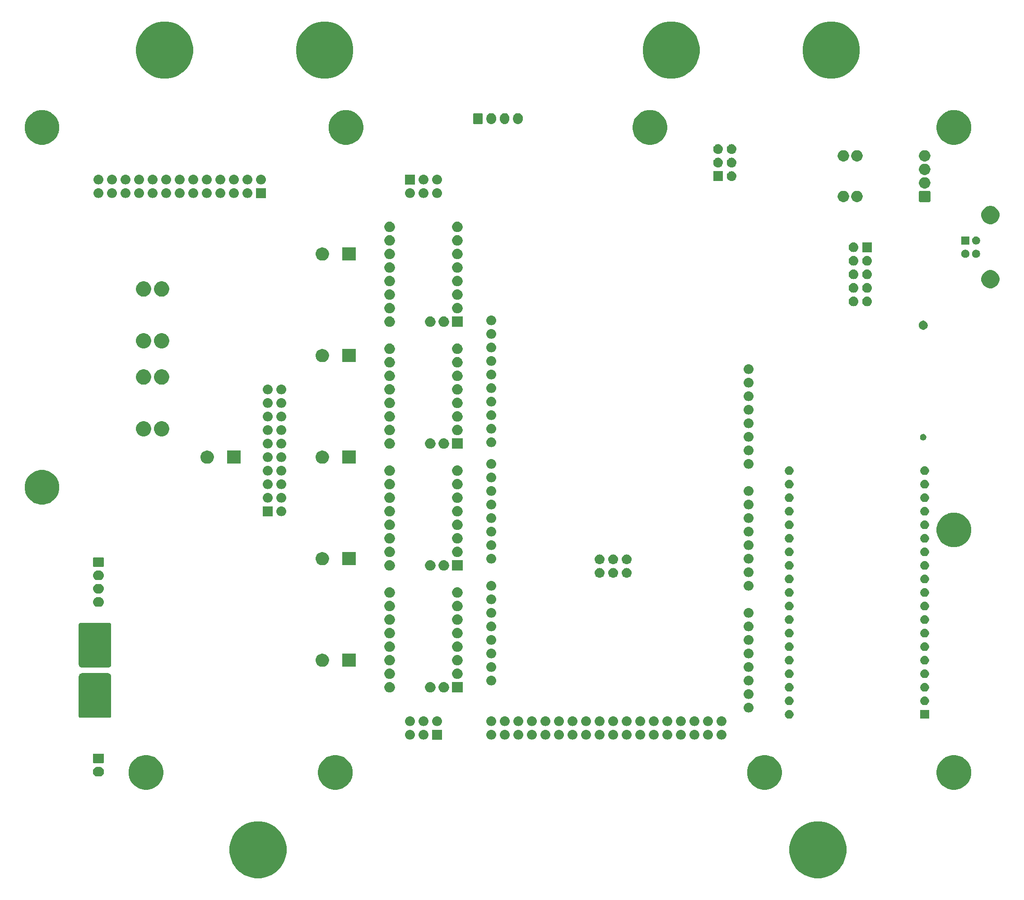
<source format=gbr>
G04 #@! TF.GenerationSoftware,KiCad,Pcbnew,(5.1.4)-1*
G04 #@! TF.CreationDate,2020-03-28T02:45:04-04:00*
G04 #@! TF.ProjectId,quickstep_controller,71756963-6b73-4746-9570-5f636f6e7472,rev?*
G04 #@! TF.SameCoordinates,Original*
G04 #@! TF.FileFunction,Soldermask,Bot*
G04 #@! TF.FilePolarity,Negative*
%FSLAX46Y46*%
G04 Gerber Fmt 4.6, Leading zero omitted, Abs format (unit mm)*
G04 Created by KiCad (PCBNEW (5.1.4)-1) date 2020-03-28 02:45:04*
%MOMM*%
%LPD*%
G04 APERTURE LIST*
%ADD10C,0.100000*%
G04 APERTURE END LIST*
D10*
G36*
X291560771Y-244854828D02*
G01*
X292197816Y-245118701D01*
X292534558Y-245258184D01*
X293264212Y-245745724D01*
X293410936Y-245843762D01*
X294156238Y-246589064D01*
X294156239Y-246589066D01*
X294741816Y-247465442D01*
X294881299Y-247802184D01*
X295145172Y-248439229D01*
X295350800Y-249472992D01*
X295350800Y-250527008D01*
X295145172Y-251560771D01*
X294881299Y-252197816D01*
X294741816Y-252534558D01*
X294254276Y-253264212D01*
X294156238Y-253410936D01*
X293410936Y-254156238D01*
X293264212Y-254254276D01*
X292534558Y-254741816D01*
X292197816Y-254881299D01*
X291560771Y-255145172D01*
X290527008Y-255350800D01*
X289472992Y-255350800D01*
X288439229Y-255145172D01*
X287802184Y-254881299D01*
X287465442Y-254741816D01*
X286735788Y-254254276D01*
X286589064Y-254156238D01*
X285843762Y-253410936D01*
X285745724Y-253264212D01*
X285258184Y-252534558D01*
X285118701Y-252197816D01*
X284854828Y-251560771D01*
X284649200Y-250527008D01*
X284649200Y-249472992D01*
X284854828Y-248439229D01*
X285118701Y-247802184D01*
X285258184Y-247465442D01*
X285843761Y-246589066D01*
X285843762Y-246589064D01*
X286589064Y-245843762D01*
X286735788Y-245745724D01*
X287465442Y-245258184D01*
X287802184Y-245118701D01*
X288439229Y-244854828D01*
X289472992Y-244649200D01*
X290527008Y-244649200D01*
X291560771Y-244854828D01*
X291560771Y-244854828D01*
G37*
G36*
X186560771Y-244854828D02*
G01*
X187197816Y-245118701D01*
X187534558Y-245258184D01*
X188264212Y-245745724D01*
X188410936Y-245843762D01*
X189156238Y-246589064D01*
X189156239Y-246589066D01*
X189741816Y-247465442D01*
X189881299Y-247802184D01*
X190145172Y-248439229D01*
X190350800Y-249472992D01*
X190350800Y-250527008D01*
X190145172Y-251560771D01*
X189881299Y-252197816D01*
X189741816Y-252534558D01*
X189254276Y-253264212D01*
X189156238Y-253410936D01*
X188410936Y-254156238D01*
X188264212Y-254254276D01*
X187534558Y-254741816D01*
X187197816Y-254881299D01*
X186560771Y-255145172D01*
X185527008Y-255350800D01*
X184472992Y-255350800D01*
X183439229Y-255145172D01*
X182802184Y-254881299D01*
X182465442Y-254741816D01*
X181735788Y-254254276D01*
X181589064Y-254156238D01*
X180843762Y-253410936D01*
X180745724Y-253264212D01*
X180258184Y-252534558D01*
X180118701Y-252197816D01*
X179854828Y-251560771D01*
X179649200Y-250527008D01*
X179649200Y-249472992D01*
X179854828Y-248439229D01*
X180118701Y-247802184D01*
X180258184Y-247465442D01*
X180843761Y-246589066D01*
X180843762Y-246589064D01*
X181589064Y-245843762D01*
X181735788Y-245745724D01*
X182465442Y-245258184D01*
X182802184Y-245118701D01*
X183439229Y-244854828D01*
X184472992Y-244649200D01*
X185527008Y-244649200D01*
X186560771Y-244854828D01*
X186560771Y-244854828D01*
G37*
G36*
X200448223Y-232374127D02*
G01*
X200778198Y-232510807D01*
X201039835Y-232619180D01*
X201572262Y-232974937D01*
X202025063Y-233427738D01*
X202380820Y-233960165D01*
X202489193Y-234221802D01*
X202625873Y-234551777D01*
X202750800Y-235179824D01*
X202750800Y-235820176D01*
X202625873Y-236448223D01*
X202489193Y-236778198D01*
X202380820Y-237039835D01*
X202025063Y-237572262D01*
X201572262Y-238025063D01*
X201039835Y-238380820D01*
X200778198Y-238489193D01*
X200448223Y-238625873D01*
X199820176Y-238750800D01*
X199179824Y-238750800D01*
X198551777Y-238625873D01*
X198221802Y-238489193D01*
X197960165Y-238380820D01*
X197427738Y-238025063D01*
X196974937Y-237572262D01*
X196619180Y-237039835D01*
X196510807Y-236778198D01*
X196374127Y-236448223D01*
X196249200Y-235820176D01*
X196249200Y-235179824D01*
X196374127Y-234551777D01*
X196510807Y-234221802D01*
X196619180Y-233960165D01*
X196974937Y-233427738D01*
X197427738Y-232974937D01*
X197960165Y-232619180D01*
X198221802Y-232510807D01*
X198551777Y-232374127D01*
X199179824Y-232249200D01*
X199820176Y-232249200D01*
X200448223Y-232374127D01*
X200448223Y-232374127D01*
G37*
G36*
X316448223Y-232374127D02*
G01*
X316778198Y-232510807D01*
X317039835Y-232619180D01*
X317572262Y-232974937D01*
X318025063Y-233427738D01*
X318380820Y-233960165D01*
X318489193Y-234221802D01*
X318625873Y-234551777D01*
X318750800Y-235179824D01*
X318750800Y-235820176D01*
X318625873Y-236448223D01*
X318489193Y-236778198D01*
X318380820Y-237039835D01*
X318025063Y-237572262D01*
X317572262Y-238025063D01*
X317039835Y-238380820D01*
X316778198Y-238489193D01*
X316448223Y-238625873D01*
X315820176Y-238750800D01*
X315179824Y-238750800D01*
X314551777Y-238625873D01*
X314221802Y-238489193D01*
X313960165Y-238380820D01*
X313427738Y-238025063D01*
X312974937Y-237572262D01*
X312619180Y-237039835D01*
X312510807Y-236778198D01*
X312374127Y-236448223D01*
X312249200Y-235820176D01*
X312249200Y-235179824D01*
X312374127Y-234551777D01*
X312510807Y-234221802D01*
X312619180Y-233960165D01*
X312974937Y-233427738D01*
X313427738Y-232974937D01*
X313960165Y-232619180D01*
X314221802Y-232510807D01*
X314551777Y-232374127D01*
X315179824Y-232249200D01*
X315820176Y-232249200D01*
X316448223Y-232374127D01*
X316448223Y-232374127D01*
G37*
G36*
X280948223Y-232374127D02*
G01*
X281278198Y-232510807D01*
X281539835Y-232619180D01*
X282072262Y-232974937D01*
X282525063Y-233427738D01*
X282880820Y-233960165D01*
X282989193Y-234221802D01*
X283125873Y-234551777D01*
X283250800Y-235179824D01*
X283250800Y-235820176D01*
X283125873Y-236448223D01*
X282989193Y-236778198D01*
X282880820Y-237039835D01*
X282525063Y-237572262D01*
X282072262Y-238025063D01*
X281539835Y-238380820D01*
X281278198Y-238489193D01*
X280948223Y-238625873D01*
X280320176Y-238750800D01*
X279679824Y-238750800D01*
X279051777Y-238625873D01*
X278721802Y-238489193D01*
X278460165Y-238380820D01*
X277927738Y-238025063D01*
X277474937Y-237572262D01*
X277119180Y-237039835D01*
X277010807Y-236778198D01*
X276874127Y-236448223D01*
X276749200Y-235820176D01*
X276749200Y-235179824D01*
X276874127Y-234551777D01*
X277010807Y-234221802D01*
X277119180Y-233960165D01*
X277474937Y-233427738D01*
X277927738Y-232974937D01*
X278460165Y-232619180D01*
X278721802Y-232510807D01*
X279051777Y-232374127D01*
X279679824Y-232249200D01*
X280320176Y-232249200D01*
X280948223Y-232374127D01*
X280948223Y-232374127D01*
G37*
G36*
X164948223Y-232374127D02*
G01*
X165278198Y-232510807D01*
X165539835Y-232619180D01*
X166072262Y-232974937D01*
X166525063Y-233427738D01*
X166880820Y-233960165D01*
X166989193Y-234221802D01*
X167125873Y-234551777D01*
X167250800Y-235179824D01*
X167250800Y-235820176D01*
X167125873Y-236448223D01*
X166989193Y-236778198D01*
X166880820Y-237039835D01*
X166525063Y-237572262D01*
X166072262Y-238025063D01*
X165539835Y-238380820D01*
X165278198Y-238489193D01*
X164948223Y-238625873D01*
X164320176Y-238750800D01*
X163679824Y-238750800D01*
X163051777Y-238625873D01*
X162721802Y-238489193D01*
X162460165Y-238380820D01*
X161927738Y-238025063D01*
X161474937Y-237572262D01*
X161119180Y-237039835D01*
X161010807Y-236778198D01*
X160874127Y-236448223D01*
X160749200Y-235820176D01*
X160749200Y-235179824D01*
X160874127Y-234551777D01*
X161010807Y-234221802D01*
X161119180Y-233960165D01*
X161474937Y-233427738D01*
X161927738Y-232974937D01*
X162460165Y-232619180D01*
X162721802Y-232510807D01*
X163051777Y-232374127D01*
X163679824Y-232249200D01*
X164320176Y-232249200D01*
X164948223Y-232374127D01*
X164948223Y-232374127D01*
G37*
G36*
X155406588Y-234467234D02*
G01*
X155406591Y-234467235D01*
X155576388Y-234518742D01*
X155732878Y-234602388D01*
X155870043Y-234714957D01*
X155982612Y-234852122D01*
X156066258Y-235008612D01*
X156111875Y-235158992D01*
X156117766Y-235178412D01*
X156135158Y-235355000D01*
X156117766Y-235531588D01*
X156117765Y-235531591D01*
X156066258Y-235701388D01*
X155982612Y-235857878D01*
X155870043Y-235995043D01*
X155732878Y-236107612D01*
X155576388Y-236191258D01*
X155426008Y-236236875D01*
X155406588Y-236242766D01*
X155274249Y-236255800D01*
X154885751Y-236255800D01*
X154753412Y-236242766D01*
X154733992Y-236236875D01*
X154583612Y-236191258D01*
X154427122Y-236107612D01*
X154289957Y-235995043D01*
X154177388Y-235857878D01*
X154093742Y-235701388D01*
X154042235Y-235531591D01*
X154042234Y-235531588D01*
X154024842Y-235355000D01*
X154042234Y-235178412D01*
X154048125Y-235158992D01*
X154093742Y-235008612D01*
X154177388Y-234852122D01*
X154289957Y-234714957D01*
X154427122Y-234602388D01*
X154583612Y-234518742D01*
X154753409Y-234467235D01*
X154753412Y-234467234D01*
X154885751Y-234454200D01*
X155274249Y-234454200D01*
X155406588Y-234467234D01*
X155406588Y-234467234D01*
G37*
G36*
X155931957Y-231959067D02*
G01*
X155978266Y-231973115D01*
X156020951Y-231995931D01*
X156058365Y-232026635D01*
X156089069Y-232064049D01*
X156111885Y-232106734D01*
X156125933Y-232153043D01*
X156130800Y-232202462D01*
X156130800Y-233507538D01*
X156125933Y-233556957D01*
X156111885Y-233603266D01*
X156089069Y-233645951D01*
X156058365Y-233683365D01*
X156020951Y-233714069D01*
X155978266Y-233736885D01*
X155931957Y-233750933D01*
X155882538Y-233755800D01*
X154277462Y-233755800D01*
X154228043Y-233750933D01*
X154181734Y-233736885D01*
X154139049Y-233714069D01*
X154101635Y-233683365D01*
X154070931Y-233645951D01*
X154048115Y-233603266D01*
X154034067Y-233556957D01*
X154029200Y-233507538D01*
X154029200Y-232202462D01*
X154034067Y-232153043D01*
X154048115Y-232106734D01*
X154070931Y-232064049D01*
X154101635Y-232026635D01*
X154139049Y-231995931D01*
X154181734Y-231973115D01*
X154228043Y-231959067D01*
X154277462Y-231954200D01*
X155882538Y-231954200D01*
X155931957Y-231959067D01*
X155931957Y-231959067D01*
G37*
G36*
X254218502Y-227498908D02*
G01*
X254319257Y-227508831D01*
X254491617Y-227561116D01*
X254650471Y-227646025D01*
X254699833Y-227686536D01*
X254789707Y-227760293D01*
X254863464Y-227850167D01*
X254903975Y-227899529D01*
X254988884Y-228058383D01*
X255041169Y-228230743D01*
X255058824Y-228410000D01*
X255041169Y-228589257D01*
X254988884Y-228761617D01*
X254903975Y-228920471D01*
X254863464Y-228969833D01*
X254789707Y-229059707D01*
X254699833Y-229133464D01*
X254650471Y-229173975D01*
X254491617Y-229258884D01*
X254319257Y-229311169D01*
X254218502Y-229321092D01*
X254184918Y-229324400D01*
X254095082Y-229324400D01*
X254061498Y-229321092D01*
X253960743Y-229311169D01*
X253788383Y-229258884D01*
X253629529Y-229173975D01*
X253580167Y-229133464D01*
X253490293Y-229059707D01*
X253416536Y-228969833D01*
X253376025Y-228920471D01*
X253291116Y-228761617D01*
X253238831Y-228589257D01*
X253221176Y-228410000D01*
X253238831Y-228230743D01*
X253291116Y-228058383D01*
X253376025Y-227899529D01*
X253416536Y-227850167D01*
X253490293Y-227760293D01*
X253580167Y-227686536D01*
X253629529Y-227646025D01*
X253788383Y-227561116D01*
X253960743Y-227508831D01*
X254061498Y-227498908D01*
X254095082Y-227495600D01*
X254184918Y-227495600D01*
X254218502Y-227498908D01*
X254218502Y-227498908D01*
G37*
G36*
X219494400Y-229324400D02*
G01*
X217665600Y-229324400D01*
X217665600Y-227495600D01*
X219494400Y-227495600D01*
X219494400Y-229324400D01*
X219494400Y-229324400D01*
G37*
G36*
X216118502Y-227498908D02*
G01*
X216219257Y-227508831D01*
X216391617Y-227561116D01*
X216550471Y-227646025D01*
X216599833Y-227686536D01*
X216689707Y-227760293D01*
X216763464Y-227850167D01*
X216803975Y-227899529D01*
X216888884Y-228058383D01*
X216941169Y-228230743D01*
X216958824Y-228410000D01*
X216941169Y-228589257D01*
X216888884Y-228761617D01*
X216803975Y-228920471D01*
X216763464Y-228969833D01*
X216689707Y-229059707D01*
X216599833Y-229133464D01*
X216550471Y-229173975D01*
X216391617Y-229258884D01*
X216219257Y-229311169D01*
X216118502Y-229321092D01*
X216084918Y-229324400D01*
X215995082Y-229324400D01*
X215961498Y-229321092D01*
X215860743Y-229311169D01*
X215688383Y-229258884D01*
X215529529Y-229173975D01*
X215480167Y-229133464D01*
X215390293Y-229059707D01*
X215316536Y-228969833D01*
X215276025Y-228920471D01*
X215191116Y-228761617D01*
X215138831Y-228589257D01*
X215121176Y-228410000D01*
X215138831Y-228230743D01*
X215191116Y-228058383D01*
X215276025Y-227899529D01*
X215316536Y-227850167D01*
X215390293Y-227760293D01*
X215480167Y-227686536D01*
X215529529Y-227646025D01*
X215688383Y-227561116D01*
X215860743Y-227508831D01*
X215961498Y-227498908D01*
X215995082Y-227495600D01*
X216084918Y-227495600D01*
X216118502Y-227498908D01*
X216118502Y-227498908D01*
G37*
G36*
X213578502Y-227498908D02*
G01*
X213679257Y-227508831D01*
X213851617Y-227561116D01*
X214010471Y-227646025D01*
X214059833Y-227686536D01*
X214149707Y-227760293D01*
X214223464Y-227850167D01*
X214263975Y-227899529D01*
X214348884Y-228058383D01*
X214401169Y-228230743D01*
X214418824Y-228410000D01*
X214401169Y-228589257D01*
X214348884Y-228761617D01*
X214263975Y-228920471D01*
X214223464Y-228969833D01*
X214149707Y-229059707D01*
X214059833Y-229133464D01*
X214010471Y-229173975D01*
X213851617Y-229258884D01*
X213679257Y-229311169D01*
X213578502Y-229321092D01*
X213544918Y-229324400D01*
X213455082Y-229324400D01*
X213421498Y-229321092D01*
X213320743Y-229311169D01*
X213148383Y-229258884D01*
X212989529Y-229173975D01*
X212940167Y-229133464D01*
X212850293Y-229059707D01*
X212776536Y-228969833D01*
X212736025Y-228920471D01*
X212651116Y-228761617D01*
X212598831Y-228589257D01*
X212581176Y-228410000D01*
X212598831Y-228230743D01*
X212651116Y-228058383D01*
X212736025Y-227899529D01*
X212776536Y-227850167D01*
X212850293Y-227760293D01*
X212940167Y-227686536D01*
X212989529Y-227646025D01*
X213148383Y-227561116D01*
X213320743Y-227508831D01*
X213421498Y-227498908D01*
X213455082Y-227495600D01*
X213544918Y-227495600D01*
X213578502Y-227498908D01*
X213578502Y-227498908D01*
G37*
G36*
X264378502Y-227498908D02*
G01*
X264479257Y-227508831D01*
X264651617Y-227561116D01*
X264810471Y-227646025D01*
X264859833Y-227686536D01*
X264949707Y-227760293D01*
X265023464Y-227850167D01*
X265063975Y-227899529D01*
X265148884Y-228058383D01*
X265201169Y-228230743D01*
X265218824Y-228410000D01*
X265201169Y-228589257D01*
X265148884Y-228761617D01*
X265063975Y-228920471D01*
X265023464Y-228969833D01*
X264949707Y-229059707D01*
X264859833Y-229133464D01*
X264810471Y-229173975D01*
X264651617Y-229258884D01*
X264479257Y-229311169D01*
X264378502Y-229321092D01*
X264344918Y-229324400D01*
X264255082Y-229324400D01*
X264221498Y-229321092D01*
X264120743Y-229311169D01*
X263948383Y-229258884D01*
X263789529Y-229173975D01*
X263740167Y-229133464D01*
X263650293Y-229059707D01*
X263576536Y-228969833D01*
X263536025Y-228920471D01*
X263451116Y-228761617D01*
X263398831Y-228589257D01*
X263381176Y-228410000D01*
X263398831Y-228230743D01*
X263451116Y-228058383D01*
X263536025Y-227899529D01*
X263576536Y-227850167D01*
X263650293Y-227760293D01*
X263740167Y-227686536D01*
X263789529Y-227646025D01*
X263948383Y-227561116D01*
X264120743Y-227508831D01*
X264221498Y-227498908D01*
X264255082Y-227495600D01*
X264344918Y-227495600D01*
X264378502Y-227498908D01*
X264378502Y-227498908D01*
G37*
G36*
X261838502Y-227498908D02*
G01*
X261939257Y-227508831D01*
X262111617Y-227561116D01*
X262270471Y-227646025D01*
X262319833Y-227686536D01*
X262409707Y-227760293D01*
X262483464Y-227850167D01*
X262523975Y-227899529D01*
X262608884Y-228058383D01*
X262661169Y-228230743D01*
X262678824Y-228410000D01*
X262661169Y-228589257D01*
X262608884Y-228761617D01*
X262523975Y-228920471D01*
X262483464Y-228969833D01*
X262409707Y-229059707D01*
X262319833Y-229133464D01*
X262270471Y-229173975D01*
X262111617Y-229258884D01*
X261939257Y-229311169D01*
X261838502Y-229321092D01*
X261804918Y-229324400D01*
X261715082Y-229324400D01*
X261681498Y-229321092D01*
X261580743Y-229311169D01*
X261408383Y-229258884D01*
X261249529Y-229173975D01*
X261200167Y-229133464D01*
X261110293Y-229059707D01*
X261036536Y-228969833D01*
X260996025Y-228920471D01*
X260911116Y-228761617D01*
X260858831Y-228589257D01*
X260841176Y-228410000D01*
X260858831Y-228230743D01*
X260911116Y-228058383D01*
X260996025Y-227899529D01*
X261036536Y-227850167D01*
X261110293Y-227760293D01*
X261200167Y-227686536D01*
X261249529Y-227646025D01*
X261408383Y-227561116D01*
X261580743Y-227508831D01*
X261681498Y-227498908D01*
X261715082Y-227495600D01*
X261804918Y-227495600D01*
X261838502Y-227498908D01*
X261838502Y-227498908D01*
G37*
G36*
X256758502Y-227498908D02*
G01*
X256859257Y-227508831D01*
X257031617Y-227561116D01*
X257190471Y-227646025D01*
X257239833Y-227686536D01*
X257329707Y-227760293D01*
X257403464Y-227850167D01*
X257443975Y-227899529D01*
X257528884Y-228058383D01*
X257581169Y-228230743D01*
X257598824Y-228410000D01*
X257581169Y-228589257D01*
X257528884Y-228761617D01*
X257443975Y-228920471D01*
X257403464Y-228969833D01*
X257329707Y-229059707D01*
X257239833Y-229133464D01*
X257190471Y-229173975D01*
X257031617Y-229258884D01*
X256859257Y-229311169D01*
X256758502Y-229321092D01*
X256724918Y-229324400D01*
X256635082Y-229324400D01*
X256601498Y-229321092D01*
X256500743Y-229311169D01*
X256328383Y-229258884D01*
X256169529Y-229173975D01*
X256120167Y-229133464D01*
X256030293Y-229059707D01*
X255956536Y-228969833D01*
X255916025Y-228920471D01*
X255831116Y-228761617D01*
X255778831Y-228589257D01*
X255761176Y-228410000D01*
X255778831Y-228230743D01*
X255831116Y-228058383D01*
X255916025Y-227899529D01*
X255956536Y-227850167D01*
X256030293Y-227760293D01*
X256120167Y-227686536D01*
X256169529Y-227646025D01*
X256328383Y-227561116D01*
X256500743Y-227508831D01*
X256601498Y-227498908D01*
X256635082Y-227495600D01*
X256724918Y-227495600D01*
X256758502Y-227498908D01*
X256758502Y-227498908D01*
G37*
G36*
X259298502Y-227498908D02*
G01*
X259399257Y-227508831D01*
X259571617Y-227561116D01*
X259730471Y-227646025D01*
X259779833Y-227686536D01*
X259869707Y-227760293D01*
X259943464Y-227850167D01*
X259983975Y-227899529D01*
X260068884Y-228058383D01*
X260121169Y-228230743D01*
X260138824Y-228410000D01*
X260121169Y-228589257D01*
X260068884Y-228761617D01*
X259983975Y-228920471D01*
X259943464Y-228969833D01*
X259869707Y-229059707D01*
X259779833Y-229133464D01*
X259730471Y-229173975D01*
X259571617Y-229258884D01*
X259399257Y-229311169D01*
X259298502Y-229321092D01*
X259264918Y-229324400D01*
X259175082Y-229324400D01*
X259141498Y-229321092D01*
X259040743Y-229311169D01*
X258868383Y-229258884D01*
X258709529Y-229173975D01*
X258660167Y-229133464D01*
X258570293Y-229059707D01*
X258496536Y-228969833D01*
X258456025Y-228920471D01*
X258371116Y-228761617D01*
X258318831Y-228589257D01*
X258301176Y-228410000D01*
X258318831Y-228230743D01*
X258371116Y-228058383D01*
X258456025Y-227899529D01*
X258496536Y-227850167D01*
X258570293Y-227760293D01*
X258660167Y-227686536D01*
X258709529Y-227646025D01*
X258868383Y-227561116D01*
X259040743Y-227508831D01*
X259141498Y-227498908D01*
X259175082Y-227495600D01*
X259264918Y-227495600D01*
X259298502Y-227498908D01*
X259298502Y-227498908D01*
G37*
G36*
X249138502Y-227498908D02*
G01*
X249239257Y-227508831D01*
X249411617Y-227561116D01*
X249570471Y-227646025D01*
X249619833Y-227686536D01*
X249709707Y-227760293D01*
X249783464Y-227850167D01*
X249823975Y-227899529D01*
X249908884Y-228058383D01*
X249961169Y-228230743D01*
X249978824Y-228410000D01*
X249961169Y-228589257D01*
X249908884Y-228761617D01*
X249823975Y-228920471D01*
X249783464Y-228969833D01*
X249709707Y-229059707D01*
X249619833Y-229133464D01*
X249570471Y-229173975D01*
X249411617Y-229258884D01*
X249239257Y-229311169D01*
X249138502Y-229321092D01*
X249104918Y-229324400D01*
X249015082Y-229324400D01*
X248981498Y-229321092D01*
X248880743Y-229311169D01*
X248708383Y-229258884D01*
X248549529Y-229173975D01*
X248500167Y-229133464D01*
X248410293Y-229059707D01*
X248336536Y-228969833D01*
X248296025Y-228920471D01*
X248211116Y-228761617D01*
X248158831Y-228589257D01*
X248141176Y-228410000D01*
X248158831Y-228230743D01*
X248211116Y-228058383D01*
X248296025Y-227899529D01*
X248336536Y-227850167D01*
X248410293Y-227760293D01*
X248500167Y-227686536D01*
X248549529Y-227646025D01*
X248708383Y-227561116D01*
X248880743Y-227508831D01*
X248981498Y-227498908D01*
X249015082Y-227495600D01*
X249104918Y-227495600D01*
X249138502Y-227498908D01*
X249138502Y-227498908D01*
G37*
G36*
X246598502Y-227498908D02*
G01*
X246699257Y-227508831D01*
X246871617Y-227561116D01*
X247030471Y-227646025D01*
X247079833Y-227686536D01*
X247169707Y-227760293D01*
X247243464Y-227850167D01*
X247283975Y-227899529D01*
X247368884Y-228058383D01*
X247421169Y-228230743D01*
X247438824Y-228410000D01*
X247421169Y-228589257D01*
X247368884Y-228761617D01*
X247283975Y-228920471D01*
X247243464Y-228969833D01*
X247169707Y-229059707D01*
X247079833Y-229133464D01*
X247030471Y-229173975D01*
X246871617Y-229258884D01*
X246699257Y-229311169D01*
X246598502Y-229321092D01*
X246564918Y-229324400D01*
X246475082Y-229324400D01*
X246441498Y-229321092D01*
X246340743Y-229311169D01*
X246168383Y-229258884D01*
X246009529Y-229173975D01*
X245960167Y-229133464D01*
X245870293Y-229059707D01*
X245796536Y-228969833D01*
X245756025Y-228920471D01*
X245671116Y-228761617D01*
X245618831Y-228589257D01*
X245601176Y-228410000D01*
X245618831Y-228230743D01*
X245671116Y-228058383D01*
X245756025Y-227899529D01*
X245796536Y-227850167D01*
X245870293Y-227760293D01*
X245960167Y-227686536D01*
X246009529Y-227646025D01*
X246168383Y-227561116D01*
X246340743Y-227508831D01*
X246441498Y-227498908D01*
X246475082Y-227495600D01*
X246564918Y-227495600D01*
X246598502Y-227498908D01*
X246598502Y-227498908D01*
G37*
G36*
X241518502Y-227498908D02*
G01*
X241619257Y-227508831D01*
X241791617Y-227561116D01*
X241950471Y-227646025D01*
X241999833Y-227686536D01*
X242089707Y-227760293D01*
X242163464Y-227850167D01*
X242203975Y-227899529D01*
X242288884Y-228058383D01*
X242341169Y-228230743D01*
X242358824Y-228410000D01*
X242341169Y-228589257D01*
X242288884Y-228761617D01*
X242203975Y-228920471D01*
X242163464Y-228969833D01*
X242089707Y-229059707D01*
X241999833Y-229133464D01*
X241950471Y-229173975D01*
X241791617Y-229258884D01*
X241619257Y-229311169D01*
X241518502Y-229321092D01*
X241484918Y-229324400D01*
X241395082Y-229324400D01*
X241361498Y-229321092D01*
X241260743Y-229311169D01*
X241088383Y-229258884D01*
X240929529Y-229173975D01*
X240880167Y-229133464D01*
X240790293Y-229059707D01*
X240716536Y-228969833D01*
X240676025Y-228920471D01*
X240591116Y-228761617D01*
X240538831Y-228589257D01*
X240521176Y-228410000D01*
X240538831Y-228230743D01*
X240591116Y-228058383D01*
X240676025Y-227899529D01*
X240716536Y-227850167D01*
X240790293Y-227760293D01*
X240880167Y-227686536D01*
X240929529Y-227646025D01*
X241088383Y-227561116D01*
X241260743Y-227508831D01*
X241361498Y-227498908D01*
X241395082Y-227495600D01*
X241484918Y-227495600D01*
X241518502Y-227498908D01*
X241518502Y-227498908D01*
G37*
G36*
X251678502Y-227498908D02*
G01*
X251779257Y-227508831D01*
X251951617Y-227561116D01*
X252110471Y-227646025D01*
X252159833Y-227686536D01*
X252249707Y-227760293D01*
X252323464Y-227850167D01*
X252363975Y-227899529D01*
X252448884Y-228058383D01*
X252501169Y-228230743D01*
X252518824Y-228410000D01*
X252501169Y-228589257D01*
X252448884Y-228761617D01*
X252363975Y-228920471D01*
X252323464Y-228969833D01*
X252249707Y-229059707D01*
X252159833Y-229133464D01*
X252110471Y-229173975D01*
X251951617Y-229258884D01*
X251779257Y-229311169D01*
X251678502Y-229321092D01*
X251644918Y-229324400D01*
X251555082Y-229324400D01*
X251521498Y-229321092D01*
X251420743Y-229311169D01*
X251248383Y-229258884D01*
X251089529Y-229173975D01*
X251040167Y-229133464D01*
X250950293Y-229059707D01*
X250876536Y-228969833D01*
X250836025Y-228920471D01*
X250751116Y-228761617D01*
X250698831Y-228589257D01*
X250681176Y-228410000D01*
X250698831Y-228230743D01*
X250751116Y-228058383D01*
X250836025Y-227899529D01*
X250876536Y-227850167D01*
X250950293Y-227760293D01*
X251040167Y-227686536D01*
X251089529Y-227646025D01*
X251248383Y-227561116D01*
X251420743Y-227508831D01*
X251521498Y-227498908D01*
X251555082Y-227495600D01*
X251644918Y-227495600D01*
X251678502Y-227498908D01*
X251678502Y-227498908D01*
G37*
G36*
X269458502Y-227498908D02*
G01*
X269559257Y-227508831D01*
X269731617Y-227561116D01*
X269890471Y-227646025D01*
X269939833Y-227686536D01*
X270029707Y-227760293D01*
X270103464Y-227850167D01*
X270143975Y-227899529D01*
X270228884Y-228058383D01*
X270281169Y-228230743D01*
X270298824Y-228410000D01*
X270281169Y-228589257D01*
X270228884Y-228761617D01*
X270143975Y-228920471D01*
X270103464Y-228969833D01*
X270029707Y-229059707D01*
X269939833Y-229133464D01*
X269890471Y-229173975D01*
X269731617Y-229258884D01*
X269559257Y-229311169D01*
X269458502Y-229321092D01*
X269424918Y-229324400D01*
X269335082Y-229324400D01*
X269301498Y-229321092D01*
X269200743Y-229311169D01*
X269028383Y-229258884D01*
X268869529Y-229173975D01*
X268820167Y-229133464D01*
X268730293Y-229059707D01*
X268656536Y-228969833D01*
X268616025Y-228920471D01*
X268531116Y-228761617D01*
X268478831Y-228589257D01*
X268461176Y-228410000D01*
X268478831Y-228230743D01*
X268531116Y-228058383D01*
X268616025Y-227899529D01*
X268656536Y-227850167D01*
X268730293Y-227760293D01*
X268820167Y-227686536D01*
X268869529Y-227646025D01*
X269028383Y-227561116D01*
X269200743Y-227508831D01*
X269301498Y-227498908D01*
X269335082Y-227495600D01*
X269424918Y-227495600D01*
X269458502Y-227498908D01*
X269458502Y-227498908D01*
G37*
G36*
X271998502Y-227498908D02*
G01*
X272099257Y-227508831D01*
X272271617Y-227561116D01*
X272430471Y-227646025D01*
X272479833Y-227686536D01*
X272569707Y-227760293D01*
X272643464Y-227850167D01*
X272683975Y-227899529D01*
X272768884Y-228058383D01*
X272821169Y-228230743D01*
X272838824Y-228410000D01*
X272821169Y-228589257D01*
X272768884Y-228761617D01*
X272683975Y-228920471D01*
X272643464Y-228969833D01*
X272569707Y-229059707D01*
X272479833Y-229133464D01*
X272430471Y-229173975D01*
X272271617Y-229258884D01*
X272099257Y-229311169D01*
X271998502Y-229321092D01*
X271964918Y-229324400D01*
X271875082Y-229324400D01*
X271841498Y-229321092D01*
X271740743Y-229311169D01*
X271568383Y-229258884D01*
X271409529Y-229173975D01*
X271360167Y-229133464D01*
X271270293Y-229059707D01*
X271196536Y-228969833D01*
X271156025Y-228920471D01*
X271071116Y-228761617D01*
X271018831Y-228589257D01*
X271001176Y-228410000D01*
X271018831Y-228230743D01*
X271071116Y-228058383D01*
X271156025Y-227899529D01*
X271196536Y-227850167D01*
X271270293Y-227760293D01*
X271360167Y-227686536D01*
X271409529Y-227646025D01*
X271568383Y-227561116D01*
X271740743Y-227508831D01*
X271841498Y-227498908D01*
X271875082Y-227495600D01*
X271964918Y-227495600D01*
X271998502Y-227498908D01*
X271998502Y-227498908D01*
G37*
G36*
X266918502Y-227498908D02*
G01*
X267019257Y-227508831D01*
X267191617Y-227561116D01*
X267350471Y-227646025D01*
X267399833Y-227686536D01*
X267489707Y-227760293D01*
X267563464Y-227850167D01*
X267603975Y-227899529D01*
X267688884Y-228058383D01*
X267741169Y-228230743D01*
X267758824Y-228410000D01*
X267741169Y-228589257D01*
X267688884Y-228761617D01*
X267603975Y-228920471D01*
X267563464Y-228969833D01*
X267489707Y-229059707D01*
X267399833Y-229133464D01*
X267350471Y-229173975D01*
X267191617Y-229258884D01*
X267019257Y-229311169D01*
X266918502Y-229321092D01*
X266884918Y-229324400D01*
X266795082Y-229324400D01*
X266761498Y-229321092D01*
X266660743Y-229311169D01*
X266488383Y-229258884D01*
X266329529Y-229173975D01*
X266280167Y-229133464D01*
X266190293Y-229059707D01*
X266116536Y-228969833D01*
X266076025Y-228920471D01*
X265991116Y-228761617D01*
X265938831Y-228589257D01*
X265921176Y-228410000D01*
X265938831Y-228230743D01*
X265991116Y-228058383D01*
X266076025Y-227899529D01*
X266116536Y-227850167D01*
X266190293Y-227760293D01*
X266280167Y-227686536D01*
X266329529Y-227646025D01*
X266488383Y-227561116D01*
X266660743Y-227508831D01*
X266761498Y-227498908D01*
X266795082Y-227495600D01*
X266884918Y-227495600D01*
X266918502Y-227498908D01*
X266918502Y-227498908D01*
G37*
G36*
X228818502Y-227498908D02*
G01*
X228919257Y-227508831D01*
X229091617Y-227561116D01*
X229250471Y-227646025D01*
X229299833Y-227686536D01*
X229389707Y-227760293D01*
X229463464Y-227850167D01*
X229503975Y-227899529D01*
X229588884Y-228058383D01*
X229641169Y-228230743D01*
X229658824Y-228410000D01*
X229641169Y-228589257D01*
X229588884Y-228761617D01*
X229503975Y-228920471D01*
X229463464Y-228969833D01*
X229389707Y-229059707D01*
X229299833Y-229133464D01*
X229250471Y-229173975D01*
X229091617Y-229258884D01*
X228919257Y-229311169D01*
X228818502Y-229321092D01*
X228784918Y-229324400D01*
X228695082Y-229324400D01*
X228661498Y-229321092D01*
X228560743Y-229311169D01*
X228388383Y-229258884D01*
X228229529Y-229173975D01*
X228180167Y-229133464D01*
X228090293Y-229059707D01*
X228016536Y-228969833D01*
X227976025Y-228920471D01*
X227891116Y-228761617D01*
X227838831Y-228589257D01*
X227821176Y-228410000D01*
X227838831Y-228230743D01*
X227891116Y-228058383D01*
X227976025Y-227899529D01*
X228016536Y-227850167D01*
X228090293Y-227760293D01*
X228180167Y-227686536D01*
X228229529Y-227646025D01*
X228388383Y-227561116D01*
X228560743Y-227508831D01*
X228661498Y-227498908D01*
X228695082Y-227495600D01*
X228784918Y-227495600D01*
X228818502Y-227498908D01*
X228818502Y-227498908D01*
G37*
G36*
X231358502Y-227498908D02*
G01*
X231459257Y-227508831D01*
X231631617Y-227561116D01*
X231790471Y-227646025D01*
X231839833Y-227686536D01*
X231929707Y-227760293D01*
X232003464Y-227850167D01*
X232043975Y-227899529D01*
X232128884Y-228058383D01*
X232181169Y-228230743D01*
X232198824Y-228410000D01*
X232181169Y-228589257D01*
X232128884Y-228761617D01*
X232043975Y-228920471D01*
X232003464Y-228969833D01*
X231929707Y-229059707D01*
X231839833Y-229133464D01*
X231790471Y-229173975D01*
X231631617Y-229258884D01*
X231459257Y-229311169D01*
X231358502Y-229321092D01*
X231324918Y-229324400D01*
X231235082Y-229324400D01*
X231201498Y-229321092D01*
X231100743Y-229311169D01*
X230928383Y-229258884D01*
X230769529Y-229173975D01*
X230720167Y-229133464D01*
X230630293Y-229059707D01*
X230556536Y-228969833D01*
X230516025Y-228920471D01*
X230431116Y-228761617D01*
X230378831Y-228589257D01*
X230361176Y-228410000D01*
X230378831Y-228230743D01*
X230431116Y-228058383D01*
X230516025Y-227899529D01*
X230556536Y-227850167D01*
X230630293Y-227760293D01*
X230720167Y-227686536D01*
X230769529Y-227646025D01*
X230928383Y-227561116D01*
X231100743Y-227508831D01*
X231201498Y-227498908D01*
X231235082Y-227495600D01*
X231324918Y-227495600D01*
X231358502Y-227498908D01*
X231358502Y-227498908D01*
G37*
G36*
X233898502Y-227498908D02*
G01*
X233999257Y-227508831D01*
X234171617Y-227561116D01*
X234330471Y-227646025D01*
X234379833Y-227686536D01*
X234469707Y-227760293D01*
X234543464Y-227850167D01*
X234583975Y-227899529D01*
X234668884Y-228058383D01*
X234721169Y-228230743D01*
X234738824Y-228410000D01*
X234721169Y-228589257D01*
X234668884Y-228761617D01*
X234583975Y-228920471D01*
X234543464Y-228969833D01*
X234469707Y-229059707D01*
X234379833Y-229133464D01*
X234330471Y-229173975D01*
X234171617Y-229258884D01*
X233999257Y-229311169D01*
X233898502Y-229321092D01*
X233864918Y-229324400D01*
X233775082Y-229324400D01*
X233741498Y-229321092D01*
X233640743Y-229311169D01*
X233468383Y-229258884D01*
X233309529Y-229173975D01*
X233260167Y-229133464D01*
X233170293Y-229059707D01*
X233096536Y-228969833D01*
X233056025Y-228920471D01*
X232971116Y-228761617D01*
X232918831Y-228589257D01*
X232901176Y-228410000D01*
X232918831Y-228230743D01*
X232971116Y-228058383D01*
X233056025Y-227899529D01*
X233096536Y-227850167D01*
X233170293Y-227760293D01*
X233260167Y-227686536D01*
X233309529Y-227646025D01*
X233468383Y-227561116D01*
X233640743Y-227508831D01*
X233741498Y-227498908D01*
X233775082Y-227495600D01*
X233864918Y-227495600D01*
X233898502Y-227498908D01*
X233898502Y-227498908D01*
G37*
G36*
X236438502Y-227498908D02*
G01*
X236539257Y-227508831D01*
X236711617Y-227561116D01*
X236870471Y-227646025D01*
X236919833Y-227686536D01*
X237009707Y-227760293D01*
X237083464Y-227850167D01*
X237123975Y-227899529D01*
X237208884Y-228058383D01*
X237261169Y-228230743D01*
X237278824Y-228410000D01*
X237261169Y-228589257D01*
X237208884Y-228761617D01*
X237123975Y-228920471D01*
X237083464Y-228969833D01*
X237009707Y-229059707D01*
X236919833Y-229133464D01*
X236870471Y-229173975D01*
X236711617Y-229258884D01*
X236539257Y-229311169D01*
X236438502Y-229321092D01*
X236404918Y-229324400D01*
X236315082Y-229324400D01*
X236281498Y-229321092D01*
X236180743Y-229311169D01*
X236008383Y-229258884D01*
X235849529Y-229173975D01*
X235800167Y-229133464D01*
X235710293Y-229059707D01*
X235636536Y-228969833D01*
X235596025Y-228920471D01*
X235511116Y-228761617D01*
X235458831Y-228589257D01*
X235441176Y-228410000D01*
X235458831Y-228230743D01*
X235511116Y-228058383D01*
X235596025Y-227899529D01*
X235636536Y-227850167D01*
X235710293Y-227760293D01*
X235800167Y-227686536D01*
X235849529Y-227646025D01*
X236008383Y-227561116D01*
X236180743Y-227508831D01*
X236281498Y-227498908D01*
X236315082Y-227495600D01*
X236404918Y-227495600D01*
X236438502Y-227498908D01*
X236438502Y-227498908D01*
G37*
G36*
X238978502Y-227498908D02*
G01*
X239079257Y-227508831D01*
X239251617Y-227561116D01*
X239410471Y-227646025D01*
X239459833Y-227686536D01*
X239549707Y-227760293D01*
X239623464Y-227850167D01*
X239663975Y-227899529D01*
X239748884Y-228058383D01*
X239801169Y-228230743D01*
X239818824Y-228410000D01*
X239801169Y-228589257D01*
X239748884Y-228761617D01*
X239663975Y-228920471D01*
X239623464Y-228969833D01*
X239549707Y-229059707D01*
X239459833Y-229133464D01*
X239410471Y-229173975D01*
X239251617Y-229258884D01*
X239079257Y-229311169D01*
X238978502Y-229321092D01*
X238944918Y-229324400D01*
X238855082Y-229324400D01*
X238821498Y-229321092D01*
X238720743Y-229311169D01*
X238548383Y-229258884D01*
X238389529Y-229173975D01*
X238340167Y-229133464D01*
X238250293Y-229059707D01*
X238176536Y-228969833D01*
X238136025Y-228920471D01*
X238051116Y-228761617D01*
X237998831Y-228589257D01*
X237981176Y-228410000D01*
X237998831Y-228230743D01*
X238051116Y-228058383D01*
X238136025Y-227899529D01*
X238176536Y-227850167D01*
X238250293Y-227760293D01*
X238340167Y-227686536D01*
X238389529Y-227646025D01*
X238548383Y-227561116D01*
X238720743Y-227508831D01*
X238821498Y-227498908D01*
X238855082Y-227495600D01*
X238944918Y-227495600D01*
X238978502Y-227498908D01*
X238978502Y-227498908D01*
G37*
G36*
X244058502Y-227498908D02*
G01*
X244159257Y-227508831D01*
X244331617Y-227561116D01*
X244490471Y-227646025D01*
X244539833Y-227686536D01*
X244629707Y-227760293D01*
X244703464Y-227850167D01*
X244743975Y-227899529D01*
X244828884Y-228058383D01*
X244881169Y-228230743D01*
X244898824Y-228410000D01*
X244881169Y-228589257D01*
X244828884Y-228761617D01*
X244743975Y-228920471D01*
X244703464Y-228969833D01*
X244629707Y-229059707D01*
X244539833Y-229133464D01*
X244490471Y-229173975D01*
X244331617Y-229258884D01*
X244159257Y-229311169D01*
X244058502Y-229321092D01*
X244024918Y-229324400D01*
X243935082Y-229324400D01*
X243901498Y-229321092D01*
X243800743Y-229311169D01*
X243628383Y-229258884D01*
X243469529Y-229173975D01*
X243420167Y-229133464D01*
X243330293Y-229059707D01*
X243256536Y-228969833D01*
X243216025Y-228920471D01*
X243131116Y-228761617D01*
X243078831Y-228589257D01*
X243061176Y-228410000D01*
X243078831Y-228230743D01*
X243131116Y-228058383D01*
X243216025Y-227899529D01*
X243256536Y-227850167D01*
X243330293Y-227760293D01*
X243420167Y-227686536D01*
X243469529Y-227646025D01*
X243628383Y-227561116D01*
X243800743Y-227508831D01*
X243901498Y-227498908D01*
X243935082Y-227495600D01*
X244024918Y-227495600D01*
X244058502Y-227498908D01*
X244058502Y-227498908D01*
G37*
G36*
X241518502Y-224958908D02*
G01*
X241619257Y-224968831D01*
X241791617Y-225021116D01*
X241950471Y-225106025D01*
X241999833Y-225146536D01*
X242089707Y-225220293D01*
X242163464Y-225310167D01*
X242203975Y-225359529D01*
X242288884Y-225518383D01*
X242341169Y-225690743D01*
X242358824Y-225870000D01*
X242341169Y-226049257D01*
X242288884Y-226221617D01*
X242203975Y-226380471D01*
X242163464Y-226429833D01*
X242089707Y-226519707D01*
X241999833Y-226593464D01*
X241950471Y-226633975D01*
X241791617Y-226718884D01*
X241619257Y-226771169D01*
X241518502Y-226781092D01*
X241484918Y-226784400D01*
X241395082Y-226784400D01*
X241361498Y-226781092D01*
X241260743Y-226771169D01*
X241088383Y-226718884D01*
X240929529Y-226633975D01*
X240880167Y-226593464D01*
X240790293Y-226519707D01*
X240716536Y-226429833D01*
X240676025Y-226380471D01*
X240591116Y-226221617D01*
X240538831Y-226049257D01*
X240521176Y-225870000D01*
X240538831Y-225690743D01*
X240591116Y-225518383D01*
X240676025Y-225359529D01*
X240716536Y-225310167D01*
X240790293Y-225220293D01*
X240880167Y-225146536D01*
X240929529Y-225106025D01*
X241088383Y-225021116D01*
X241260743Y-224968831D01*
X241361498Y-224958908D01*
X241395082Y-224955600D01*
X241484918Y-224955600D01*
X241518502Y-224958908D01*
X241518502Y-224958908D01*
G37*
G36*
X238978502Y-224958908D02*
G01*
X239079257Y-224968831D01*
X239251617Y-225021116D01*
X239410471Y-225106025D01*
X239459833Y-225146536D01*
X239549707Y-225220293D01*
X239623464Y-225310167D01*
X239663975Y-225359529D01*
X239748884Y-225518383D01*
X239801169Y-225690743D01*
X239818824Y-225870000D01*
X239801169Y-226049257D01*
X239748884Y-226221617D01*
X239663975Y-226380471D01*
X239623464Y-226429833D01*
X239549707Y-226519707D01*
X239459833Y-226593464D01*
X239410471Y-226633975D01*
X239251617Y-226718884D01*
X239079257Y-226771169D01*
X238978502Y-226781092D01*
X238944918Y-226784400D01*
X238855082Y-226784400D01*
X238821498Y-226781092D01*
X238720743Y-226771169D01*
X238548383Y-226718884D01*
X238389529Y-226633975D01*
X238340167Y-226593464D01*
X238250293Y-226519707D01*
X238176536Y-226429833D01*
X238136025Y-226380471D01*
X238051116Y-226221617D01*
X237998831Y-226049257D01*
X237981176Y-225870000D01*
X237998831Y-225690743D01*
X238051116Y-225518383D01*
X238136025Y-225359529D01*
X238176536Y-225310167D01*
X238250293Y-225220293D01*
X238340167Y-225146536D01*
X238389529Y-225106025D01*
X238548383Y-225021116D01*
X238720743Y-224968831D01*
X238821498Y-224958908D01*
X238855082Y-224955600D01*
X238944918Y-224955600D01*
X238978502Y-224958908D01*
X238978502Y-224958908D01*
G37*
G36*
X246598502Y-224958908D02*
G01*
X246699257Y-224968831D01*
X246871617Y-225021116D01*
X247030471Y-225106025D01*
X247079833Y-225146536D01*
X247169707Y-225220293D01*
X247243464Y-225310167D01*
X247283975Y-225359529D01*
X247368884Y-225518383D01*
X247421169Y-225690743D01*
X247438824Y-225870000D01*
X247421169Y-226049257D01*
X247368884Y-226221617D01*
X247283975Y-226380471D01*
X247243464Y-226429833D01*
X247169707Y-226519707D01*
X247079833Y-226593464D01*
X247030471Y-226633975D01*
X246871617Y-226718884D01*
X246699257Y-226771169D01*
X246598502Y-226781092D01*
X246564918Y-226784400D01*
X246475082Y-226784400D01*
X246441498Y-226781092D01*
X246340743Y-226771169D01*
X246168383Y-226718884D01*
X246009529Y-226633975D01*
X245960167Y-226593464D01*
X245870293Y-226519707D01*
X245796536Y-226429833D01*
X245756025Y-226380471D01*
X245671116Y-226221617D01*
X245618831Y-226049257D01*
X245601176Y-225870000D01*
X245618831Y-225690743D01*
X245671116Y-225518383D01*
X245756025Y-225359529D01*
X245796536Y-225310167D01*
X245870293Y-225220293D01*
X245960167Y-225146536D01*
X246009529Y-225106025D01*
X246168383Y-225021116D01*
X246340743Y-224968831D01*
X246441498Y-224958908D01*
X246475082Y-224955600D01*
X246564918Y-224955600D01*
X246598502Y-224958908D01*
X246598502Y-224958908D01*
G37*
G36*
X244058502Y-224958908D02*
G01*
X244159257Y-224968831D01*
X244331617Y-225021116D01*
X244490471Y-225106025D01*
X244539833Y-225146536D01*
X244629707Y-225220293D01*
X244703464Y-225310167D01*
X244743975Y-225359529D01*
X244828884Y-225518383D01*
X244881169Y-225690743D01*
X244898824Y-225870000D01*
X244881169Y-226049257D01*
X244828884Y-226221617D01*
X244743975Y-226380471D01*
X244703464Y-226429833D01*
X244629707Y-226519707D01*
X244539833Y-226593464D01*
X244490471Y-226633975D01*
X244331617Y-226718884D01*
X244159257Y-226771169D01*
X244058502Y-226781092D01*
X244024918Y-226784400D01*
X243935082Y-226784400D01*
X243901498Y-226781092D01*
X243800743Y-226771169D01*
X243628383Y-226718884D01*
X243469529Y-226633975D01*
X243420167Y-226593464D01*
X243330293Y-226519707D01*
X243256536Y-226429833D01*
X243216025Y-226380471D01*
X243131116Y-226221617D01*
X243078831Y-226049257D01*
X243061176Y-225870000D01*
X243078831Y-225690743D01*
X243131116Y-225518383D01*
X243216025Y-225359529D01*
X243256536Y-225310167D01*
X243330293Y-225220293D01*
X243420167Y-225146536D01*
X243469529Y-225106025D01*
X243628383Y-225021116D01*
X243800743Y-224968831D01*
X243901498Y-224958908D01*
X243935082Y-224955600D01*
X244024918Y-224955600D01*
X244058502Y-224958908D01*
X244058502Y-224958908D01*
G37*
G36*
X231358502Y-224958908D02*
G01*
X231459257Y-224968831D01*
X231631617Y-225021116D01*
X231790471Y-225106025D01*
X231839833Y-225146536D01*
X231929707Y-225220293D01*
X232003464Y-225310167D01*
X232043975Y-225359529D01*
X232128884Y-225518383D01*
X232181169Y-225690743D01*
X232198824Y-225870000D01*
X232181169Y-226049257D01*
X232128884Y-226221617D01*
X232043975Y-226380471D01*
X232003464Y-226429833D01*
X231929707Y-226519707D01*
X231839833Y-226593464D01*
X231790471Y-226633975D01*
X231631617Y-226718884D01*
X231459257Y-226771169D01*
X231358502Y-226781092D01*
X231324918Y-226784400D01*
X231235082Y-226784400D01*
X231201498Y-226781092D01*
X231100743Y-226771169D01*
X230928383Y-226718884D01*
X230769529Y-226633975D01*
X230720167Y-226593464D01*
X230630293Y-226519707D01*
X230556536Y-226429833D01*
X230516025Y-226380471D01*
X230431116Y-226221617D01*
X230378831Y-226049257D01*
X230361176Y-225870000D01*
X230378831Y-225690743D01*
X230431116Y-225518383D01*
X230516025Y-225359529D01*
X230556536Y-225310167D01*
X230630293Y-225220293D01*
X230720167Y-225146536D01*
X230769529Y-225106025D01*
X230928383Y-225021116D01*
X231100743Y-224968831D01*
X231201498Y-224958908D01*
X231235082Y-224955600D01*
X231324918Y-224955600D01*
X231358502Y-224958908D01*
X231358502Y-224958908D01*
G37*
G36*
X233898502Y-224958908D02*
G01*
X233999257Y-224968831D01*
X234171617Y-225021116D01*
X234330471Y-225106025D01*
X234379833Y-225146536D01*
X234469707Y-225220293D01*
X234543464Y-225310167D01*
X234583975Y-225359529D01*
X234668884Y-225518383D01*
X234721169Y-225690743D01*
X234738824Y-225870000D01*
X234721169Y-226049257D01*
X234668884Y-226221617D01*
X234583975Y-226380471D01*
X234543464Y-226429833D01*
X234469707Y-226519707D01*
X234379833Y-226593464D01*
X234330471Y-226633975D01*
X234171617Y-226718884D01*
X233999257Y-226771169D01*
X233898502Y-226781092D01*
X233864918Y-226784400D01*
X233775082Y-226784400D01*
X233741498Y-226781092D01*
X233640743Y-226771169D01*
X233468383Y-226718884D01*
X233309529Y-226633975D01*
X233260167Y-226593464D01*
X233170293Y-226519707D01*
X233096536Y-226429833D01*
X233056025Y-226380471D01*
X232971116Y-226221617D01*
X232918831Y-226049257D01*
X232901176Y-225870000D01*
X232918831Y-225690743D01*
X232971116Y-225518383D01*
X233056025Y-225359529D01*
X233096536Y-225310167D01*
X233170293Y-225220293D01*
X233260167Y-225146536D01*
X233309529Y-225106025D01*
X233468383Y-225021116D01*
X233640743Y-224968831D01*
X233741498Y-224958908D01*
X233775082Y-224955600D01*
X233864918Y-224955600D01*
X233898502Y-224958908D01*
X233898502Y-224958908D01*
G37*
G36*
X236438502Y-224958908D02*
G01*
X236539257Y-224968831D01*
X236711617Y-225021116D01*
X236870471Y-225106025D01*
X236919833Y-225146536D01*
X237009707Y-225220293D01*
X237083464Y-225310167D01*
X237123975Y-225359529D01*
X237208884Y-225518383D01*
X237261169Y-225690743D01*
X237278824Y-225870000D01*
X237261169Y-226049257D01*
X237208884Y-226221617D01*
X237123975Y-226380471D01*
X237083464Y-226429833D01*
X237009707Y-226519707D01*
X236919833Y-226593464D01*
X236870471Y-226633975D01*
X236711617Y-226718884D01*
X236539257Y-226771169D01*
X236438502Y-226781092D01*
X236404918Y-226784400D01*
X236315082Y-226784400D01*
X236281498Y-226781092D01*
X236180743Y-226771169D01*
X236008383Y-226718884D01*
X235849529Y-226633975D01*
X235800167Y-226593464D01*
X235710293Y-226519707D01*
X235636536Y-226429833D01*
X235596025Y-226380471D01*
X235511116Y-226221617D01*
X235458831Y-226049257D01*
X235441176Y-225870000D01*
X235458831Y-225690743D01*
X235511116Y-225518383D01*
X235596025Y-225359529D01*
X235636536Y-225310167D01*
X235710293Y-225220293D01*
X235800167Y-225146536D01*
X235849529Y-225106025D01*
X236008383Y-225021116D01*
X236180743Y-224968831D01*
X236281498Y-224958908D01*
X236315082Y-224955600D01*
X236404918Y-224955600D01*
X236438502Y-224958908D01*
X236438502Y-224958908D01*
G37*
G36*
X228818502Y-224958908D02*
G01*
X228919257Y-224968831D01*
X229091617Y-225021116D01*
X229250471Y-225106025D01*
X229299833Y-225146536D01*
X229389707Y-225220293D01*
X229463464Y-225310167D01*
X229503975Y-225359529D01*
X229588884Y-225518383D01*
X229641169Y-225690743D01*
X229658824Y-225870000D01*
X229641169Y-226049257D01*
X229588884Y-226221617D01*
X229503975Y-226380471D01*
X229463464Y-226429833D01*
X229389707Y-226519707D01*
X229299833Y-226593464D01*
X229250471Y-226633975D01*
X229091617Y-226718884D01*
X228919257Y-226771169D01*
X228818502Y-226781092D01*
X228784918Y-226784400D01*
X228695082Y-226784400D01*
X228661498Y-226781092D01*
X228560743Y-226771169D01*
X228388383Y-226718884D01*
X228229529Y-226633975D01*
X228180167Y-226593464D01*
X228090293Y-226519707D01*
X228016536Y-226429833D01*
X227976025Y-226380471D01*
X227891116Y-226221617D01*
X227838831Y-226049257D01*
X227821176Y-225870000D01*
X227838831Y-225690743D01*
X227891116Y-225518383D01*
X227976025Y-225359529D01*
X228016536Y-225310167D01*
X228090293Y-225220293D01*
X228180167Y-225146536D01*
X228229529Y-225106025D01*
X228388383Y-225021116D01*
X228560743Y-224968831D01*
X228661498Y-224958908D01*
X228695082Y-224955600D01*
X228784918Y-224955600D01*
X228818502Y-224958908D01*
X228818502Y-224958908D01*
G37*
G36*
X218658502Y-224958908D02*
G01*
X218759257Y-224968831D01*
X218931617Y-225021116D01*
X219090471Y-225106025D01*
X219139833Y-225146536D01*
X219229707Y-225220293D01*
X219303464Y-225310167D01*
X219343975Y-225359529D01*
X219428884Y-225518383D01*
X219481169Y-225690743D01*
X219498824Y-225870000D01*
X219481169Y-226049257D01*
X219428884Y-226221617D01*
X219343975Y-226380471D01*
X219303464Y-226429833D01*
X219229707Y-226519707D01*
X219139833Y-226593464D01*
X219090471Y-226633975D01*
X218931617Y-226718884D01*
X218759257Y-226771169D01*
X218658502Y-226781092D01*
X218624918Y-226784400D01*
X218535082Y-226784400D01*
X218501498Y-226781092D01*
X218400743Y-226771169D01*
X218228383Y-226718884D01*
X218069529Y-226633975D01*
X218020167Y-226593464D01*
X217930293Y-226519707D01*
X217856536Y-226429833D01*
X217816025Y-226380471D01*
X217731116Y-226221617D01*
X217678831Y-226049257D01*
X217661176Y-225870000D01*
X217678831Y-225690743D01*
X217731116Y-225518383D01*
X217816025Y-225359529D01*
X217856536Y-225310167D01*
X217930293Y-225220293D01*
X218020167Y-225146536D01*
X218069529Y-225106025D01*
X218228383Y-225021116D01*
X218400743Y-224968831D01*
X218501498Y-224958908D01*
X218535082Y-224955600D01*
X218624918Y-224955600D01*
X218658502Y-224958908D01*
X218658502Y-224958908D01*
G37*
G36*
X216118502Y-224958908D02*
G01*
X216219257Y-224968831D01*
X216391617Y-225021116D01*
X216550471Y-225106025D01*
X216599833Y-225146536D01*
X216689707Y-225220293D01*
X216763464Y-225310167D01*
X216803975Y-225359529D01*
X216888884Y-225518383D01*
X216941169Y-225690743D01*
X216958824Y-225870000D01*
X216941169Y-226049257D01*
X216888884Y-226221617D01*
X216803975Y-226380471D01*
X216763464Y-226429833D01*
X216689707Y-226519707D01*
X216599833Y-226593464D01*
X216550471Y-226633975D01*
X216391617Y-226718884D01*
X216219257Y-226771169D01*
X216118502Y-226781092D01*
X216084918Y-226784400D01*
X215995082Y-226784400D01*
X215961498Y-226781092D01*
X215860743Y-226771169D01*
X215688383Y-226718884D01*
X215529529Y-226633975D01*
X215480167Y-226593464D01*
X215390293Y-226519707D01*
X215316536Y-226429833D01*
X215276025Y-226380471D01*
X215191116Y-226221617D01*
X215138831Y-226049257D01*
X215121176Y-225870000D01*
X215138831Y-225690743D01*
X215191116Y-225518383D01*
X215276025Y-225359529D01*
X215316536Y-225310167D01*
X215390293Y-225220293D01*
X215480167Y-225146536D01*
X215529529Y-225106025D01*
X215688383Y-225021116D01*
X215860743Y-224968831D01*
X215961498Y-224958908D01*
X215995082Y-224955600D01*
X216084918Y-224955600D01*
X216118502Y-224958908D01*
X216118502Y-224958908D01*
G37*
G36*
X269458502Y-224958908D02*
G01*
X269559257Y-224968831D01*
X269731617Y-225021116D01*
X269890471Y-225106025D01*
X269939833Y-225146536D01*
X270029707Y-225220293D01*
X270103464Y-225310167D01*
X270143975Y-225359529D01*
X270228884Y-225518383D01*
X270281169Y-225690743D01*
X270298824Y-225870000D01*
X270281169Y-226049257D01*
X270228884Y-226221617D01*
X270143975Y-226380471D01*
X270103464Y-226429833D01*
X270029707Y-226519707D01*
X269939833Y-226593464D01*
X269890471Y-226633975D01*
X269731617Y-226718884D01*
X269559257Y-226771169D01*
X269458502Y-226781092D01*
X269424918Y-226784400D01*
X269335082Y-226784400D01*
X269301498Y-226781092D01*
X269200743Y-226771169D01*
X269028383Y-226718884D01*
X268869529Y-226633975D01*
X268820167Y-226593464D01*
X268730293Y-226519707D01*
X268656536Y-226429833D01*
X268616025Y-226380471D01*
X268531116Y-226221617D01*
X268478831Y-226049257D01*
X268461176Y-225870000D01*
X268478831Y-225690743D01*
X268531116Y-225518383D01*
X268616025Y-225359529D01*
X268656536Y-225310167D01*
X268730293Y-225220293D01*
X268820167Y-225146536D01*
X268869529Y-225106025D01*
X269028383Y-225021116D01*
X269200743Y-224968831D01*
X269301498Y-224958908D01*
X269335082Y-224955600D01*
X269424918Y-224955600D01*
X269458502Y-224958908D01*
X269458502Y-224958908D01*
G37*
G36*
X213578502Y-224958908D02*
G01*
X213679257Y-224968831D01*
X213851617Y-225021116D01*
X214010471Y-225106025D01*
X214059833Y-225146536D01*
X214149707Y-225220293D01*
X214223464Y-225310167D01*
X214263975Y-225359529D01*
X214348884Y-225518383D01*
X214401169Y-225690743D01*
X214418824Y-225870000D01*
X214401169Y-226049257D01*
X214348884Y-226221617D01*
X214263975Y-226380471D01*
X214223464Y-226429833D01*
X214149707Y-226519707D01*
X214059833Y-226593464D01*
X214010471Y-226633975D01*
X213851617Y-226718884D01*
X213679257Y-226771169D01*
X213578502Y-226781092D01*
X213544918Y-226784400D01*
X213455082Y-226784400D01*
X213421498Y-226781092D01*
X213320743Y-226771169D01*
X213148383Y-226718884D01*
X212989529Y-226633975D01*
X212940167Y-226593464D01*
X212850293Y-226519707D01*
X212776536Y-226429833D01*
X212736025Y-226380471D01*
X212651116Y-226221617D01*
X212598831Y-226049257D01*
X212581176Y-225870000D01*
X212598831Y-225690743D01*
X212651116Y-225518383D01*
X212736025Y-225359529D01*
X212776536Y-225310167D01*
X212850293Y-225220293D01*
X212940167Y-225146536D01*
X212989529Y-225106025D01*
X213148383Y-225021116D01*
X213320743Y-224968831D01*
X213421498Y-224958908D01*
X213455082Y-224955600D01*
X213544918Y-224955600D01*
X213578502Y-224958908D01*
X213578502Y-224958908D01*
G37*
G36*
X249138502Y-224958908D02*
G01*
X249239257Y-224968831D01*
X249411617Y-225021116D01*
X249570471Y-225106025D01*
X249619833Y-225146536D01*
X249709707Y-225220293D01*
X249783464Y-225310167D01*
X249823975Y-225359529D01*
X249908884Y-225518383D01*
X249961169Y-225690743D01*
X249978824Y-225870000D01*
X249961169Y-226049257D01*
X249908884Y-226221617D01*
X249823975Y-226380471D01*
X249783464Y-226429833D01*
X249709707Y-226519707D01*
X249619833Y-226593464D01*
X249570471Y-226633975D01*
X249411617Y-226718884D01*
X249239257Y-226771169D01*
X249138502Y-226781092D01*
X249104918Y-226784400D01*
X249015082Y-226784400D01*
X248981498Y-226781092D01*
X248880743Y-226771169D01*
X248708383Y-226718884D01*
X248549529Y-226633975D01*
X248500167Y-226593464D01*
X248410293Y-226519707D01*
X248336536Y-226429833D01*
X248296025Y-226380471D01*
X248211116Y-226221617D01*
X248158831Y-226049257D01*
X248141176Y-225870000D01*
X248158831Y-225690743D01*
X248211116Y-225518383D01*
X248296025Y-225359529D01*
X248336536Y-225310167D01*
X248410293Y-225220293D01*
X248500167Y-225146536D01*
X248549529Y-225106025D01*
X248708383Y-225021116D01*
X248880743Y-224968831D01*
X248981498Y-224958908D01*
X249015082Y-224955600D01*
X249104918Y-224955600D01*
X249138502Y-224958908D01*
X249138502Y-224958908D01*
G37*
G36*
X251678502Y-224958908D02*
G01*
X251779257Y-224968831D01*
X251951617Y-225021116D01*
X252110471Y-225106025D01*
X252159833Y-225146536D01*
X252249707Y-225220293D01*
X252323464Y-225310167D01*
X252363975Y-225359529D01*
X252448884Y-225518383D01*
X252501169Y-225690743D01*
X252518824Y-225870000D01*
X252501169Y-226049257D01*
X252448884Y-226221617D01*
X252363975Y-226380471D01*
X252323464Y-226429833D01*
X252249707Y-226519707D01*
X252159833Y-226593464D01*
X252110471Y-226633975D01*
X251951617Y-226718884D01*
X251779257Y-226771169D01*
X251678502Y-226781092D01*
X251644918Y-226784400D01*
X251555082Y-226784400D01*
X251521498Y-226781092D01*
X251420743Y-226771169D01*
X251248383Y-226718884D01*
X251089529Y-226633975D01*
X251040167Y-226593464D01*
X250950293Y-226519707D01*
X250876536Y-226429833D01*
X250836025Y-226380471D01*
X250751116Y-226221617D01*
X250698831Y-226049257D01*
X250681176Y-225870000D01*
X250698831Y-225690743D01*
X250751116Y-225518383D01*
X250836025Y-225359529D01*
X250876536Y-225310167D01*
X250950293Y-225220293D01*
X251040167Y-225146536D01*
X251089529Y-225106025D01*
X251248383Y-225021116D01*
X251420743Y-224968831D01*
X251521498Y-224958908D01*
X251555082Y-224955600D01*
X251644918Y-224955600D01*
X251678502Y-224958908D01*
X251678502Y-224958908D01*
G37*
G36*
X254218502Y-224958908D02*
G01*
X254319257Y-224968831D01*
X254491617Y-225021116D01*
X254650471Y-225106025D01*
X254699833Y-225146536D01*
X254789707Y-225220293D01*
X254863464Y-225310167D01*
X254903975Y-225359529D01*
X254988884Y-225518383D01*
X255041169Y-225690743D01*
X255058824Y-225870000D01*
X255041169Y-226049257D01*
X254988884Y-226221617D01*
X254903975Y-226380471D01*
X254863464Y-226429833D01*
X254789707Y-226519707D01*
X254699833Y-226593464D01*
X254650471Y-226633975D01*
X254491617Y-226718884D01*
X254319257Y-226771169D01*
X254218502Y-226781092D01*
X254184918Y-226784400D01*
X254095082Y-226784400D01*
X254061498Y-226781092D01*
X253960743Y-226771169D01*
X253788383Y-226718884D01*
X253629529Y-226633975D01*
X253580167Y-226593464D01*
X253490293Y-226519707D01*
X253416536Y-226429833D01*
X253376025Y-226380471D01*
X253291116Y-226221617D01*
X253238831Y-226049257D01*
X253221176Y-225870000D01*
X253238831Y-225690743D01*
X253291116Y-225518383D01*
X253376025Y-225359529D01*
X253416536Y-225310167D01*
X253490293Y-225220293D01*
X253580167Y-225146536D01*
X253629529Y-225106025D01*
X253788383Y-225021116D01*
X253960743Y-224968831D01*
X254061498Y-224958908D01*
X254095082Y-224955600D01*
X254184918Y-224955600D01*
X254218502Y-224958908D01*
X254218502Y-224958908D01*
G37*
G36*
X256758502Y-224958908D02*
G01*
X256859257Y-224968831D01*
X257031617Y-225021116D01*
X257190471Y-225106025D01*
X257239833Y-225146536D01*
X257329707Y-225220293D01*
X257403464Y-225310167D01*
X257443975Y-225359529D01*
X257528884Y-225518383D01*
X257581169Y-225690743D01*
X257598824Y-225870000D01*
X257581169Y-226049257D01*
X257528884Y-226221617D01*
X257443975Y-226380471D01*
X257403464Y-226429833D01*
X257329707Y-226519707D01*
X257239833Y-226593464D01*
X257190471Y-226633975D01*
X257031617Y-226718884D01*
X256859257Y-226771169D01*
X256758502Y-226781092D01*
X256724918Y-226784400D01*
X256635082Y-226784400D01*
X256601498Y-226781092D01*
X256500743Y-226771169D01*
X256328383Y-226718884D01*
X256169529Y-226633975D01*
X256120167Y-226593464D01*
X256030293Y-226519707D01*
X255956536Y-226429833D01*
X255916025Y-226380471D01*
X255831116Y-226221617D01*
X255778831Y-226049257D01*
X255761176Y-225870000D01*
X255778831Y-225690743D01*
X255831116Y-225518383D01*
X255916025Y-225359529D01*
X255956536Y-225310167D01*
X256030293Y-225220293D01*
X256120167Y-225146536D01*
X256169529Y-225106025D01*
X256328383Y-225021116D01*
X256500743Y-224968831D01*
X256601498Y-224958908D01*
X256635082Y-224955600D01*
X256724918Y-224955600D01*
X256758502Y-224958908D01*
X256758502Y-224958908D01*
G37*
G36*
X259298502Y-224958908D02*
G01*
X259399257Y-224968831D01*
X259571617Y-225021116D01*
X259730471Y-225106025D01*
X259779833Y-225146536D01*
X259869707Y-225220293D01*
X259943464Y-225310167D01*
X259983975Y-225359529D01*
X260068884Y-225518383D01*
X260121169Y-225690743D01*
X260138824Y-225870000D01*
X260121169Y-226049257D01*
X260068884Y-226221617D01*
X259983975Y-226380471D01*
X259943464Y-226429833D01*
X259869707Y-226519707D01*
X259779833Y-226593464D01*
X259730471Y-226633975D01*
X259571617Y-226718884D01*
X259399257Y-226771169D01*
X259298502Y-226781092D01*
X259264918Y-226784400D01*
X259175082Y-226784400D01*
X259141498Y-226781092D01*
X259040743Y-226771169D01*
X258868383Y-226718884D01*
X258709529Y-226633975D01*
X258660167Y-226593464D01*
X258570293Y-226519707D01*
X258496536Y-226429833D01*
X258456025Y-226380471D01*
X258371116Y-226221617D01*
X258318831Y-226049257D01*
X258301176Y-225870000D01*
X258318831Y-225690743D01*
X258371116Y-225518383D01*
X258456025Y-225359529D01*
X258496536Y-225310167D01*
X258570293Y-225220293D01*
X258660167Y-225146536D01*
X258709529Y-225106025D01*
X258868383Y-225021116D01*
X259040743Y-224968831D01*
X259141498Y-224958908D01*
X259175082Y-224955600D01*
X259264918Y-224955600D01*
X259298502Y-224958908D01*
X259298502Y-224958908D01*
G37*
G36*
X261838502Y-224958908D02*
G01*
X261939257Y-224968831D01*
X262111617Y-225021116D01*
X262270471Y-225106025D01*
X262319833Y-225146536D01*
X262409707Y-225220293D01*
X262483464Y-225310167D01*
X262523975Y-225359529D01*
X262608884Y-225518383D01*
X262661169Y-225690743D01*
X262678824Y-225870000D01*
X262661169Y-226049257D01*
X262608884Y-226221617D01*
X262523975Y-226380471D01*
X262483464Y-226429833D01*
X262409707Y-226519707D01*
X262319833Y-226593464D01*
X262270471Y-226633975D01*
X262111617Y-226718884D01*
X261939257Y-226771169D01*
X261838502Y-226781092D01*
X261804918Y-226784400D01*
X261715082Y-226784400D01*
X261681498Y-226781092D01*
X261580743Y-226771169D01*
X261408383Y-226718884D01*
X261249529Y-226633975D01*
X261200167Y-226593464D01*
X261110293Y-226519707D01*
X261036536Y-226429833D01*
X260996025Y-226380471D01*
X260911116Y-226221617D01*
X260858831Y-226049257D01*
X260841176Y-225870000D01*
X260858831Y-225690743D01*
X260911116Y-225518383D01*
X260996025Y-225359529D01*
X261036536Y-225310167D01*
X261110293Y-225220293D01*
X261200167Y-225146536D01*
X261249529Y-225106025D01*
X261408383Y-225021116D01*
X261580743Y-224968831D01*
X261681498Y-224958908D01*
X261715082Y-224955600D01*
X261804918Y-224955600D01*
X261838502Y-224958908D01*
X261838502Y-224958908D01*
G37*
G36*
X264378502Y-224958908D02*
G01*
X264479257Y-224968831D01*
X264651617Y-225021116D01*
X264810471Y-225106025D01*
X264859833Y-225146536D01*
X264949707Y-225220293D01*
X265023464Y-225310167D01*
X265063975Y-225359529D01*
X265148884Y-225518383D01*
X265201169Y-225690743D01*
X265218824Y-225870000D01*
X265201169Y-226049257D01*
X265148884Y-226221617D01*
X265063975Y-226380471D01*
X265023464Y-226429833D01*
X264949707Y-226519707D01*
X264859833Y-226593464D01*
X264810471Y-226633975D01*
X264651617Y-226718884D01*
X264479257Y-226771169D01*
X264378502Y-226781092D01*
X264344918Y-226784400D01*
X264255082Y-226784400D01*
X264221498Y-226781092D01*
X264120743Y-226771169D01*
X263948383Y-226718884D01*
X263789529Y-226633975D01*
X263740167Y-226593464D01*
X263650293Y-226519707D01*
X263576536Y-226429833D01*
X263536025Y-226380471D01*
X263451116Y-226221617D01*
X263398831Y-226049257D01*
X263381176Y-225870000D01*
X263398831Y-225690743D01*
X263451116Y-225518383D01*
X263536025Y-225359529D01*
X263576536Y-225310167D01*
X263650293Y-225220293D01*
X263740167Y-225146536D01*
X263789529Y-225106025D01*
X263948383Y-225021116D01*
X264120743Y-224968831D01*
X264221498Y-224958908D01*
X264255082Y-224955600D01*
X264344918Y-224955600D01*
X264378502Y-224958908D01*
X264378502Y-224958908D01*
G37*
G36*
X266918502Y-224958908D02*
G01*
X267019257Y-224968831D01*
X267191617Y-225021116D01*
X267350471Y-225106025D01*
X267399833Y-225146536D01*
X267489707Y-225220293D01*
X267563464Y-225310167D01*
X267603975Y-225359529D01*
X267688884Y-225518383D01*
X267741169Y-225690743D01*
X267758824Y-225870000D01*
X267741169Y-226049257D01*
X267688884Y-226221617D01*
X267603975Y-226380471D01*
X267563464Y-226429833D01*
X267489707Y-226519707D01*
X267399833Y-226593464D01*
X267350471Y-226633975D01*
X267191617Y-226718884D01*
X267019257Y-226771169D01*
X266918502Y-226781092D01*
X266884918Y-226784400D01*
X266795082Y-226784400D01*
X266761498Y-226781092D01*
X266660743Y-226771169D01*
X266488383Y-226718884D01*
X266329529Y-226633975D01*
X266280167Y-226593464D01*
X266190293Y-226519707D01*
X266116536Y-226429833D01*
X266076025Y-226380471D01*
X265991116Y-226221617D01*
X265938831Y-226049257D01*
X265921176Y-225870000D01*
X265938831Y-225690743D01*
X265991116Y-225518383D01*
X266076025Y-225359529D01*
X266116536Y-225310167D01*
X266190293Y-225220293D01*
X266280167Y-225146536D01*
X266329529Y-225106025D01*
X266488383Y-225021116D01*
X266660743Y-224968831D01*
X266761498Y-224958908D01*
X266795082Y-224955600D01*
X266884918Y-224955600D01*
X266918502Y-224958908D01*
X266918502Y-224958908D01*
G37*
G36*
X271998502Y-224958908D02*
G01*
X272099257Y-224968831D01*
X272271617Y-225021116D01*
X272430471Y-225106025D01*
X272479833Y-225146536D01*
X272569707Y-225220293D01*
X272643464Y-225310167D01*
X272683975Y-225359529D01*
X272768884Y-225518383D01*
X272821169Y-225690743D01*
X272838824Y-225870000D01*
X272821169Y-226049257D01*
X272768884Y-226221617D01*
X272683975Y-226380471D01*
X272643464Y-226429833D01*
X272569707Y-226519707D01*
X272479833Y-226593464D01*
X272430471Y-226633975D01*
X272271617Y-226718884D01*
X272099257Y-226771169D01*
X271998502Y-226781092D01*
X271964918Y-226784400D01*
X271875082Y-226784400D01*
X271841498Y-226781092D01*
X271740743Y-226771169D01*
X271568383Y-226718884D01*
X271409529Y-226633975D01*
X271360167Y-226593464D01*
X271270293Y-226519707D01*
X271196536Y-226429833D01*
X271156025Y-226380471D01*
X271071116Y-226221617D01*
X271018831Y-226049257D01*
X271001176Y-225870000D01*
X271018831Y-225690743D01*
X271071116Y-225518383D01*
X271156025Y-225359529D01*
X271196536Y-225310167D01*
X271270293Y-225220293D01*
X271360167Y-225146536D01*
X271409529Y-225106025D01*
X271568383Y-225021116D01*
X271740743Y-224968831D01*
X271841498Y-224958908D01*
X271875082Y-224955600D01*
X271964918Y-224955600D01*
X271998502Y-224958908D01*
X271998502Y-224958908D01*
G37*
G36*
X284857085Y-223818435D02*
G01*
X284939589Y-223852610D01*
X285005009Y-223879707D01*
X285138128Y-223968655D01*
X285251345Y-224081872D01*
X285340293Y-224214991D01*
X285346994Y-224231169D01*
X285401565Y-224362915D01*
X285432800Y-224519946D01*
X285432800Y-224680054D01*
X285401565Y-224837085D01*
X285367390Y-224919589D01*
X285340293Y-224985009D01*
X285251345Y-225118128D01*
X285138128Y-225231345D01*
X285005009Y-225320293D01*
X284939589Y-225347390D01*
X284857085Y-225381565D01*
X284700054Y-225412800D01*
X284539946Y-225412800D01*
X284382915Y-225381565D01*
X284300411Y-225347390D01*
X284234991Y-225320293D01*
X284101872Y-225231345D01*
X283988655Y-225118128D01*
X283899707Y-224985009D01*
X283872610Y-224919589D01*
X283838435Y-224837085D01*
X283807200Y-224680054D01*
X283807200Y-224519946D01*
X283838435Y-224362915D01*
X283893006Y-224231169D01*
X283899707Y-224214991D01*
X283988655Y-224081872D01*
X284101872Y-223968655D01*
X284234991Y-223879707D01*
X284300411Y-223852610D01*
X284382915Y-223818435D01*
X284539946Y-223787200D01*
X284700054Y-223787200D01*
X284857085Y-223818435D01*
X284857085Y-223818435D01*
G37*
G36*
X310832800Y-225412800D02*
G01*
X309207200Y-225412800D01*
X309207200Y-223787200D01*
X310832800Y-223787200D01*
X310832800Y-225412800D01*
X310832800Y-225412800D01*
G37*
G36*
X157021011Y-216880655D02*
G01*
X157131634Y-216914211D01*
X157233588Y-216968707D01*
X157322953Y-217042047D01*
X157396293Y-217131412D01*
X157450789Y-217233366D01*
X157484345Y-217343989D01*
X157495800Y-217460291D01*
X157495800Y-222379709D01*
X157493308Y-222405009D01*
X157493308Y-222409988D01*
X157495800Y-222435290D01*
X157495800Y-224954710D01*
X157490110Y-225012484D01*
X157473625Y-225066828D01*
X157446852Y-225116917D01*
X157410821Y-225160821D01*
X157366917Y-225196852D01*
X157316828Y-225223625D01*
X157262484Y-225240110D01*
X157204710Y-225245800D01*
X151685290Y-225245800D01*
X151627516Y-225240110D01*
X151573172Y-225223625D01*
X151523083Y-225196852D01*
X151479179Y-225160821D01*
X151443148Y-225116917D01*
X151416375Y-225066828D01*
X151399890Y-225012484D01*
X151394200Y-224954710D01*
X151394200Y-222435290D01*
X151396692Y-222409988D01*
X151396692Y-222405009D01*
X151394200Y-222379709D01*
X151394200Y-217460291D01*
X151405655Y-217343989D01*
X151439211Y-217233366D01*
X151493707Y-217131412D01*
X151567047Y-217042047D01*
X151656412Y-216968707D01*
X151758366Y-216914211D01*
X151868989Y-216880655D01*
X151985291Y-216869200D01*
X156904709Y-216869200D01*
X157021011Y-216880655D01*
X157021011Y-216880655D01*
G37*
G36*
X277078502Y-222418908D02*
G01*
X277179257Y-222428831D01*
X277351617Y-222481116D01*
X277510471Y-222566025D01*
X277544726Y-222594138D01*
X277649707Y-222680293D01*
X277723464Y-222770167D01*
X277763975Y-222819529D01*
X277848884Y-222978383D01*
X277901169Y-223150743D01*
X277918824Y-223330000D01*
X277901169Y-223509257D01*
X277848884Y-223681617D01*
X277763975Y-223840471D01*
X277731775Y-223879706D01*
X277649707Y-223979707D01*
X277559833Y-224053464D01*
X277510471Y-224093975D01*
X277351617Y-224178884D01*
X277179257Y-224231169D01*
X277078502Y-224241092D01*
X277044918Y-224244400D01*
X276955082Y-224244400D01*
X276921498Y-224241092D01*
X276820743Y-224231169D01*
X276648383Y-224178884D01*
X276489529Y-224093975D01*
X276440167Y-224053464D01*
X276350293Y-223979707D01*
X276268225Y-223879706D01*
X276236025Y-223840471D01*
X276151116Y-223681617D01*
X276098831Y-223509257D01*
X276081176Y-223330000D01*
X276098831Y-223150743D01*
X276151116Y-222978383D01*
X276236025Y-222819529D01*
X276276536Y-222770167D01*
X276350293Y-222680293D01*
X276455274Y-222594138D01*
X276489529Y-222566025D01*
X276648383Y-222481116D01*
X276820743Y-222428831D01*
X276921498Y-222418908D01*
X276955082Y-222415600D01*
X277044918Y-222415600D01*
X277078502Y-222418908D01*
X277078502Y-222418908D01*
G37*
G36*
X284857085Y-221278435D02*
G01*
X284939589Y-221312610D01*
X285005009Y-221339707D01*
X285138128Y-221428655D01*
X285251345Y-221541872D01*
X285340293Y-221674991D01*
X285346994Y-221691169D01*
X285401565Y-221822915D01*
X285432800Y-221979946D01*
X285432800Y-222140054D01*
X285401565Y-222297085D01*
X285375239Y-222360640D01*
X285340293Y-222445009D01*
X285251345Y-222578128D01*
X285138128Y-222691345D01*
X285005009Y-222780293D01*
X284939589Y-222807390D01*
X284857085Y-222841565D01*
X284700054Y-222872800D01*
X284539946Y-222872800D01*
X284382915Y-222841565D01*
X284300411Y-222807390D01*
X284234991Y-222780293D01*
X284101872Y-222691345D01*
X283988655Y-222578128D01*
X283899707Y-222445009D01*
X283864761Y-222360640D01*
X283838435Y-222297085D01*
X283807200Y-222140054D01*
X283807200Y-221979946D01*
X283838435Y-221822915D01*
X283893006Y-221691169D01*
X283899707Y-221674991D01*
X283988655Y-221541872D01*
X284101872Y-221428655D01*
X284234991Y-221339707D01*
X284300411Y-221312610D01*
X284382915Y-221278435D01*
X284539946Y-221247200D01*
X284700054Y-221247200D01*
X284857085Y-221278435D01*
X284857085Y-221278435D01*
G37*
G36*
X310257085Y-221278435D02*
G01*
X310339589Y-221312610D01*
X310405009Y-221339707D01*
X310538128Y-221428655D01*
X310651345Y-221541872D01*
X310740293Y-221674991D01*
X310746994Y-221691169D01*
X310801565Y-221822915D01*
X310832800Y-221979946D01*
X310832800Y-222140054D01*
X310801565Y-222297085D01*
X310775239Y-222360640D01*
X310740293Y-222445009D01*
X310651345Y-222578128D01*
X310538128Y-222691345D01*
X310405009Y-222780293D01*
X310339589Y-222807390D01*
X310257085Y-222841565D01*
X310100054Y-222872800D01*
X309939946Y-222872800D01*
X309782915Y-222841565D01*
X309700411Y-222807390D01*
X309634991Y-222780293D01*
X309501872Y-222691345D01*
X309388655Y-222578128D01*
X309299707Y-222445009D01*
X309264761Y-222360640D01*
X309238435Y-222297085D01*
X309207200Y-222140054D01*
X309207200Y-221979946D01*
X309238435Y-221822915D01*
X309293006Y-221691169D01*
X309299707Y-221674991D01*
X309388655Y-221541872D01*
X309501872Y-221428655D01*
X309634991Y-221339707D01*
X309700411Y-221312610D01*
X309782915Y-221278435D01*
X309939946Y-221247200D01*
X310100054Y-221247200D01*
X310257085Y-221278435D01*
X310257085Y-221278435D01*
G37*
G36*
X277078502Y-219878908D02*
G01*
X277179257Y-219888831D01*
X277351617Y-219941116D01*
X277510471Y-220026025D01*
X277559833Y-220066536D01*
X277649707Y-220140293D01*
X277723464Y-220230167D01*
X277763975Y-220279529D01*
X277848884Y-220438383D01*
X277901169Y-220610743D01*
X277918824Y-220790000D01*
X277901169Y-220969257D01*
X277848884Y-221141617D01*
X277763975Y-221300471D01*
X277731775Y-221339706D01*
X277649707Y-221439707D01*
X277559833Y-221513464D01*
X277510471Y-221553975D01*
X277351617Y-221638884D01*
X277179257Y-221691169D01*
X277078502Y-221701092D01*
X277044918Y-221704400D01*
X276955082Y-221704400D01*
X276921498Y-221701092D01*
X276820743Y-221691169D01*
X276648383Y-221638884D01*
X276489529Y-221553975D01*
X276440167Y-221513464D01*
X276350293Y-221439707D01*
X276268225Y-221339706D01*
X276236025Y-221300471D01*
X276151116Y-221141617D01*
X276098831Y-220969257D01*
X276081176Y-220790000D01*
X276098831Y-220610743D01*
X276151116Y-220438383D01*
X276236025Y-220279529D01*
X276276536Y-220230167D01*
X276350293Y-220140293D01*
X276440167Y-220066536D01*
X276489529Y-220026025D01*
X276648383Y-219941116D01*
X276820743Y-219888831D01*
X276921498Y-219878908D01*
X276955082Y-219875600D01*
X277044918Y-219875600D01*
X277078502Y-219878908D01*
X277078502Y-219878908D01*
G37*
G36*
X220138276Y-218569680D02*
G01*
X220215379Y-218601617D01*
X220318140Y-218644181D01*
X220480003Y-218752335D01*
X220617665Y-218889997D01*
X220725819Y-219051860D01*
X220745296Y-219098883D01*
X220800320Y-219231724D01*
X220838300Y-219422661D01*
X220838300Y-219617339D01*
X220800320Y-219808276D01*
X220766953Y-219888831D01*
X220725819Y-219988140D01*
X220617665Y-220150003D01*
X220480003Y-220287665D01*
X220318140Y-220395819D01*
X220238596Y-220428766D01*
X220138276Y-220470320D01*
X219947339Y-220508300D01*
X219752661Y-220508300D01*
X219561724Y-220470320D01*
X219461404Y-220428766D01*
X219381860Y-220395819D01*
X219219997Y-220287665D01*
X219082335Y-220150003D01*
X218974181Y-219988140D01*
X218933047Y-219888831D01*
X218899680Y-219808276D01*
X218861700Y-219617339D01*
X218861700Y-219422661D01*
X218899680Y-219231724D01*
X218954704Y-219098883D01*
X218974181Y-219051860D01*
X219082335Y-218889997D01*
X219219997Y-218752335D01*
X219381860Y-218644181D01*
X219484621Y-218601617D01*
X219561724Y-218569680D01*
X219752661Y-218531700D01*
X219947339Y-218531700D01*
X220138276Y-218569680D01*
X220138276Y-218569680D01*
G37*
G36*
X223378300Y-220508300D02*
G01*
X221401700Y-220508300D01*
X221401700Y-218531700D01*
X223378300Y-218531700D01*
X223378300Y-220508300D01*
X223378300Y-220508300D01*
G37*
G36*
X209978276Y-218569680D02*
G01*
X210055379Y-218601617D01*
X210158140Y-218644181D01*
X210320003Y-218752335D01*
X210457665Y-218889997D01*
X210565819Y-219051860D01*
X210585296Y-219098883D01*
X210640320Y-219231724D01*
X210678300Y-219422661D01*
X210678300Y-219617339D01*
X210640320Y-219808276D01*
X210606953Y-219888831D01*
X210565819Y-219988140D01*
X210457665Y-220150003D01*
X210320003Y-220287665D01*
X210158140Y-220395819D01*
X210078596Y-220428766D01*
X209978276Y-220470320D01*
X209787339Y-220508300D01*
X209592661Y-220508300D01*
X209401724Y-220470320D01*
X209301404Y-220428766D01*
X209221860Y-220395819D01*
X209059997Y-220287665D01*
X208922335Y-220150003D01*
X208814181Y-219988140D01*
X208773047Y-219888831D01*
X208739680Y-219808276D01*
X208701700Y-219617339D01*
X208701700Y-219422661D01*
X208739680Y-219231724D01*
X208794704Y-219098883D01*
X208814181Y-219051860D01*
X208922335Y-218889997D01*
X209059997Y-218752335D01*
X209221860Y-218644181D01*
X209324621Y-218601617D01*
X209401724Y-218569680D01*
X209592661Y-218531700D01*
X209787339Y-218531700D01*
X209978276Y-218569680D01*
X209978276Y-218569680D01*
G37*
G36*
X217598276Y-218569680D02*
G01*
X217675379Y-218601617D01*
X217778140Y-218644181D01*
X217940003Y-218752335D01*
X218077665Y-218889997D01*
X218185819Y-219051860D01*
X218205296Y-219098883D01*
X218260320Y-219231724D01*
X218298300Y-219422661D01*
X218298300Y-219617339D01*
X218260320Y-219808276D01*
X218226953Y-219888831D01*
X218185819Y-219988140D01*
X218077665Y-220150003D01*
X217940003Y-220287665D01*
X217778140Y-220395819D01*
X217698596Y-220428766D01*
X217598276Y-220470320D01*
X217407339Y-220508300D01*
X217212661Y-220508300D01*
X217021724Y-220470320D01*
X216921404Y-220428766D01*
X216841860Y-220395819D01*
X216679997Y-220287665D01*
X216542335Y-220150003D01*
X216434181Y-219988140D01*
X216393047Y-219888831D01*
X216359680Y-219808276D01*
X216321700Y-219617339D01*
X216321700Y-219422661D01*
X216359680Y-219231724D01*
X216414704Y-219098883D01*
X216434181Y-219051860D01*
X216542335Y-218889997D01*
X216679997Y-218752335D01*
X216841860Y-218644181D01*
X216944621Y-218601617D01*
X217021724Y-218569680D01*
X217212661Y-218531700D01*
X217407339Y-218531700D01*
X217598276Y-218569680D01*
X217598276Y-218569680D01*
G37*
G36*
X310257085Y-218738435D02*
G01*
X310339589Y-218772610D01*
X310405009Y-218799707D01*
X310538128Y-218888655D01*
X310651345Y-219001872D01*
X310740293Y-219134991D01*
X310746994Y-219151169D01*
X310801565Y-219282915D01*
X310832800Y-219439946D01*
X310832800Y-219600054D01*
X310801565Y-219757085D01*
X310767390Y-219839589D01*
X310740293Y-219905009D01*
X310651345Y-220038128D01*
X310538128Y-220151345D01*
X310405009Y-220240293D01*
X310339589Y-220267390D01*
X310257085Y-220301565D01*
X310100054Y-220332800D01*
X309939946Y-220332800D01*
X309782915Y-220301565D01*
X309700411Y-220267390D01*
X309634991Y-220240293D01*
X309501872Y-220151345D01*
X309388655Y-220038128D01*
X309299707Y-219905009D01*
X309272610Y-219839589D01*
X309238435Y-219757085D01*
X309207200Y-219600054D01*
X309207200Y-219439946D01*
X309238435Y-219282915D01*
X309293006Y-219151169D01*
X309299707Y-219134991D01*
X309388655Y-219001872D01*
X309501872Y-218888655D01*
X309634991Y-218799707D01*
X309700411Y-218772610D01*
X309782915Y-218738435D01*
X309939946Y-218707200D01*
X310100054Y-218707200D01*
X310257085Y-218738435D01*
X310257085Y-218738435D01*
G37*
G36*
X284857085Y-218738435D02*
G01*
X284939589Y-218772610D01*
X285005009Y-218799707D01*
X285138128Y-218888655D01*
X285251345Y-219001872D01*
X285340293Y-219134991D01*
X285346994Y-219151169D01*
X285401565Y-219282915D01*
X285432800Y-219439946D01*
X285432800Y-219600054D01*
X285401565Y-219757085D01*
X285367390Y-219839589D01*
X285340293Y-219905009D01*
X285251345Y-220038128D01*
X285138128Y-220151345D01*
X285005009Y-220240293D01*
X284939589Y-220267390D01*
X284857085Y-220301565D01*
X284700054Y-220332800D01*
X284539946Y-220332800D01*
X284382915Y-220301565D01*
X284300411Y-220267390D01*
X284234991Y-220240293D01*
X284101872Y-220151345D01*
X283988655Y-220038128D01*
X283899707Y-219905009D01*
X283872610Y-219839589D01*
X283838435Y-219757085D01*
X283807200Y-219600054D01*
X283807200Y-219439946D01*
X283838435Y-219282915D01*
X283893006Y-219151169D01*
X283899707Y-219134991D01*
X283988655Y-219001872D01*
X284101872Y-218888655D01*
X284234991Y-218799707D01*
X284300411Y-218772610D01*
X284382915Y-218738435D01*
X284539946Y-218707200D01*
X284700054Y-218707200D01*
X284857085Y-218738435D01*
X284857085Y-218738435D01*
G37*
G36*
X277078502Y-217338908D02*
G01*
X277179257Y-217348831D01*
X277351617Y-217401116D01*
X277510471Y-217486025D01*
X277559833Y-217526536D01*
X277649707Y-217600293D01*
X277723464Y-217690167D01*
X277763975Y-217739529D01*
X277848884Y-217898383D01*
X277901169Y-218070743D01*
X277918824Y-218250000D01*
X277901169Y-218429257D01*
X277848884Y-218601617D01*
X277763975Y-218760471D01*
X277731775Y-218799706D01*
X277649707Y-218899707D01*
X277559833Y-218973464D01*
X277510471Y-219013975D01*
X277351617Y-219098884D01*
X277179257Y-219151169D01*
X277078502Y-219161092D01*
X277044918Y-219164400D01*
X276955082Y-219164400D01*
X276921498Y-219161092D01*
X276820743Y-219151169D01*
X276648383Y-219098884D01*
X276489529Y-219013975D01*
X276440167Y-218973464D01*
X276350293Y-218899707D01*
X276268225Y-218799706D01*
X276236025Y-218760471D01*
X276151116Y-218601617D01*
X276098831Y-218429257D01*
X276081176Y-218250000D01*
X276098831Y-218070743D01*
X276151116Y-217898383D01*
X276236025Y-217739529D01*
X276276536Y-217690167D01*
X276350293Y-217600293D01*
X276440167Y-217526536D01*
X276489529Y-217486025D01*
X276648383Y-217401116D01*
X276820743Y-217348831D01*
X276921498Y-217338908D01*
X276955082Y-217335600D01*
X277044918Y-217335600D01*
X277078502Y-217338908D01*
X277078502Y-217338908D01*
G37*
G36*
X228818502Y-217338908D02*
G01*
X228919257Y-217348831D01*
X229091617Y-217401116D01*
X229250471Y-217486025D01*
X229299833Y-217526536D01*
X229389707Y-217600293D01*
X229463464Y-217690167D01*
X229503975Y-217739529D01*
X229588884Y-217898383D01*
X229641169Y-218070743D01*
X229658824Y-218250000D01*
X229641169Y-218429257D01*
X229588884Y-218601617D01*
X229503975Y-218760471D01*
X229471775Y-218799706D01*
X229389707Y-218899707D01*
X229299833Y-218973464D01*
X229250471Y-219013975D01*
X229091617Y-219098884D01*
X228919257Y-219151169D01*
X228818502Y-219161092D01*
X228784918Y-219164400D01*
X228695082Y-219164400D01*
X228661498Y-219161092D01*
X228560743Y-219151169D01*
X228388383Y-219098884D01*
X228229529Y-219013975D01*
X228180167Y-218973464D01*
X228090293Y-218899707D01*
X228008225Y-218799706D01*
X227976025Y-218760471D01*
X227891116Y-218601617D01*
X227838831Y-218429257D01*
X227821176Y-218250000D01*
X227838831Y-218070743D01*
X227891116Y-217898383D01*
X227976025Y-217739529D01*
X228016536Y-217690167D01*
X228090293Y-217600293D01*
X228180167Y-217526536D01*
X228229529Y-217486025D01*
X228388383Y-217401116D01*
X228560743Y-217348831D01*
X228661498Y-217338908D01*
X228695082Y-217335600D01*
X228784918Y-217335600D01*
X228818502Y-217338908D01*
X228818502Y-217338908D01*
G37*
G36*
X222678276Y-216029680D02*
G01*
X222755379Y-216061617D01*
X222858140Y-216104181D01*
X223020003Y-216212335D01*
X223157665Y-216349997D01*
X223265819Y-216511860D01*
X223285296Y-216558883D01*
X223340320Y-216691724D01*
X223378300Y-216882661D01*
X223378300Y-217077339D01*
X223340320Y-217268276D01*
X223308959Y-217343989D01*
X223265819Y-217448140D01*
X223157665Y-217610003D01*
X223020003Y-217747665D01*
X222858140Y-217855819D01*
X222778596Y-217888766D01*
X222678276Y-217930320D01*
X222487339Y-217968300D01*
X222292661Y-217968300D01*
X222101724Y-217930320D01*
X222001404Y-217888766D01*
X221921860Y-217855819D01*
X221759997Y-217747665D01*
X221622335Y-217610003D01*
X221514181Y-217448140D01*
X221471041Y-217343989D01*
X221439680Y-217268276D01*
X221401700Y-217077339D01*
X221401700Y-216882661D01*
X221439680Y-216691724D01*
X221494704Y-216558883D01*
X221514181Y-216511860D01*
X221622335Y-216349997D01*
X221759997Y-216212335D01*
X221921860Y-216104181D01*
X222024621Y-216061617D01*
X222101724Y-216029680D01*
X222292661Y-215991700D01*
X222487339Y-215991700D01*
X222678276Y-216029680D01*
X222678276Y-216029680D01*
G37*
G36*
X209978276Y-216029680D02*
G01*
X210055379Y-216061617D01*
X210158140Y-216104181D01*
X210320003Y-216212335D01*
X210457665Y-216349997D01*
X210565819Y-216511860D01*
X210585296Y-216558883D01*
X210640320Y-216691724D01*
X210678300Y-216882661D01*
X210678300Y-217077339D01*
X210640320Y-217268276D01*
X210608959Y-217343989D01*
X210565819Y-217448140D01*
X210457665Y-217610003D01*
X210320003Y-217747665D01*
X210158140Y-217855819D01*
X210078596Y-217888766D01*
X209978276Y-217930320D01*
X209787339Y-217968300D01*
X209592661Y-217968300D01*
X209401724Y-217930320D01*
X209301404Y-217888766D01*
X209221860Y-217855819D01*
X209059997Y-217747665D01*
X208922335Y-217610003D01*
X208814181Y-217448140D01*
X208771041Y-217343989D01*
X208739680Y-217268276D01*
X208701700Y-217077339D01*
X208701700Y-216882661D01*
X208739680Y-216691724D01*
X208794704Y-216558883D01*
X208814181Y-216511860D01*
X208922335Y-216349997D01*
X209059997Y-216212335D01*
X209221860Y-216104181D01*
X209324621Y-216061617D01*
X209401724Y-216029680D01*
X209592661Y-215991700D01*
X209787339Y-215991700D01*
X209978276Y-216029680D01*
X209978276Y-216029680D01*
G37*
G36*
X310257085Y-216198435D02*
G01*
X310339589Y-216232610D01*
X310405009Y-216259707D01*
X310538128Y-216348655D01*
X310651345Y-216461872D01*
X310740293Y-216594991D01*
X310746994Y-216611169D01*
X310801565Y-216742915D01*
X310832800Y-216899946D01*
X310832800Y-217060054D01*
X310801565Y-217217085D01*
X310767390Y-217299589D01*
X310740293Y-217365009D01*
X310651345Y-217498128D01*
X310538128Y-217611345D01*
X310405009Y-217700293D01*
X310339589Y-217727390D01*
X310257085Y-217761565D01*
X310100054Y-217792800D01*
X309939946Y-217792800D01*
X309782915Y-217761565D01*
X309700411Y-217727390D01*
X309634991Y-217700293D01*
X309501872Y-217611345D01*
X309388655Y-217498128D01*
X309299707Y-217365009D01*
X309272610Y-217299589D01*
X309238435Y-217217085D01*
X309207200Y-217060054D01*
X309207200Y-216899946D01*
X309238435Y-216742915D01*
X309293006Y-216611169D01*
X309299707Y-216594991D01*
X309388655Y-216461872D01*
X309501872Y-216348655D01*
X309634991Y-216259707D01*
X309700411Y-216232610D01*
X309782915Y-216198435D01*
X309939946Y-216167200D01*
X310100054Y-216167200D01*
X310257085Y-216198435D01*
X310257085Y-216198435D01*
G37*
G36*
X284857085Y-216198435D02*
G01*
X284939589Y-216232610D01*
X285005009Y-216259707D01*
X285138128Y-216348655D01*
X285251345Y-216461872D01*
X285340293Y-216594991D01*
X285346994Y-216611169D01*
X285401565Y-216742915D01*
X285432800Y-216899946D01*
X285432800Y-217060054D01*
X285401565Y-217217085D01*
X285367390Y-217299589D01*
X285340293Y-217365009D01*
X285251345Y-217498128D01*
X285138128Y-217611345D01*
X285005009Y-217700293D01*
X284939589Y-217727390D01*
X284857085Y-217761565D01*
X284700054Y-217792800D01*
X284539946Y-217792800D01*
X284382915Y-217761565D01*
X284300411Y-217727390D01*
X284234991Y-217700293D01*
X284101872Y-217611345D01*
X283988655Y-217498128D01*
X283899707Y-217365009D01*
X283872610Y-217299589D01*
X283838435Y-217217085D01*
X283807200Y-217060054D01*
X283807200Y-216899946D01*
X283838435Y-216742915D01*
X283893006Y-216611169D01*
X283899707Y-216594991D01*
X283988655Y-216461872D01*
X284101872Y-216348655D01*
X284234991Y-216259707D01*
X284300411Y-216232610D01*
X284382915Y-216198435D01*
X284539946Y-216167200D01*
X284700054Y-216167200D01*
X284857085Y-216198435D01*
X284857085Y-216198435D01*
G37*
G36*
X228818502Y-214798908D02*
G01*
X228919257Y-214808831D01*
X229091617Y-214861116D01*
X229250471Y-214946025D01*
X229299833Y-214986536D01*
X229389707Y-215060293D01*
X229463464Y-215150167D01*
X229503975Y-215199529D01*
X229588884Y-215358383D01*
X229641169Y-215530743D01*
X229658824Y-215710000D01*
X229641169Y-215889257D01*
X229588884Y-216061617D01*
X229503975Y-216220471D01*
X229471775Y-216259706D01*
X229389707Y-216359707D01*
X229299833Y-216433464D01*
X229250471Y-216473975D01*
X229091617Y-216558884D01*
X228919257Y-216611169D01*
X228818502Y-216621092D01*
X228784918Y-216624400D01*
X228695082Y-216624400D01*
X228661498Y-216621092D01*
X228560743Y-216611169D01*
X228388383Y-216558884D01*
X228229529Y-216473975D01*
X228180167Y-216433464D01*
X228090293Y-216359707D01*
X228008225Y-216259706D01*
X227976025Y-216220471D01*
X227891116Y-216061617D01*
X227838831Y-215889257D01*
X227821176Y-215710000D01*
X227838831Y-215530743D01*
X227891116Y-215358383D01*
X227976025Y-215199529D01*
X228016536Y-215150167D01*
X228090293Y-215060293D01*
X228180167Y-214986536D01*
X228229529Y-214946025D01*
X228388383Y-214861116D01*
X228560743Y-214808831D01*
X228661498Y-214798908D01*
X228695082Y-214795600D01*
X228784918Y-214795600D01*
X228818502Y-214798908D01*
X228818502Y-214798908D01*
G37*
G36*
X277078502Y-214798908D02*
G01*
X277179257Y-214808831D01*
X277351617Y-214861116D01*
X277510471Y-214946025D01*
X277559833Y-214986536D01*
X277649707Y-215060293D01*
X277723464Y-215150167D01*
X277763975Y-215199529D01*
X277848884Y-215358383D01*
X277901169Y-215530743D01*
X277918824Y-215710000D01*
X277901169Y-215889257D01*
X277848884Y-216061617D01*
X277763975Y-216220471D01*
X277731775Y-216259706D01*
X277649707Y-216359707D01*
X277559833Y-216433464D01*
X277510471Y-216473975D01*
X277351617Y-216558884D01*
X277179257Y-216611169D01*
X277078502Y-216621092D01*
X277044918Y-216624400D01*
X276955082Y-216624400D01*
X276921498Y-216621092D01*
X276820743Y-216611169D01*
X276648383Y-216558884D01*
X276489529Y-216473975D01*
X276440167Y-216433464D01*
X276350293Y-216359707D01*
X276268225Y-216259706D01*
X276236025Y-216220471D01*
X276151116Y-216061617D01*
X276098831Y-215889257D01*
X276081176Y-215710000D01*
X276098831Y-215530743D01*
X276151116Y-215358383D01*
X276236025Y-215199529D01*
X276276536Y-215150167D01*
X276350293Y-215060293D01*
X276440167Y-214986536D01*
X276489529Y-214946025D01*
X276648383Y-214861116D01*
X276820743Y-214808831D01*
X276921498Y-214798908D01*
X276955082Y-214795600D01*
X277044918Y-214795600D01*
X277078502Y-214798908D01*
X277078502Y-214798908D01*
G37*
G36*
X157262484Y-207449890D02*
G01*
X157316828Y-207466375D01*
X157366917Y-207493148D01*
X157410821Y-207529179D01*
X157446852Y-207573083D01*
X157473625Y-207623172D01*
X157490110Y-207677516D01*
X157495800Y-207735290D01*
X157495800Y-210254710D01*
X157493308Y-210280012D01*
X157493308Y-210284991D01*
X157495800Y-210310291D01*
X157495800Y-215229709D01*
X157484345Y-215346011D01*
X157450789Y-215456634D01*
X157396293Y-215558588D01*
X157322953Y-215647953D01*
X157233588Y-215721293D01*
X157131634Y-215775789D01*
X157021011Y-215809345D01*
X156904709Y-215820800D01*
X151985291Y-215820800D01*
X151868989Y-215809345D01*
X151758366Y-215775789D01*
X151656412Y-215721293D01*
X151567047Y-215647953D01*
X151493707Y-215558588D01*
X151439211Y-215456634D01*
X151405655Y-215346011D01*
X151394200Y-215229709D01*
X151394200Y-210310291D01*
X151396692Y-210284991D01*
X151396692Y-210280012D01*
X151394200Y-210254710D01*
X151394200Y-207735290D01*
X151399890Y-207677516D01*
X151416375Y-207623172D01*
X151443148Y-207573083D01*
X151479179Y-207529179D01*
X151523083Y-207493148D01*
X151573172Y-207466375D01*
X151627516Y-207449890D01*
X151685290Y-207444200D01*
X157204710Y-207444200D01*
X157262484Y-207449890D01*
X157262484Y-207449890D01*
G37*
G36*
X197434845Y-213237268D02*
G01*
X197662476Y-213331555D01*
X197662477Y-213331556D01*
X197662480Y-213331557D01*
X197867336Y-213468438D01*
X198041562Y-213642664D01*
X198178443Y-213847520D01*
X198178444Y-213847523D01*
X198178445Y-213847524D01*
X198272732Y-214075155D01*
X198320800Y-214316807D01*
X198320800Y-214563193D01*
X198272732Y-214804845D01*
X198178445Y-215032476D01*
X198178443Y-215032480D01*
X198041562Y-215237336D01*
X197867336Y-215411562D01*
X197662480Y-215548443D01*
X197662477Y-215548444D01*
X197662476Y-215548445D01*
X197434845Y-215642732D01*
X197193193Y-215690800D01*
X196946807Y-215690800D01*
X196705155Y-215642732D01*
X196477524Y-215548445D01*
X196477523Y-215548444D01*
X196477520Y-215548443D01*
X196272664Y-215411562D01*
X196098438Y-215237336D01*
X195961557Y-215032480D01*
X195961555Y-215032476D01*
X195867268Y-214804845D01*
X195819200Y-214563193D01*
X195819200Y-214316807D01*
X195867268Y-214075155D01*
X195961555Y-213847524D01*
X195961556Y-213847523D01*
X195961557Y-213847520D01*
X196098438Y-213642664D01*
X196272664Y-213468438D01*
X196477520Y-213331557D01*
X196477523Y-213331556D01*
X196477524Y-213331555D01*
X196705155Y-213237268D01*
X196946807Y-213189200D01*
X197193193Y-213189200D01*
X197434845Y-213237268D01*
X197434845Y-213237268D01*
G37*
G36*
X203320800Y-215690800D02*
G01*
X200819200Y-215690800D01*
X200819200Y-213189200D01*
X203320800Y-213189200D01*
X203320800Y-215690800D01*
X203320800Y-215690800D01*
G37*
G36*
X209978276Y-213489680D02*
G01*
X210055379Y-213521617D01*
X210158140Y-213564181D01*
X210320003Y-213672335D01*
X210457665Y-213809997D01*
X210565819Y-213971860D01*
X210585296Y-214018883D01*
X210640320Y-214151724D01*
X210678300Y-214342661D01*
X210678300Y-214537339D01*
X210640320Y-214728276D01*
X210608605Y-214804843D01*
X210565819Y-214908140D01*
X210457665Y-215070003D01*
X210320003Y-215207665D01*
X210158140Y-215315819D01*
X210085248Y-215346011D01*
X209978276Y-215390320D01*
X209787339Y-215428300D01*
X209592661Y-215428300D01*
X209401724Y-215390320D01*
X209294752Y-215346011D01*
X209221860Y-215315819D01*
X209059997Y-215207665D01*
X208922335Y-215070003D01*
X208814181Y-214908140D01*
X208771395Y-214804843D01*
X208739680Y-214728276D01*
X208701700Y-214537339D01*
X208701700Y-214342661D01*
X208739680Y-214151724D01*
X208794704Y-214018883D01*
X208814181Y-213971860D01*
X208922335Y-213809997D01*
X209059997Y-213672335D01*
X209221860Y-213564181D01*
X209324621Y-213521617D01*
X209401724Y-213489680D01*
X209592661Y-213451700D01*
X209787339Y-213451700D01*
X209978276Y-213489680D01*
X209978276Y-213489680D01*
G37*
G36*
X222678276Y-213489680D02*
G01*
X222755379Y-213521617D01*
X222858140Y-213564181D01*
X223020003Y-213672335D01*
X223157665Y-213809997D01*
X223265819Y-213971860D01*
X223285296Y-214018883D01*
X223340320Y-214151724D01*
X223378300Y-214342661D01*
X223378300Y-214537339D01*
X223340320Y-214728276D01*
X223308605Y-214804843D01*
X223265819Y-214908140D01*
X223157665Y-215070003D01*
X223020003Y-215207665D01*
X222858140Y-215315819D01*
X222785248Y-215346011D01*
X222678276Y-215390320D01*
X222487339Y-215428300D01*
X222292661Y-215428300D01*
X222101724Y-215390320D01*
X221994752Y-215346011D01*
X221921860Y-215315819D01*
X221759997Y-215207665D01*
X221622335Y-215070003D01*
X221514181Y-214908140D01*
X221471395Y-214804843D01*
X221439680Y-214728276D01*
X221401700Y-214537339D01*
X221401700Y-214342661D01*
X221439680Y-214151724D01*
X221494704Y-214018883D01*
X221514181Y-213971860D01*
X221622335Y-213809997D01*
X221759997Y-213672335D01*
X221921860Y-213564181D01*
X222024621Y-213521617D01*
X222101724Y-213489680D01*
X222292661Y-213451700D01*
X222487339Y-213451700D01*
X222678276Y-213489680D01*
X222678276Y-213489680D01*
G37*
G36*
X284857085Y-213658435D02*
G01*
X284939589Y-213692610D01*
X285005009Y-213719707D01*
X285138128Y-213808655D01*
X285251345Y-213921872D01*
X285340293Y-214054991D01*
X285352474Y-214084400D01*
X285401565Y-214202915D01*
X285432800Y-214359946D01*
X285432800Y-214520054D01*
X285401565Y-214677085D01*
X285367390Y-214759589D01*
X285340293Y-214825009D01*
X285251345Y-214958128D01*
X285138128Y-215071345D01*
X285005009Y-215160293D01*
X284939589Y-215187390D01*
X284857085Y-215221565D01*
X284700054Y-215252800D01*
X284539946Y-215252800D01*
X284382915Y-215221565D01*
X284300411Y-215187390D01*
X284234991Y-215160293D01*
X284101872Y-215071345D01*
X283988655Y-214958128D01*
X283899707Y-214825009D01*
X283872610Y-214759589D01*
X283838435Y-214677085D01*
X283807200Y-214520054D01*
X283807200Y-214359946D01*
X283838435Y-214202915D01*
X283887526Y-214084400D01*
X283899707Y-214054991D01*
X283988655Y-213921872D01*
X284101872Y-213808655D01*
X284234991Y-213719707D01*
X284300411Y-213692610D01*
X284382915Y-213658435D01*
X284539946Y-213627200D01*
X284700054Y-213627200D01*
X284857085Y-213658435D01*
X284857085Y-213658435D01*
G37*
G36*
X310257085Y-213658435D02*
G01*
X310339589Y-213692610D01*
X310405009Y-213719707D01*
X310538128Y-213808655D01*
X310651345Y-213921872D01*
X310740293Y-214054991D01*
X310752474Y-214084400D01*
X310801565Y-214202915D01*
X310832800Y-214359946D01*
X310832800Y-214520054D01*
X310801565Y-214677085D01*
X310767390Y-214759589D01*
X310740293Y-214825009D01*
X310651345Y-214958128D01*
X310538128Y-215071345D01*
X310405009Y-215160293D01*
X310339589Y-215187390D01*
X310257085Y-215221565D01*
X310100054Y-215252800D01*
X309939946Y-215252800D01*
X309782915Y-215221565D01*
X309700411Y-215187390D01*
X309634991Y-215160293D01*
X309501872Y-215071345D01*
X309388655Y-214958128D01*
X309299707Y-214825009D01*
X309272610Y-214759589D01*
X309238435Y-214677085D01*
X309207200Y-214520054D01*
X309207200Y-214359946D01*
X309238435Y-214202915D01*
X309287526Y-214084400D01*
X309299707Y-214054991D01*
X309388655Y-213921872D01*
X309501872Y-213808655D01*
X309634991Y-213719707D01*
X309700411Y-213692610D01*
X309782915Y-213658435D01*
X309939946Y-213627200D01*
X310100054Y-213627200D01*
X310257085Y-213658435D01*
X310257085Y-213658435D01*
G37*
G36*
X277078502Y-212258908D02*
G01*
X277179257Y-212268831D01*
X277351617Y-212321116D01*
X277510471Y-212406025D01*
X277559833Y-212446536D01*
X277649707Y-212520293D01*
X277723464Y-212610167D01*
X277763975Y-212659529D01*
X277848884Y-212818383D01*
X277901169Y-212990743D01*
X277918824Y-213170000D01*
X277901169Y-213349257D01*
X277848884Y-213521617D01*
X277763975Y-213680471D01*
X277731775Y-213719706D01*
X277649707Y-213819707D01*
X277559833Y-213893464D01*
X277510471Y-213933975D01*
X277351617Y-214018884D01*
X277179257Y-214071169D01*
X277078502Y-214081092D01*
X277044918Y-214084400D01*
X276955082Y-214084400D01*
X276921498Y-214081092D01*
X276820743Y-214071169D01*
X276648383Y-214018884D01*
X276489529Y-213933975D01*
X276440167Y-213893464D01*
X276350293Y-213819707D01*
X276268225Y-213719706D01*
X276236025Y-213680471D01*
X276151116Y-213521617D01*
X276098831Y-213349257D01*
X276081176Y-213170000D01*
X276098831Y-212990743D01*
X276151116Y-212818383D01*
X276236025Y-212659529D01*
X276276536Y-212610167D01*
X276350293Y-212520293D01*
X276440167Y-212446536D01*
X276489529Y-212406025D01*
X276648383Y-212321116D01*
X276820743Y-212268831D01*
X276921498Y-212258908D01*
X276955082Y-212255600D01*
X277044918Y-212255600D01*
X277078502Y-212258908D01*
X277078502Y-212258908D01*
G37*
G36*
X228818502Y-212258908D02*
G01*
X228919257Y-212268831D01*
X229091617Y-212321116D01*
X229250471Y-212406025D01*
X229299833Y-212446536D01*
X229389707Y-212520293D01*
X229463464Y-212610167D01*
X229503975Y-212659529D01*
X229588884Y-212818383D01*
X229641169Y-212990743D01*
X229658824Y-213170000D01*
X229641169Y-213349257D01*
X229588884Y-213521617D01*
X229503975Y-213680471D01*
X229471775Y-213719706D01*
X229389707Y-213819707D01*
X229299833Y-213893464D01*
X229250471Y-213933975D01*
X229091617Y-214018884D01*
X228919257Y-214071169D01*
X228818502Y-214081092D01*
X228784918Y-214084400D01*
X228695082Y-214084400D01*
X228661498Y-214081092D01*
X228560743Y-214071169D01*
X228388383Y-214018884D01*
X228229529Y-213933975D01*
X228180167Y-213893464D01*
X228090293Y-213819707D01*
X228008225Y-213719706D01*
X227976025Y-213680471D01*
X227891116Y-213521617D01*
X227838831Y-213349257D01*
X227821176Y-213170000D01*
X227838831Y-212990743D01*
X227891116Y-212818383D01*
X227976025Y-212659529D01*
X228016536Y-212610167D01*
X228090293Y-212520293D01*
X228180167Y-212446536D01*
X228229529Y-212406025D01*
X228388383Y-212321116D01*
X228560743Y-212268831D01*
X228661498Y-212258908D01*
X228695082Y-212255600D01*
X228784918Y-212255600D01*
X228818502Y-212258908D01*
X228818502Y-212258908D01*
G37*
G36*
X222678276Y-210949680D02*
G01*
X222755379Y-210981617D01*
X222858140Y-211024181D01*
X223020003Y-211132335D01*
X223157665Y-211269997D01*
X223265819Y-211431860D01*
X223285296Y-211478883D01*
X223340320Y-211611724D01*
X223378300Y-211802661D01*
X223378300Y-211997339D01*
X223340320Y-212188276D01*
X223306953Y-212268831D01*
X223265819Y-212368140D01*
X223157665Y-212530003D01*
X223020003Y-212667665D01*
X222858140Y-212775819D01*
X222778596Y-212808766D01*
X222678276Y-212850320D01*
X222487339Y-212888300D01*
X222292661Y-212888300D01*
X222101724Y-212850320D01*
X222001404Y-212808766D01*
X221921860Y-212775819D01*
X221759997Y-212667665D01*
X221622335Y-212530003D01*
X221514181Y-212368140D01*
X221473047Y-212268831D01*
X221439680Y-212188276D01*
X221401700Y-211997339D01*
X221401700Y-211802661D01*
X221439680Y-211611724D01*
X221494704Y-211478883D01*
X221514181Y-211431860D01*
X221622335Y-211269997D01*
X221759997Y-211132335D01*
X221921860Y-211024181D01*
X222024621Y-210981617D01*
X222101724Y-210949680D01*
X222292661Y-210911700D01*
X222487339Y-210911700D01*
X222678276Y-210949680D01*
X222678276Y-210949680D01*
G37*
G36*
X209978276Y-210949680D02*
G01*
X210055379Y-210981617D01*
X210158140Y-211024181D01*
X210320003Y-211132335D01*
X210457665Y-211269997D01*
X210565819Y-211431860D01*
X210585296Y-211478883D01*
X210640320Y-211611724D01*
X210678300Y-211802661D01*
X210678300Y-211997339D01*
X210640320Y-212188276D01*
X210606953Y-212268831D01*
X210565819Y-212368140D01*
X210457665Y-212530003D01*
X210320003Y-212667665D01*
X210158140Y-212775819D01*
X210078596Y-212808766D01*
X209978276Y-212850320D01*
X209787339Y-212888300D01*
X209592661Y-212888300D01*
X209401724Y-212850320D01*
X209301404Y-212808766D01*
X209221860Y-212775819D01*
X209059997Y-212667665D01*
X208922335Y-212530003D01*
X208814181Y-212368140D01*
X208773047Y-212268831D01*
X208739680Y-212188276D01*
X208701700Y-211997339D01*
X208701700Y-211802661D01*
X208739680Y-211611724D01*
X208794704Y-211478883D01*
X208814181Y-211431860D01*
X208922335Y-211269997D01*
X209059997Y-211132335D01*
X209221860Y-211024181D01*
X209324621Y-210981617D01*
X209401724Y-210949680D01*
X209592661Y-210911700D01*
X209787339Y-210911700D01*
X209978276Y-210949680D01*
X209978276Y-210949680D01*
G37*
G36*
X284857085Y-211118435D02*
G01*
X284939589Y-211152610D01*
X285005009Y-211179707D01*
X285138128Y-211268655D01*
X285251345Y-211381872D01*
X285340293Y-211514991D01*
X285346994Y-211531169D01*
X285401565Y-211662915D01*
X285432800Y-211819946D01*
X285432800Y-211980054D01*
X285401565Y-212137085D01*
X285367390Y-212219589D01*
X285340293Y-212285009D01*
X285251345Y-212418128D01*
X285138128Y-212531345D01*
X285005009Y-212620293D01*
X284939589Y-212647390D01*
X284857085Y-212681565D01*
X284700054Y-212712800D01*
X284539946Y-212712800D01*
X284382915Y-212681565D01*
X284300411Y-212647390D01*
X284234991Y-212620293D01*
X284101872Y-212531345D01*
X283988655Y-212418128D01*
X283899707Y-212285009D01*
X283872610Y-212219589D01*
X283838435Y-212137085D01*
X283807200Y-211980054D01*
X283807200Y-211819946D01*
X283838435Y-211662915D01*
X283893006Y-211531169D01*
X283899707Y-211514991D01*
X283988655Y-211381872D01*
X284101872Y-211268655D01*
X284234991Y-211179707D01*
X284300411Y-211152610D01*
X284382915Y-211118435D01*
X284539946Y-211087200D01*
X284700054Y-211087200D01*
X284857085Y-211118435D01*
X284857085Y-211118435D01*
G37*
G36*
X310257085Y-211118435D02*
G01*
X310339589Y-211152610D01*
X310405009Y-211179707D01*
X310538128Y-211268655D01*
X310651345Y-211381872D01*
X310740293Y-211514991D01*
X310746994Y-211531169D01*
X310801565Y-211662915D01*
X310832800Y-211819946D01*
X310832800Y-211980054D01*
X310801565Y-212137085D01*
X310767390Y-212219589D01*
X310740293Y-212285009D01*
X310651345Y-212418128D01*
X310538128Y-212531345D01*
X310405009Y-212620293D01*
X310339589Y-212647390D01*
X310257085Y-212681565D01*
X310100054Y-212712800D01*
X309939946Y-212712800D01*
X309782915Y-212681565D01*
X309700411Y-212647390D01*
X309634991Y-212620293D01*
X309501872Y-212531345D01*
X309388655Y-212418128D01*
X309299707Y-212285009D01*
X309272610Y-212219589D01*
X309238435Y-212137085D01*
X309207200Y-211980054D01*
X309207200Y-211819946D01*
X309238435Y-211662915D01*
X309293006Y-211531169D01*
X309299707Y-211514991D01*
X309388655Y-211381872D01*
X309501872Y-211268655D01*
X309634991Y-211179707D01*
X309700411Y-211152610D01*
X309782915Y-211118435D01*
X309939946Y-211087200D01*
X310100054Y-211087200D01*
X310257085Y-211118435D01*
X310257085Y-211118435D01*
G37*
G36*
X277078502Y-209718908D02*
G01*
X277179257Y-209728831D01*
X277351617Y-209781116D01*
X277510471Y-209866025D01*
X277549325Y-209897912D01*
X277649707Y-209980293D01*
X277723464Y-210070167D01*
X277763975Y-210119529D01*
X277848884Y-210278383D01*
X277901169Y-210450743D01*
X277918824Y-210630000D01*
X277901169Y-210809257D01*
X277848884Y-210981617D01*
X277763975Y-211140471D01*
X277731775Y-211179706D01*
X277649707Y-211279707D01*
X277559833Y-211353464D01*
X277510471Y-211393975D01*
X277351617Y-211478884D01*
X277179257Y-211531169D01*
X277078502Y-211541092D01*
X277044918Y-211544400D01*
X276955082Y-211544400D01*
X276921498Y-211541092D01*
X276820743Y-211531169D01*
X276648383Y-211478884D01*
X276489529Y-211393975D01*
X276440167Y-211353464D01*
X276350293Y-211279707D01*
X276268225Y-211179706D01*
X276236025Y-211140471D01*
X276151116Y-210981617D01*
X276098831Y-210809257D01*
X276081176Y-210630000D01*
X276098831Y-210450743D01*
X276151116Y-210278383D01*
X276236025Y-210119529D01*
X276276536Y-210070167D01*
X276350293Y-209980293D01*
X276450675Y-209897912D01*
X276489529Y-209866025D01*
X276648383Y-209781116D01*
X276820743Y-209728831D01*
X276921498Y-209718908D01*
X276955082Y-209715600D01*
X277044918Y-209715600D01*
X277078502Y-209718908D01*
X277078502Y-209718908D01*
G37*
G36*
X228818502Y-209718908D02*
G01*
X228919257Y-209728831D01*
X229091617Y-209781116D01*
X229250471Y-209866025D01*
X229289325Y-209897912D01*
X229389707Y-209980293D01*
X229463464Y-210070167D01*
X229503975Y-210119529D01*
X229588884Y-210278383D01*
X229641169Y-210450743D01*
X229658824Y-210630000D01*
X229641169Y-210809257D01*
X229588884Y-210981617D01*
X229503975Y-211140471D01*
X229471775Y-211179706D01*
X229389707Y-211279707D01*
X229299833Y-211353464D01*
X229250471Y-211393975D01*
X229091617Y-211478884D01*
X228919257Y-211531169D01*
X228818502Y-211541092D01*
X228784918Y-211544400D01*
X228695082Y-211544400D01*
X228661498Y-211541092D01*
X228560743Y-211531169D01*
X228388383Y-211478884D01*
X228229529Y-211393975D01*
X228180167Y-211353464D01*
X228090293Y-211279707D01*
X228008225Y-211179706D01*
X227976025Y-211140471D01*
X227891116Y-210981617D01*
X227838831Y-210809257D01*
X227821176Y-210630000D01*
X227838831Y-210450743D01*
X227891116Y-210278383D01*
X227976025Y-210119529D01*
X228016536Y-210070167D01*
X228090293Y-209980293D01*
X228190675Y-209897912D01*
X228229529Y-209866025D01*
X228388383Y-209781116D01*
X228560743Y-209728831D01*
X228661498Y-209718908D01*
X228695082Y-209715600D01*
X228784918Y-209715600D01*
X228818502Y-209718908D01*
X228818502Y-209718908D01*
G37*
G36*
X222678276Y-208409680D02*
G01*
X222755379Y-208441617D01*
X222858140Y-208484181D01*
X223020003Y-208592335D01*
X223157665Y-208729997D01*
X223265819Y-208891860D01*
X223285296Y-208938883D01*
X223340320Y-209071724D01*
X223378300Y-209262661D01*
X223378300Y-209457339D01*
X223340320Y-209648276D01*
X223310942Y-209719200D01*
X223265819Y-209828140D01*
X223157665Y-209990003D01*
X223020003Y-210127665D01*
X222858140Y-210235819D01*
X222778596Y-210268766D01*
X222678276Y-210310320D01*
X222487339Y-210348300D01*
X222292661Y-210348300D01*
X222101724Y-210310320D01*
X222001404Y-210268766D01*
X221921860Y-210235819D01*
X221759997Y-210127665D01*
X221622335Y-209990003D01*
X221514181Y-209828140D01*
X221469058Y-209719200D01*
X221439680Y-209648276D01*
X221401700Y-209457339D01*
X221401700Y-209262661D01*
X221439680Y-209071724D01*
X221494704Y-208938883D01*
X221514181Y-208891860D01*
X221622335Y-208729997D01*
X221759997Y-208592335D01*
X221921860Y-208484181D01*
X222024621Y-208441617D01*
X222101724Y-208409680D01*
X222292661Y-208371700D01*
X222487339Y-208371700D01*
X222678276Y-208409680D01*
X222678276Y-208409680D01*
G37*
G36*
X209978276Y-208409680D02*
G01*
X210055379Y-208441617D01*
X210158140Y-208484181D01*
X210320003Y-208592335D01*
X210457665Y-208729997D01*
X210565819Y-208891860D01*
X210585296Y-208938883D01*
X210640320Y-209071724D01*
X210678300Y-209262661D01*
X210678300Y-209457339D01*
X210640320Y-209648276D01*
X210610942Y-209719200D01*
X210565819Y-209828140D01*
X210457665Y-209990003D01*
X210320003Y-210127665D01*
X210158140Y-210235819D01*
X210078596Y-210268766D01*
X209978276Y-210310320D01*
X209787339Y-210348300D01*
X209592661Y-210348300D01*
X209401724Y-210310320D01*
X209301404Y-210268766D01*
X209221860Y-210235819D01*
X209059997Y-210127665D01*
X208922335Y-209990003D01*
X208814181Y-209828140D01*
X208769058Y-209719200D01*
X208739680Y-209648276D01*
X208701700Y-209457339D01*
X208701700Y-209262661D01*
X208739680Y-209071724D01*
X208794704Y-208938883D01*
X208814181Y-208891860D01*
X208922335Y-208729997D01*
X209059997Y-208592335D01*
X209221860Y-208484181D01*
X209324621Y-208441617D01*
X209401724Y-208409680D01*
X209592661Y-208371700D01*
X209787339Y-208371700D01*
X209978276Y-208409680D01*
X209978276Y-208409680D01*
G37*
G36*
X284857085Y-208578435D02*
G01*
X284939589Y-208612610D01*
X285005009Y-208639707D01*
X285138128Y-208728655D01*
X285251345Y-208841872D01*
X285340293Y-208974991D01*
X285346994Y-208991169D01*
X285401565Y-209122915D01*
X285432800Y-209279946D01*
X285432800Y-209440054D01*
X285401565Y-209597085D01*
X285367390Y-209679589D01*
X285340293Y-209745009D01*
X285251345Y-209878128D01*
X285138128Y-209991345D01*
X285005009Y-210080293D01*
X284939589Y-210107390D01*
X284857085Y-210141565D01*
X284700054Y-210172800D01*
X284539946Y-210172800D01*
X284382915Y-210141565D01*
X284300411Y-210107390D01*
X284234991Y-210080293D01*
X284101872Y-209991345D01*
X283988655Y-209878128D01*
X283899707Y-209745009D01*
X283872610Y-209679589D01*
X283838435Y-209597085D01*
X283807200Y-209440054D01*
X283807200Y-209279946D01*
X283838435Y-209122915D01*
X283893006Y-208991169D01*
X283899707Y-208974991D01*
X283988655Y-208841872D01*
X284101872Y-208728655D01*
X284234991Y-208639707D01*
X284300411Y-208612610D01*
X284382915Y-208578435D01*
X284539946Y-208547200D01*
X284700054Y-208547200D01*
X284857085Y-208578435D01*
X284857085Y-208578435D01*
G37*
G36*
X310257085Y-208578435D02*
G01*
X310339589Y-208612610D01*
X310405009Y-208639707D01*
X310538128Y-208728655D01*
X310651345Y-208841872D01*
X310740293Y-208974991D01*
X310746994Y-208991169D01*
X310801565Y-209122915D01*
X310832800Y-209279946D01*
X310832800Y-209440054D01*
X310801565Y-209597085D01*
X310767390Y-209679589D01*
X310740293Y-209745009D01*
X310651345Y-209878128D01*
X310538128Y-209991345D01*
X310405009Y-210080293D01*
X310339589Y-210107390D01*
X310257085Y-210141565D01*
X310100054Y-210172800D01*
X309939946Y-210172800D01*
X309782915Y-210141565D01*
X309700411Y-210107390D01*
X309634991Y-210080293D01*
X309501872Y-209991345D01*
X309388655Y-209878128D01*
X309299707Y-209745009D01*
X309272610Y-209679589D01*
X309238435Y-209597085D01*
X309207200Y-209440054D01*
X309207200Y-209279946D01*
X309238435Y-209122915D01*
X309293006Y-208991169D01*
X309299707Y-208974991D01*
X309388655Y-208841872D01*
X309501872Y-208728655D01*
X309634991Y-208639707D01*
X309700411Y-208612610D01*
X309782915Y-208578435D01*
X309939946Y-208547200D01*
X310100054Y-208547200D01*
X310257085Y-208578435D01*
X310257085Y-208578435D01*
G37*
G36*
X277078502Y-207178908D02*
G01*
X277179257Y-207188831D01*
X277351617Y-207241116D01*
X277510471Y-207326025D01*
X277559833Y-207366536D01*
X277649707Y-207440293D01*
X277722653Y-207529179D01*
X277763975Y-207579529D01*
X277848884Y-207738383D01*
X277901169Y-207910743D01*
X277918824Y-208090000D01*
X277901169Y-208269257D01*
X277848884Y-208441617D01*
X277763975Y-208600471D01*
X277731775Y-208639706D01*
X277649707Y-208739707D01*
X277559833Y-208813464D01*
X277510471Y-208853975D01*
X277351617Y-208938884D01*
X277179257Y-208991169D01*
X277078502Y-209001092D01*
X277044918Y-209004400D01*
X276955082Y-209004400D01*
X276921498Y-209001092D01*
X276820743Y-208991169D01*
X276648383Y-208938884D01*
X276489529Y-208853975D01*
X276440167Y-208813464D01*
X276350293Y-208739707D01*
X276268225Y-208639706D01*
X276236025Y-208600471D01*
X276151116Y-208441617D01*
X276098831Y-208269257D01*
X276081176Y-208090000D01*
X276098831Y-207910743D01*
X276151116Y-207738383D01*
X276236025Y-207579529D01*
X276277347Y-207529179D01*
X276350293Y-207440293D01*
X276440167Y-207366536D01*
X276489529Y-207326025D01*
X276648383Y-207241116D01*
X276820743Y-207188831D01*
X276921498Y-207178908D01*
X276955082Y-207175600D01*
X277044918Y-207175600D01*
X277078502Y-207178908D01*
X277078502Y-207178908D01*
G37*
G36*
X228818502Y-207178908D02*
G01*
X228919257Y-207188831D01*
X229091617Y-207241116D01*
X229250471Y-207326025D01*
X229299833Y-207366536D01*
X229389707Y-207440293D01*
X229462653Y-207529179D01*
X229503975Y-207579529D01*
X229588884Y-207738383D01*
X229641169Y-207910743D01*
X229658824Y-208090000D01*
X229641169Y-208269257D01*
X229588884Y-208441617D01*
X229503975Y-208600471D01*
X229471775Y-208639706D01*
X229389707Y-208739707D01*
X229299833Y-208813464D01*
X229250471Y-208853975D01*
X229091617Y-208938884D01*
X228919257Y-208991169D01*
X228818502Y-209001092D01*
X228784918Y-209004400D01*
X228695082Y-209004400D01*
X228661498Y-209001092D01*
X228560743Y-208991169D01*
X228388383Y-208938884D01*
X228229529Y-208853975D01*
X228180167Y-208813464D01*
X228090293Y-208739707D01*
X228008225Y-208639706D01*
X227976025Y-208600471D01*
X227891116Y-208441617D01*
X227838831Y-208269257D01*
X227821176Y-208090000D01*
X227838831Y-207910743D01*
X227891116Y-207738383D01*
X227976025Y-207579529D01*
X228017347Y-207529179D01*
X228090293Y-207440293D01*
X228180167Y-207366536D01*
X228229529Y-207326025D01*
X228388383Y-207241116D01*
X228560743Y-207188831D01*
X228661498Y-207178908D01*
X228695082Y-207175600D01*
X228784918Y-207175600D01*
X228818502Y-207178908D01*
X228818502Y-207178908D01*
G37*
G36*
X209978276Y-205869680D02*
G01*
X210055379Y-205901617D01*
X210158140Y-205944181D01*
X210320003Y-206052335D01*
X210457665Y-206189997D01*
X210565819Y-206351860D01*
X210585296Y-206398883D01*
X210640320Y-206531724D01*
X210678300Y-206722661D01*
X210678300Y-206917339D01*
X210640320Y-207108276D01*
X210606953Y-207188831D01*
X210565819Y-207288140D01*
X210457665Y-207450003D01*
X210320003Y-207587665D01*
X210158140Y-207695819D01*
X210078596Y-207728766D01*
X209978276Y-207770320D01*
X209787339Y-207808300D01*
X209592661Y-207808300D01*
X209401724Y-207770320D01*
X209301404Y-207728766D01*
X209221860Y-207695819D01*
X209059997Y-207587665D01*
X208922335Y-207450003D01*
X208814181Y-207288140D01*
X208773047Y-207188831D01*
X208739680Y-207108276D01*
X208701700Y-206917339D01*
X208701700Y-206722661D01*
X208739680Y-206531724D01*
X208794704Y-206398883D01*
X208814181Y-206351860D01*
X208922335Y-206189997D01*
X209059997Y-206052335D01*
X209221860Y-205944181D01*
X209324621Y-205901617D01*
X209401724Y-205869680D01*
X209592661Y-205831700D01*
X209787339Y-205831700D01*
X209978276Y-205869680D01*
X209978276Y-205869680D01*
G37*
G36*
X222678276Y-205869680D02*
G01*
X222755379Y-205901617D01*
X222858140Y-205944181D01*
X223020003Y-206052335D01*
X223157665Y-206189997D01*
X223265819Y-206351860D01*
X223285296Y-206398883D01*
X223340320Y-206531724D01*
X223378300Y-206722661D01*
X223378300Y-206917339D01*
X223340320Y-207108276D01*
X223306953Y-207188831D01*
X223265819Y-207288140D01*
X223157665Y-207450003D01*
X223020003Y-207587665D01*
X222858140Y-207695819D01*
X222778596Y-207728766D01*
X222678276Y-207770320D01*
X222487339Y-207808300D01*
X222292661Y-207808300D01*
X222101724Y-207770320D01*
X222001404Y-207728766D01*
X221921860Y-207695819D01*
X221759997Y-207587665D01*
X221622335Y-207450003D01*
X221514181Y-207288140D01*
X221473047Y-207188831D01*
X221439680Y-207108276D01*
X221401700Y-206917339D01*
X221401700Y-206722661D01*
X221439680Y-206531724D01*
X221494704Y-206398883D01*
X221514181Y-206351860D01*
X221622335Y-206189997D01*
X221759997Y-206052335D01*
X221921860Y-205944181D01*
X222024621Y-205901617D01*
X222101724Y-205869680D01*
X222292661Y-205831700D01*
X222487339Y-205831700D01*
X222678276Y-205869680D01*
X222678276Y-205869680D01*
G37*
G36*
X310257085Y-206038435D02*
G01*
X310339589Y-206072610D01*
X310405009Y-206099707D01*
X310538128Y-206188655D01*
X310651345Y-206301872D01*
X310740293Y-206434991D01*
X310746994Y-206451169D01*
X310801565Y-206582915D01*
X310832800Y-206739946D01*
X310832800Y-206900054D01*
X310801565Y-207057085D01*
X310767390Y-207139589D01*
X310740293Y-207205009D01*
X310651345Y-207338128D01*
X310538128Y-207451345D01*
X310405009Y-207540293D01*
X310339589Y-207567390D01*
X310257085Y-207601565D01*
X310100054Y-207632800D01*
X309939946Y-207632800D01*
X309782915Y-207601565D01*
X309700411Y-207567390D01*
X309634991Y-207540293D01*
X309501872Y-207451345D01*
X309388655Y-207338128D01*
X309299707Y-207205009D01*
X309272610Y-207139589D01*
X309238435Y-207057085D01*
X309207200Y-206900054D01*
X309207200Y-206739946D01*
X309238435Y-206582915D01*
X309293006Y-206451169D01*
X309299707Y-206434991D01*
X309388655Y-206301872D01*
X309501872Y-206188655D01*
X309634991Y-206099707D01*
X309700411Y-206072610D01*
X309782915Y-206038435D01*
X309939946Y-206007200D01*
X310100054Y-206007200D01*
X310257085Y-206038435D01*
X310257085Y-206038435D01*
G37*
G36*
X284857085Y-206038435D02*
G01*
X284939589Y-206072610D01*
X285005009Y-206099707D01*
X285138128Y-206188655D01*
X285251345Y-206301872D01*
X285340293Y-206434991D01*
X285346994Y-206451169D01*
X285401565Y-206582915D01*
X285432800Y-206739946D01*
X285432800Y-206900054D01*
X285401565Y-207057085D01*
X285367390Y-207139589D01*
X285340293Y-207205009D01*
X285251345Y-207338128D01*
X285138128Y-207451345D01*
X285005009Y-207540293D01*
X284939589Y-207567390D01*
X284857085Y-207601565D01*
X284700054Y-207632800D01*
X284539946Y-207632800D01*
X284382915Y-207601565D01*
X284300411Y-207567390D01*
X284234991Y-207540293D01*
X284101872Y-207451345D01*
X283988655Y-207338128D01*
X283899707Y-207205009D01*
X283872610Y-207139589D01*
X283838435Y-207057085D01*
X283807200Y-206900054D01*
X283807200Y-206739946D01*
X283838435Y-206582915D01*
X283893006Y-206451169D01*
X283899707Y-206434991D01*
X283988655Y-206301872D01*
X284101872Y-206188655D01*
X284234991Y-206099707D01*
X284300411Y-206072610D01*
X284382915Y-206038435D01*
X284539946Y-206007200D01*
X284700054Y-206007200D01*
X284857085Y-206038435D01*
X284857085Y-206038435D01*
G37*
G36*
X277078502Y-204638908D02*
G01*
X277179257Y-204648831D01*
X277351617Y-204701116D01*
X277510471Y-204786025D01*
X277559833Y-204826536D01*
X277649707Y-204900293D01*
X277723464Y-204990167D01*
X277763975Y-205039529D01*
X277848884Y-205198383D01*
X277901169Y-205370743D01*
X277918824Y-205550000D01*
X277901169Y-205729257D01*
X277848884Y-205901617D01*
X277763975Y-206060471D01*
X277731775Y-206099706D01*
X277649707Y-206199707D01*
X277559833Y-206273464D01*
X277510471Y-206313975D01*
X277351617Y-206398884D01*
X277179257Y-206451169D01*
X277078502Y-206461092D01*
X277044918Y-206464400D01*
X276955082Y-206464400D01*
X276921498Y-206461092D01*
X276820743Y-206451169D01*
X276648383Y-206398884D01*
X276489529Y-206313975D01*
X276440167Y-206273464D01*
X276350293Y-206199707D01*
X276268225Y-206099706D01*
X276236025Y-206060471D01*
X276151116Y-205901617D01*
X276098831Y-205729257D01*
X276081176Y-205550000D01*
X276098831Y-205370743D01*
X276151116Y-205198383D01*
X276236025Y-205039529D01*
X276276536Y-204990167D01*
X276350293Y-204900293D01*
X276440167Y-204826536D01*
X276489529Y-204786025D01*
X276648383Y-204701116D01*
X276820743Y-204648831D01*
X276921498Y-204638908D01*
X276955082Y-204635600D01*
X277044918Y-204635600D01*
X277078502Y-204638908D01*
X277078502Y-204638908D01*
G37*
G36*
X228818502Y-204638908D02*
G01*
X228919257Y-204648831D01*
X229091617Y-204701116D01*
X229250471Y-204786025D01*
X229299833Y-204826536D01*
X229389707Y-204900293D01*
X229463464Y-204990167D01*
X229503975Y-205039529D01*
X229588884Y-205198383D01*
X229641169Y-205370743D01*
X229658824Y-205550000D01*
X229641169Y-205729257D01*
X229588884Y-205901617D01*
X229503975Y-206060471D01*
X229471775Y-206099706D01*
X229389707Y-206199707D01*
X229299833Y-206273464D01*
X229250471Y-206313975D01*
X229091617Y-206398884D01*
X228919257Y-206451169D01*
X228818502Y-206461092D01*
X228784918Y-206464400D01*
X228695082Y-206464400D01*
X228661498Y-206461092D01*
X228560743Y-206451169D01*
X228388383Y-206398884D01*
X228229529Y-206313975D01*
X228180167Y-206273464D01*
X228090293Y-206199707D01*
X228008225Y-206099706D01*
X227976025Y-206060471D01*
X227891116Y-205901617D01*
X227838831Y-205729257D01*
X227821176Y-205550000D01*
X227838831Y-205370743D01*
X227891116Y-205198383D01*
X227976025Y-205039529D01*
X228016536Y-204990167D01*
X228090293Y-204900293D01*
X228180167Y-204826536D01*
X228229529Y-204786025D01*
X228388383Y-204701116D01*
X228560743Y-204648831D01*
X228661498Y-204638908D01*
X228695082Y-204635600D01*
X228784918Y-204635600D01*
X228818502Y-204638908D01*
X228818502Y-204638908D01*
G37*
G36*
X209978276Y-203329680D02*
G01*
X210055379Y-203361617D01*
X210158140Y-203404181D01*
X210320003Y-203512335D01*
X210457665Y-203649997D01*
X210565819Y-203811860D01*
X210590476Y-203871389D01*
X210640320Y-203991724D01*
X210678300Y-204182661D01*
X210678300Y-204377339D01*
X210640320Y-204568276D01*
X210606953Y-204648831D01*
X210565819Y-204748140D01*
X210457665Y-204910003D01*
X210320003Y-205047665D01*
X210158140Y-205155819D01*
X210078596Y-205188766D01*
X209978276Y-205230320D01*
X209787339Y-205268300D01*
X209592661Y-205268300D01*
X209401724Y-205230320D01*
X209301404Y-205188766D01*
X209221860Y-205155819D01*
X209059997Y-205047665D01*
X208922335Y-204910003D01*
X208814181Y-204748140D01*
X208773047Y-204648831D01*
X208739680Y-204568276D01*
X208701700Y-204377339D01*
X208701700Y-204182661D01*
X208739680Y-203991724D01*
X208789524Y-203871389D01*
X208814181Y-203811860D01*
X208922335Y-203649997D01*
X209059997Y-203512335D01*
X209221860Y-203404181D01*
X209324621Y-203361617D01*
X209401724Y-203329680D01*
X209592661Y-203291700D01*
X209787339Y-203291700D01*
X209978276Y-203329680D01*
X209978276Y-203329680D01*
G37*
G36*
X222678276Y-203329680D02*
G01*
X222755379Y-203361617D01*
X222858140Y-203404181D01*
X223020003Y-203512335D01*
X223157665Y-203649997D01*
X223265819Y-203811860D01*
X223290476Y-203871389D01*
X223340320Y-203991724D01*
X223378300Y-204182661D01*
X223378300Y-204377339D01*
X223340320Y-204568276D01*
X223306953Y-204648831D01*
X223265819Y-204748140D01*
X223157665Y-204910003D01*
X223020003Y-205047665D01*
X222858140Y-205155819D01*
X222778596Y-205188766D01*
X222678276Y-205230320D01*
X222487339Y-205268300D01*
X222292661Y-205268300D01*
X222101724Y-205230320D01*
X222001404Y-205188766D01*
X221921860Y-205155819D01*
X221759997Y-205047665D01*
X221622335Y-204910003D01*
X221514181Y-204748140D01*
X221473047Y-204648831D01*
X221439680Y-204568276D01*
X221401700Y-204377339D01*
X221401700Y-204182661D01*
X221439680Y-203991724D01*
X221489524Y-203871389D01*
X221514181Y-203811860D01*
X221622335Y-203649997D01*
X221759997Y-203512335D01*
X221921860Y-203404181D01*
X222024621Y-203361617D01*
X222101724Y-203329680D01*
X222292661Y-203291700D01*
X222487339Y-203291700D01*
X222678276Y-203329680D01*
X222678276Y-203329680D01*
G37*
G36*
X310257085Y-203498435D02*
G01*
X310321218Y-203525000D01*
X310405009Y-203559707D01*
X310538128Y-203648655D01*
X310651345Y-203761872D01*
X310740293Y-203894991D01*
X310746994Y-203911169D01*
X310801565Y-204042915D01*
X310832800Y-204199946D01*
X310832800Y-204360054D01*
X310801565Y-204517085D01*
X310767390Y-204599589D01*
X310740293Y-204665009D01*
X310651345Y-204798128D01*
X310538128Y-204911345D01*
X310405009Y-205000293D01*
X310339589Y-205027390D01*
X310257085Y-205061565D01*
X310100054Y-205092800D01*
X309939946Y-205092800D01*
X309782915Y-205061565D01*
X309700411Y-205027390D01*
X309634991Y-205000293D01*
X309501872Y-204911345D01*
X309388655Y-204798128D01*
X309299707Y-204665009D01*
X309272610Y-204599589D01*
X309238435Y-204517085D01*
X309207200Y-204360054D01*
X309207200Y-204199946D01*
X309238435Y-204042915D01*
X309293006Y-203911169D01*
X309299707Y-203894991D01*
X309388655Y-203761872D01*
X309501872Y-203648655D01*
X309634991Y-203559707D01*
X309718782Y-203525000D01*
X309782915Y-203498435D01*
X309939946Y-203467200D01*
X310100054Y-203467200D01*
X310257085Y-203498435D01*
X310257085Y-203498435D01*
G37*
G36*
X284857085Y-203498435D02*
G01*
X284921218Y-203525000D01*
X285005009Y-203559707D01*
X285138128Y-203648655D01*
X285251345Y-203761872D01*
X285340293Y-203894991D01*
X285346994Y-203911169D01*
X285401565Y-204042915D01*
X285432800Y-204199946D01*
X285432800Y-204360054D01*
X285401565Y-204517085D01*
X285367390Y-204599589D01*
X285340293Y-204665009D01*
X285251345Y-204798128D01*
X285138128Y-204911345D01*
X285005009Y-205000293D01*
X284939589Y-205027390D01*
X284857085Y-205061565D01*
X284700054Y-205092800D01*
X284539946Y-205092800D01*
X284382915Y-205061565D01*
X284300411Y-205027390D01*
X284234991Y-205000293D01*
X284101872Y-204911345D01*
X283988655Y-204798128D01*
X283899707Y-204665009D01*
X283872610Y-204599589D01*
X283838435Y-204517085D01*
X283807200Y-204360054D01*
X283807200Y-204199946D01*
X283838435Y-204042915D01*
X283893006Y-203911169D01*
X283899707Y-203894991D01*
X283988655Y-203761872D01*
X284101872Y-203648655D01*
X284234991Y-203559707D01*
X284318782Y-203525000D01*
X284382915Y-203498435D01*
X284539946Y-203467200D01*
X284700054Y-203467200D01*
X284857085Y-203498435D01*
X284857085Y-203498435D01*
G37*
G36*
X155381588Y-202637234D02*
G01*
X155381591Y-202637235D01*
X155551388Y-202688742D01*
X155707878Y-202772388D01*
X155845043Y-202884957D01*
X155957612Y-203022122D01*
X156041258Y-203178612D01*
X156086875Y-203328992D01*
X156092766Y-203348412D01*
X156110158Y-203525000D01*
X156092766Y-203701588D01*
X156092765Y-203701591D01*
X156041258Y-203871388D01*
X155957612Y-204027878D01*
X155845043Y-204165043D01*
X155707878Y-204277612D01*
X155551388Y-204361258D01*
X155401008Y-204406875D01*
X155381588Y-204412766D01*
X155249249Y-204425800D01*
X154910751Y-204425800D01*
X154778412Y-204412766D01*
X154758992Y-204406875D01*
X154608612Y-204361258D01*
X154452122Y-204277612D01*
X154314957Y-204165043D01*
X154202388Y-204027878D01*
X154118742Y-203871388D01*
X154067235Y-203701591D01*
X154067234Y-203701588D01*
X154049842Y-203525000D01*
X154067234Y-203348412D01*
X154073125Y-203328992D01*
X154118742Y-203178612D01*
X154202388Y-203022122D01*
X154314957Y-202884957D01*
X154452122Y-202772388D01*
X154608612Y-202688742D01*
X154778409Y-202637235D01*
X154778412Y-202637234D01*
X154910751Y-202624200D01*
X155249249Y-202624200D01*
X155381588Y-202637234D01*
X155381588Y-202637234D01*
G37*
G36*
X228818502Y-202098908D02*
G01*
X228919257Y-202108831D01*
X229091617Y-202161116D01*
X229250471Y-202246025D01*
X229299833Y-202286536D01*
X229389707Y-202360293D01*
X229463464Y-202450167D01*
X229503975Y-202499529D01*
X229588884Y-202658383D01*
X229641169Y-202830743D01*
X229658824Y-203010000D01*
X229641169Y-203189257D01*
X229588884Y-203361617D01*
X229503975Y-203520471D01*
X229471775Y-203559706D01*
X229389707Y-203659707D01*
X229299833Y-203733464D01*
X229250471Y-203773975D01*
X229091617Y-203858884D01*
X228919257Y-203911169D01*
X228818502Y-203921092D01*
X228784918Y-203924400D01*
X228695082Y-203924400D01*
X228661498Y-203921092D01*
X228560743Y-203911169D01*
X228388383Y-203858884D01*
X228229529Y-203773975D01*
X228180167Y-203733464D01*
X228090293Y-203659707D01*
X228008225Y-203559706D01*
X227976025Y-203520471D01*
X227891116Y-203361617D01*
X227838831Y-203189257D01*
X227821176Y-203010000D01*
X227838831Y-202830743D01*
X227891116Y-202658383D01*
X227976025Y-202499529D01*
X228016536Y-202450167D01*
X228090293Y-202360293D01*
X228180167Y-202286536D01*
X228229529Y-202246025D01*
X228388383Y-202161116D01*
X228560743Y-202108831D01*
X228661498Y-202098908D01*
X228695082Y-202095600D01*
X228784918Y-202095600D01*
X228818502Y-202098908D01*
X228818502Y-202098908D01*
G37*
G36*
X209978276Y-200789680D02*
G01*
X210055379Y-200821617D01*
X210158140Y-200864181D01*
X210320003Y-200972335D01*
X210457665Y-201109997D01*
X210565819Y-201271860D01*
X210585296Y-201318883D01*
X210640320Y-201451724D01*
X210678300Y-201642661D01*
X210678300Y-201837339D01*
X210640320Y-202028276D01*
X210606953Y-202108831D01*
X210565819Y-202208140D01*
X210457665Y-202370003D01*
X210320003Y-202507665D01*
X210158140Y-202615819D01*
X210078596Y-202648766D01*
X209978276Y-202690320D01*
X209787339Y-202728300D01*
X209592661Y-202728300D01*
X209401724Y-202690320D01*
X209301404Y-202648766D01*
X209221860Y-202615819D01*
X209059997Y-202507665D01*
X208922335Y-202370003D01*
X208814181Y-202208140D01*
X208773047Y-202108831D01*
X208739680Y-202028276D01*
X208701700Y-201837339D01*
X208701700Y-201642661D01*
X208739680Y-201451724D01*
X208794704Y-201318883D01*
X208814181Y-201271860D01*
X208922335Y-201109997D01*
X209059997Y-200972335D01*
X209221860Y-200864181D01*
X209324621Y-200821617D01*
X209401724Y-200789680D01*
X209592661Y-200751700D01*
X209787339Y-200751700D01*
X209978276Y-200789680D01*
X209978276Y-200789680D01*
G37*
G36*
X222678276Y-200789680D02*
G01*
X222755379Y-200821617D01*
X222858140Y-200864181D01*
X223020003Y-200972335D01*
X223157665Y-201109997D01*
X223265819Y-201271860D01*
X223285296Y-201318883D01*
X223340320Y-201451724D01*
X223378300Y-201642661D01*
X223378300Y-201837339D01*
X223340320Y-202028276D01*
X223306953Y-202108831D01*
X223265819Y-202208140D01*
X223157665Y-202370003D01*
X223020003Y-202507665D01*
X222858140Y-202615819D01*
X222778596Y-202648766D01*
X222678276Y-202690320D01*
X222487339Y-202728300D01*
X222292661Y-202728300D01*
X222101724Y-202690320D01*
X222001404Y-202648766D01*
X221921860Y-202615819D01*
X221759997Y-202507665D01*
X221622335Y-202370003D01*
X221514181Y-202208140D01*
X221473047Y-202108831D01*
X221439680Y-202028276D01*
X221401700Y-201837339D01*
X221401700Y-201642661D01*
X221439680Y-201451724D01*
X221494704Y-201318883D01*
X221514181Y-201271860D01*
X221622335Y-201109997D01*
X221759997Y-200972335D01*
X221921860Y-200864181D01*
X222024621Y-200821617D01*
X222101724Y-200789680D01*
X222292661Y-200751700D01*
X222487339Y-200751700D01*
X222678276Y-200789680D01*
X222678276Y-200789680D01*
G37*
G36*
X310257085Y-200958435D02*
G01*
X310339589Y-200992610D01*
X310405009Y-201019707D01*
X310538128Y-201108655D01*
X310651345Y-201221872D01*
X310740293Y-201354991D01*
X310747085Y-201371389D01*
X310801565Y-201502915D01*
X310832800Y-201659946D01*
X310832800Y-201820054D01*
X310801565Y-201977085D01*
X310767390Y-202059589D01*
X310740293Y-202125009D01*
X310651345Y-202258128D01*
X310538128Y-202371345D01*
X310405009Y-202460293D01*
X310339589Y-202487390D01*
X310257085Y-202521565D01*
X310100054Y-202552800D01*
X309939946Y-202552800D01*
X309782915Y-202521565D01*
X309700411Y-202487390D01*
X309634991Y-202460293D01*
X309501872Y-202371345D01*
X309388655Y-202258128D01*
X309299707Y-202125009D01*
X309272610Y-202059589D01*
X309238435Y-201977085D01*
X309207200Y-201820054D01*
X309207200Y-201659946D01*
X309238435Y-201502915D01*
X309292915Y-201371389D01*
X309299707Y-201354991D01*
X309388655Y-201221872D01*
X309501872Y-201108655D01*
X309634991Y-201019707D01*
X309700411Y-200992610D01*
X309782915Y-200958435D01*
X309939946Y-200927200D01*
X310100054Y-200927200D01*
X310257085Y-200958435D01*
X310257085Y-200958435D01*
G37*
G36*
X284857085Y-200958435D02*
G01*
X284939589Y-200992610D01*
X285005009Y-201019707D01*
X285138128Y-201108655D01*
X285251345Y-201221872D01*
X285340293Y-201354991D01*
X285347085Y-201371389D01*
X285401565Y-201502915D01*
X285432800Y-201659946D01*
X285432800Y-201820054D01*
X285401565Y-201977085D01*
X285367390Y-202059589D01*
X285340293Y-202125009D01*
X285251345Y-202258128D01*
X285138128Y-202371345D01*
X285005009Y-202460293D01*
X284939589Y-202487390D01*
X284857085Y-202521565D01*
X284700054Y-202552800D01*
X284539946Y-202552800D01*
X284382915Y-202521565D01*
X284300411Y-202487390D01*
X284234991Y-202460293D01*
X284101872Y-202371345D01*
X283988655Y-202258128D01*
X283899707Y-202125009D01*
X283872610Y-202059589D01*
X283838435Y-201977085D01*
X283807200Y-201820054D01*
X283807200Y-201659946D01*
X283838435Y-201502915D01*
X283892915Y-201371389D01*
X283899707Y-201354991D01*
X283988655Y-201221872D01*
X284101872Y-201108655D01*
X284234991Y-201019707D01*
X284300411Y-200992610D01*
X284382915Y-200958435D01*
X284539946Y-200927200D01*
X284700054Y-200927200D01*
X284857085Y-200958435D01*
X284857085Y-200958435D01*
G37*
G36*
X155381588Y-200137234D02*
G01*
X155381591Y-200137235D01*
X155551388Y-200188742D01*
X155707878Y-200272388D01*
X155845043Y-200384957D01*
X155957612Y-200522122D01*
X156041258Y-200678612D01*
X156074950Y-200789680D01*
X156092766Y-200848412D01*
X156110158Y-201025000D01*
X156092766Y-201201588D01*
X156092765Y-201201591D01*
X156041258Y-201371388D01*
X155957612Y-201527878D01*
X155845043Y-201665043D01*
X155707878Y-201777612D01*
X155551388Y-201861258D01*
X155401008Y-201906875D01*
X155381588Y-201912766D01*
X155249249Y-201925800D01*
X154910751Y-201925800D01*
X154778412Y-201912766D01*
X154758992Y-201906875D01*
X154608612Y-201861258D01*
X154452122Y-201777612D01*
X154314957Y-201665043D01*
X154202388Y-201527878D01*
X154118742Y-201371388D01*
X154067235Y-201201591D01*
X154067234Y-201201588D01*
X154049842Y-201025000D01*
X154067234Y-200848412D01*
X154085050Y-200789680D01*
X154118742Y-200678612D01*
X154202388Y-200522122D01*
X154314957Y-200384957D01*
X154452122Y-200272388D01*
X154608612Y-200188742D01*
X154778409Y-200137235D01*
X154778412Y-200137234D01*
X154910751Y-200124200D01*
X155249249Y-200124200D01*
X155381588Y-200137234D01*
X155381588Y-200137234D01*
G37*
G36*
X277078502Y-199558908D02*
G01*
X277179257Y-199568831D01*
X277351617Y-199621116D01*
X277510471Y-199706025D01*
X277559833Y-199746536D01*
X277649707Y-199820293D01*
X277723464Y-199910167D01*
X277763975Y-199959529D01*
X277848884Y-200118383D01*
X277901169Y-200290743D01*
X277918824Y-200470000D01*
X277901169Y-200649257D01*
X277848884Y-200821617D01*
X277763975Y-200980471D01*
X277731775Y-201019706D01*
X277649707Y-201119707D01*
X277559833Y-201193464D01*
X277510471Y-201233975D01*
X277351617Y-201318884D01*
X277179257Y-201371169D01*
X277078502Y-201381092D01*
X277044918Y-201384400D01*
X276955082Y-201384400D01*
X276921498Y-201381092D01*
X276820743Y-201371169D01*
X276648383Y-201318884D01*
X276489529Y-201233975D01*
X276440167Y-201193464D01*
X276350293Y-201119707D01*
X276268225Y-201019706D01*
X276236025Y-200980471D01*
X276151116Y-200821617D01*
X276098831Y-200649257D01*
X276081176Y-200470000D01*
X276098831Y-200290743D01*
X276151116Y-200118383D01*
X276236025Y-199959529D01*
X276276536Y-199910167D01*
X276350293Y-199820293D01*
X276440167Y-199746536D01*
X276489529Y-199706025D01*
X276648383Y-199621116D01*
X276820743Y-199568831D01*
X276921498Y-199558908D01*
X276955082Y-199555600D01*
X277044918Y-199555600D01*
X277078502Y-199558908D01*
X277078502Y-199558908D01*
G37*
G36*
X228818502Y-199558908D02*
G01*
X228919257Y-199568831D01*
X229091617Y-199621116D01*
X229250471Y-199706025D01*
X229299833Y-199746536D01*
X229389707Y-199820293D01*
X229463464Y-199910167D01*
X229503975Y-199959529D01*
X229588884Y-200118383D01*
X229641169Y-200290743D01*
X229658824Y-200470000D01*
X229641169Y-200649257D01*
X229588884Y-200821617D01*
X229503975Y-200980471D01*
X229471775Y-201019706D01*
X229389707Y-201119707D01*
X229299833Y-201193464D01*
X229250471Y-201233975D01*
X229091617Y-201318884D01*
X228919257Y-201371169D01*
X228818502Y-201381092D01*
X228784918Y-201384400D01*
X228695082Y-201384400D01*
X228661498Y-201381092D01*
X228560743Y-201371169D01*
X228388383Y-201318884D01*
X228229529Y-201233975D01*
X228180167Y-201193464D01*
X228090293Y-201119707D01*
X228008225Y-201019706D01*
X227976025Y-200980471D01*
X227891116Y-200821617D01*
X227838831Y-200649257D01*
X227821176Y-200470000D01*
X227838831Y-200290743D01*
X227891116Y-200118383D01*
X227976025Y-199959529D01*
X228016536Y-199910167D01*
X228090293Y-199820293D01*
X228180167Y-199746536D01*
X228229529Y-199706025D01*
X228388383Y-199621116D01*
X228560743Y-199568831D01*
X228661498Y-199558908D01*
X228695082Y-199555600D01*
X228784918Y-199555600D01*
X228818502Y-199558908D01*
X228818502Y-199558908D01*
G37*
G36*
X284857085Y-198418435D02*
G01*
X284939589Y-198452610D01*
X285005009Y-198479707D01*
X285138128Y-198568655D01*
X285251345Y-198681872D01*
X285340293Y-198814991D01*
X285346994Y-198831169D01*
X285401565Y-198962915D01*
X285432800Y-199119946D01*
X285432800Y-199280054D01*
X285401565Y-199437085D01*
X285367390Y-199519589D01*
X285340293Y-199585009D01*
X285251345Y-199718128D01*
X285138128Y-199831345D01*
X285005009Y-199920293D01*
X284939589Y-199947390D01*
X284857085Y-199981565D01*
X284700054Y-200012800D01*
X284539946Y-200012800D01*
X284382915Y-199981565D01*
X284300411Y-199947390D01*
X284234991Y-199920293D01*
X284101872Y-199831345D01*
X283988655Y-199718128D01*
X283899707Y-199585009D01*
X283872610Y-199519589D01*
X283838435Y-199437085D01*
X283807200Y-199280054D01*
X283807200Y-199119946D01*
X283838435Y-198962915D01*
X283893006Y-198831169D01*
X283899707Y-198814991D01*
X283988655Y-198681872D01*
X284101872Y-198568655D01*
X284234991Y-198479707D01*
X284300411Y-198452610D01*
X284382915Y-198418435D01*
X284539946Y-198387200D01*
X284700054Y-198387200D01*
X284857085Y-198418435D01*
X284857085Y-198418435D01*
G37*
G36*
X310257085Y-198418435D02*
G01*
X310339589Y-198452610D01*
X310405009Y-198479707D01*
X310538128Y-198568655D01*
X310651345Y-198681872D01*
X310740293Y-198814991D01*
X310746994Y-198831169D01*
X310801565Y-198962915D01*
X310832800Y-199119946D01*
X310832800Y-199280054D01*
X310801565Y-199437085D01*
X310767390Y-199519589D01*
X310740293Y-199585009D01*
X310651345Y-199718128D01*
X310538128Y-199831345D01*
X310405009Y-199920293D01*
X310339589Y-199947390D01*
X310257085Y-199981565D01*
X310100054Y-200012800D01*
X309939946Y-200012800D01*
X309782915Y-199981565D01*
X309700411Y-199947390D01*
X309634991Y-199920293D01*
X309501872Y-199831345D01*
X309388655Y-199718128D01*
X309299707Y-199585009D01*
X309272610Y-199519589D01*
X309238435Y-199437085D01*
X309207200Y-199280054D01*
X309207200Y-199119946D01*
X309238435Y-198962915D01*
X309293006Y-198831169D01*
X309299707Y-198814991D01*
X309388655Y-198681872D01*
X309501872Y-198568655D01*
X309634991Y-198479707D01*
X309700411Y-198452610D01*
X309782915Y-198418435D01*
X309939946Y-198387200D01*
X310100054Y-198387200D01*
X310257085Y-198418435D01*
X310257085Y-198418435D01*
G37*
G36*
X155381588Y-197637234D02*
G01*
X155381591Y-197637235D01*
X155551388Y-197688742D01*
X155707878Y-197772388D01*
X155845043Y-197884957D01*
X155957612Y-198022122D01*
X156041258Y-198178612D01*
X156086875Y-198328992D01*
X156092766Y-198348412D01*
X156110158Y-198525000D01*
X156092766Y-198701588D01*
X156092765Y-198701591D01*
X156041258Y-198871388D01*
X155957612Y-199027878D01*
X155845043Y-199165043D01*
X155707878Y-199277612D01*
X155551388Y-199361258D01*
X155401008Y-199406875D01*
X155381588Y-199412766D01*
X155249249Y-199425800D01*
X154910751Y-199425800D01*
X154778412Y-199412766D01*
X154758992Y-199406875D01*
X154608612Y-199361258D01*
X154452122Y-199277612D01*
X154314957Y-199165043D01*
X154202388Y-199027878D01*
X154118742Y-198871388D01*
X154067235Y-198701591D01*
X154067234Y-198701588D01*
X154049842Y-198525000D01*
X154067234Y-198348412D01*
X154073125Y-198328992D01*
X154118742Y-198178612D01*
X154202388Y-198022122D01*
X154314957Y-197884957D01*
X154452122Y-197772388D01*
X154608612Y-197688742D01*
X154778409Y-197637235D01*
X154778412Y-197637234D01*
X154910751Y-197624200D01*
X155249249Y-197624200D01*
X155381588Y-197637234D01*
X155381588Y-197637234D01*
G37*
G36*
X254218502Y-197145908D02*
G01*
X254319257Y-197155831D01*
X254491617Y-197208116D01*
X254650471Y-197293025D01*
X254699833Y-197333536D01*
X254789707Y-197407293D01*
X254863464Y-197497167D01*
X254903975Y-197546529D01*
X254988884Y-197705383D01*
X255041169Y-197877743D01*
X255058824Y-198057000D01*
X255041169Y-198236257D01*
X254988884Y-198408617D01*
X254903975Y-198567471D01*
X254863464Y-198616833D01*
X254789707Y-198706707D01*
X254701759Y-198778883D01*
X254650471Y-198820975D01*
X254491617Y-198905884D01*
X254319257Y-198958169D01*
X254218502Y-198968092D01*
X254184918Y-198971400D01*
X254095082Y-198971400D01*
X254061498Y-198968092D01*
X253960743Y-198958169D01*
X253788383Y-198905884D01*
X253629529Y-198820975D01*
X253578241Y-198778883D01*
X253490293Y-198706707D01*
X253416536Y-198616833D01*
X253376025Y-198567471D01*
X253291116Y-198408617D01*
X253238831Y-198236257D01*
X253221176Y-198057000D01*
X253238831Y-197877743D01*
X253291116Y-197705383D01*
X253376025Y-197546529D01*
X253416536Y-197497167D01*
X253490293Y-197407293D01*
X253580167Y-197333536D01*
X253629529Y-197293025D01*
X253788383Y-197208116D01*
X253960743Y-197155831D01*
X254061498Y-197145908D01*
X254095082Y-197142600D01*
X254184918Y-197142600D01*
X254218502Y-197145908D01*
X254218502Y-197145908D01*
G37*
G36*
X251678502Y-197145908D02*
G01*
X251779257Y-197155831D01*
X251951617Y-197208116D01*
X252110471Y-197293025D01*
X252159833Y-197333536D01*
X252249707Y-197407293D01*
X252323464Y-197497167D01*
X252363975Y-197546529D01*
X252448884Y-197705383D01*
X252501169Y-197877743D01*
X252518824Y-198057000D01*
X252501169Y-198236257D01*
X252448884Y-198408617D01*
X252363975Y-198567471D01*
X252323464Y-198616833D01*
X252249707Y-198706707D01*
X252161759Y-198778883D01*
X252110471Y-198820975D01*
X251951617Y-198905884D01*
X251779257Y-198958169D01*
X251678502Y-198968092D01*
X251644918Y-198971400D01*
X251555082Y-198971400D01*
X251521498Y-198968092D01*
X251420743Y-198958169D01*
X251248383Y-198905884D01*
X251089529Y-198820975D01*
X251038241Y-198778883D01*
X250950293Y-198706707D01*
X250876536Y-198616833D01*
X250836025Y-198567471D01*
X250751116Y-198408617D01*
X250698831Y-198236257D01*
X250681176Y-198057000D01*
X250698831Y-197877743D01*
X250751116Y-197705383D01*
X250836025Y-197546529D01*
X250876536Y-197497167D01*
X250950293Y-197407293D01*
X251040167Y-197333536D01*
X251089529Y-197293025D01*
X251248383Y-197208116D01*
X251420743Y-197155831D01*
X251521498Y-197145908D01*
X251555082Y-197142600D01*
X251644918Y-197142600D01*
X251678502Y-197145908D01*
X251678502Y-197145908D01*
G37*
G36*
X249138502Y-197145908D02*
G01*
X249239257Y-197155831D01*
X249411617Y-197208116D01*
X249570471Y-197293025D01*
X249619833Y-197333536D01*
X249709707Y-197407293D01*
X249783464Y-197497167D01*
X249823975Y-197546529D01*
X249908884Y-197705383D01*
X249961169Y-197877743D01*
X249978824Y-198057000D01*
X249961169Y-198236257D01*
X249908884Y-198408617D01*
X249823975Y-198567471D01*
X249783464Y-198616833D01*
X249709707Y-198706707D01*
X249621759Y-198778883D01*
X249570471Y-198820975D01*
X249411617Y-198905884D01*
X249239257Y-198958169D01*
X249138502Y-198968092D01*
X249104918Y-198971400D01*
X249015082Y-198971400D01*
X248981498Y-198968092D01*
X248880743Y-198958169D01*
X248708383Y-198905884D01*
X248549529Y-198820975D01*
X248498241Y-198778883D01*
X248410293Y-198706707D01*
X248336536Y-198616833D01*
X248296025Y-198567471D01*
X248211116Y-198408617D01*
X248158831Y-198236257D01*
X248141176Y-198057000D01*
X248158831Y-197877743D01*
X248211116Y-197705383D01*
X248296025Y-197546529D01*
X248336536Y-197497167D01*
X248410293Y-197407293D01*
X248500167Y-197333536D01*
X248549529Y-197293025D01*
X248708383Y-197208116D01*
X248880743Y-197155831D01*
X248981498Y-197145908D01*
X249015082Y-197142600D01*
X249104918Y-197142600D01*
X249138502Y-197145908D01*
X249138502Y-197145908D01*
G37*
G36*
X277078502Y-197018908D02*
G01*
X277179257Y-197028831D01*
X277351617Y-197081116D01*
X277510471Y-197166025D01*
X277559833Y-197206536D01*
X277649707Y-197280293D01*
X277723464Y-197370167D01*
X277763975Y-197419529D01*
X277848884Y-197578383D01*
X277901169Y-197750743D01*
X277918824Y-197930000D01*
X277901169Y-198109257D01*
X277848884Y-198281617D01*
X277763975Y-198440471D01*
X277731775Y-198479706D01*
X277649707Y-198579707D01*
X277559833Y-198653464D01*
X277510471Y-198693975D01*
X277351617Y-198778884D01*
X277179257Y-198831169D01*
X277078502Y-198841092D01*
X277044918Y-198844400D01*
X276955082Y-198844400D01*
X276921498Y-198841092D01*
X276820743Y-198831169D01*
X276648383Y-198778884D01*
X276489529Y-198693975D01*
X276440167Y-198653464D01*
X276350293Y-198579707D01*
X276268225Y-198479706D01*
X276236025Y-198440471D01*
X276151116Y-198281617D01*
X276098831Y-198109257D01*
X276081176Y-197930000D01*
X276098831Y-197750743D01*
X276151116Y-197578383D01*
X276236025Y-197419529D01*
X276276536Y-197370167D01*
X276350293Y-197280293D01*
X276440167Y-197206536D01*
X276489529Y-197166025D01*
X276648383Y-197081116D01*
X276820743Y-197028831D01*
X276921498Y-197018908D01*
X276955082Y-197015600D01*
X277044918Y-197015600D01*
X277078502Y-197018908D01*
X277078502Y-197018908D01*
G37*
G36*
X223378300Y-197648300D02*
G01*
X221401700Y-197648300D01*
X221401700Y-195671700D01*
X223378300Y-195671700D01*
X223378300Y-197648300D01*
X223378300Y-197648300D01*
G37*
G36*
X209978276Y-195709680D02*
G01*
X210055379Y-195741617D01*
X210158140Y-195784181D01*
X210320003Y-195892335D01*
X210457665Y-196029997D01*
X210565819Y-196191860D01*
X210585296Y-196238883D01*
X210640320Y-196371724D01*
X210678300Y-196562661D01*
X210678300Y-196757339D01*
X210640320Y-196948276D01*
X210606953Y-197028831D01*
X210565819Y-197128140D01*
X210457665Y-197290003D01*
X210320003Y-197427665D01*
X210158140Y-197535819D01*
X210078596Y-197568766D01*
X209978276Y-197610320D01*
X209787339Y-197648300D01*
X209592661Y-197648300D01*
X209401724Y-197610320D01*
X209301404Y-197568766D01*
X209221860Y-197535819D01*
X209059997Y-197427665D01*
X208922335Y-197290003D01*
X208814181Y-197128140D01*
X208773047Y-197028831D01*
X208739680Y-196948276D01*
X208701700Y-196757339D01*
X208701700Y-196562661D01*
X208739680Y-196371724D01*
X208794704Y-196238883D01*
X208814181Y-196191860D01*
X208922335Y-196029997D01*
X209059997Y-195892335D01*
X209221860Y-195784181D01*
X209324621Y-195741617D01*
X209401724Y-195709680D01*
X209592661Y-195671700D01*
X209787339Y-195671700D01*
X209978276Y-195709680D01*
X209978276Y-195709680D01*
G37*
G36*
X217598276Y-195709680D02*
G01*
X217675379Y-195741617D01*
X217778140Y-195784181D01*
X217940003Y-195892335D01*
X218077665Y-196029997D01*
X218185819Y-196191860D01*
X218205296Y-196238883D01*
X218260320Y-196371724D01*
X218298300Y-196562661D01*
X218298300Y-196757339D01*
X218260320Y-196948276D01*
X218226953Y-197028831D01*
X218185819Y-197128140D01*
X218077665Y-197290003D01*
X217940003Y-197427665D01*
X217778140Y-197535819D01*
X217698596Y-197568766D01*
X217598276Y-197610320D01*
X217407339Y-197648300D01*
X217212661Y-197648300D01*
X217021724Y-197610320D01*
X216921404Y-197568766D01*
X216841860Y-197535819D01*
X216679997Y-197427665D01*
X216542335Y-197290003D01*
X216434181Y-197128140D01*
X216393047Y-197028831D01*
X216359680Y-196948276D01*
X216321700Y-196757339D01*
X216321700Y-196562661D01*
X216359680Y-196371724D01*
X216414704Y-196238883D01*
X216434181Y-196191860D01*
X216542335Y-196029997D01*
X216679997Y-195892335D01*
X216841860Y-195784181D01*
X216944621Y-195741617D01*
X217021724Y-195709680D01*
X217212661Y-195671700D01*
X217407339Y-195671700D01*
X217598276Y-195709680D01*
X217598276Y-195709680D01*
G37*
G36*
X220138276Y-195709680D02*
G01*
X220215379Y-195741617D01*
X220318140Y-195784181D01*
X220480003Y-195892335D01*
X220617665Y-196029997D01*
X220725819Y-196191860D01*
X220745296Y-196238883D01*
X220800320Y-196371724D01*
X220838300Y-196562661D01*
X220838300Y-196757339D01*
X220800320Y-196948276D01*
X220766953Y-197028831D01*
X220725819Y-197128140D01*
X220617665Y-197290003D01*
X220480003Y-197427665D01*
X220318140Y-197535819D01*
X220238596Y-197568766D01*
X220138276Y-197610320D01*
X219947339Y-197648300D01*
X219752661Y-197648300D01*
X219561724Y-197610320D01*
X219461404Y-197568766D01*
X219381860Y-197535819D01*
X219219997Y-197427665D01*
X219082335Y-197290003D01*
X218974181Y-197128140D01*
X218933047Y-197028831D01*
X218899680Y-196948276D01*
X218861700Y-196757339D01*
X218861700Y-196562661D01*
X218899680Y-196371724D01*
X218954704Y-196238883D01*
X218974181Y-196191860D01*
X219082335Y-196029997D01*
X219219997Y-195892335D01*
X219381860Y-195784181D01*
X219484621Y-195741617D01*
X219561724Y-195709680D01*
X219752661Y-195671700D01*
X219947339Y-195671700D01*
X220138276Y-195709680D01*
X220138276Y-195709680D01*
G37*
G36*
X310257085Y-195878435D02*
G01*
X310339589Y-195912610D01*
X310405009Y-195939707D01*
X310538128Y-196028655D01*
X310651345Y-196141872D01*
X310740293Y-196274991D01*
X310746994Y-196291169D01*
X310801565Y-196422915D01*
X310832800Y-196579946D01*
X310832800Y-196740054D01*
X310801565Y-196897085D01*
X310767390Y-196979589D01*
X310740293Y-197045009D01*
X310651345Y-197178128D01*
X310538128Y-197291345D01*
X310405009Y-197380293D01*
X310339824Y-197407293D01*
X310257085Y-197441565D01*
X310100054Y-197472800D01*
X309939946Y-197472800D01*
X309782915Y-197441565D01*
X309700176Y-197407293D01*
X309634991Y-197380293D01*
X309501872Y-197291345D01*
X309388655Y-197178128D01*
X309299707Y-197045009D01*
X309272610Y-196979589D01*
X309238435Y-196897085D01*
X309207200Y-196740054D01*
X309207200Y-196579946D01*
X309238435Y-196422915D01*
X309293006Y-196291169D01*
X309299707Y-196274991D01*
X309388655Y-196141872D01*
X309501872Y-196028655D01*
X309634991Y-195939707D01*
X309700411Y-195912610D01*
X309782915Y-195878435D01*
X309939946Y-195847200D01*
X310100054Y-195847200D01*
X310257085Y-195878435D01*
X310257085Y-195878435D01*
G37*
G36*
X284857085Y-195878435D02*
G01*
X284939589Y-195912610D01*
X285005009Y-195939707D01*
X285138128Y-196028655D01*
X285251345Y-196141872D01*
X285340293Y-196274991D01*
X285346994Y-196291169D01*
X285401565Y-196422915D01*
X285432800Y-196579946D01*
X285432800Y-196740054D01*
X285401565Y-196897085D01*
X285367390Y-196979589D01*
X285340293Y-197045009D01*
X285251345Y-197178128D01*
X285138128Y-197291345D01*
X285005009Y-197380293D01*
X284939824Y-197407293D01*
X284857085Y-197441565D01*
X284700054Y-197472800D01*
X284539946Y-197472800D01*
X284382915Y-197441565D01*
X284300176Y-197407293D01*
X284234991Y-197380293D01*
X284101872Y-197291345D01*
X283988655Y-197178128D01*
X283899707Y-197045009D01*
X283872610Y-196979589D01*
X283838435Y-196897085D01*
X283807200Y-196740054D01*
X283807200Y-196579946D01*
X283838435Y-196422915D01*
X283893006Y-196291169D01*
X283899707Y-196274991D01*
X283988655Y-196141872D01*
X284101872Y-196028655D01*
X284234991Y-195939707D01*
X284300411Y-195912610D01*
X284382915Y-195878435D01*
X284539946Y-195847200D01*
X284700054Y-195847200D01*
X284857085Y-195878435D01*
X284857085Y-195878435D01*
G37*
G36*
X155906957Y-195129067D02*
G01*
X155953266Y-195143115D01*
X155995951Y-195165931D01*
X156033365Y-195196635D01*
X156064069Y-195234049D01*
X156086885Y-195276734D01*
X156100933Y-195323043D01*
X156105800Y-195372462D01*
X156105800Y-196677538D01*
X156100933Y-196726957D01*
X156086885Y-196773266D01*
X156064069Y-196815951D01*
X156033365Y-196853365D01*
X155995951Y-196884069D01*
X155953266Y-196906885D01*
X155906957Y-196920933D01*
X155857538Y-196925800D01*
X154302462Y-196925800D01*
X154253043Y-196920933D01*
X154206734Y-196906885D01*
X154164049Y-196884069D01*
X154126635Y-196853365D01*
X154095931Y-196815951D01*
X154073115Y-196773266D01*
X154059067Y-196726957D01*
X154054200Y-196677538D01*
X154054200Y-195372462D01*
X154059067Y-195323043D01*
X154073115Y-195276734D01*
X154095931Y-195234049D01*
X154126635Y-195196635D01*
X154164049Y-195165931D01*
X154206734Y-195143115D01*
X154253043Y-195129067D01*
X154302462Y-195124200D01*
X155857538Y-195124200D01*
X155906957Y-195129067D01*
X155906957Y-195129067D01*
G37*
G36*
X197434845Y-194187268D02*
G01*
X197662476Y-194281555D01*
X197662477Y-194281556D01*
X197662480Y-194281557D01*
X197867336Y-194418438D01*
X198041562Y-194592664D01*
X198178443Y-194797520D01*
X198178444Y-194797523D01*
X198178445Y-194797524D01*
X198272732Y-195025155D01*
X198320800Y-195266807D01*
X198320800Y-195513193D01*
X198272732Y-195754845D01*
X198196160Y-195939707D01*
X198178443Y-195982480D01*
X198041562Y-196187336D01*
X197867336Y-196361562D01*
X197662480Y-196498443D01*
X197662477Y-196498444D01*
X197662476Y-196498445D01*
X197434845Y-196592732D01*
X197193193Y-196640800D01*
X196946807Y-196640800D01*
X196705155Y-196592732D01*
X196477524Y-196498445D01*
X196477523Y-196498444D01*
X196477520Y-196498443D01*
X196272664Y-196361562D01*
X196098438Y-196187336D01*
X195961557Y-195982480D01*
X195943840Y-195939707D01*
X195867268Y-195754845D01*
X195819200Y-195513193D01*
X195819200Y-195266807D01*
X195867268Y-195025155D01*
X195961555Y-194797524D01*
X195961556Y-194797523D01*
X195961557Y-194797520D01*
X196098438Y-194592664D01*
X196272664Y-194418438D01*
X196477520Y-194281557D01*
X196477523Y-194281556D01*
X196477524Y-194281555D01*
X196705155Y-194187268D01*
X196946807Y-194139200D01*
X197193193Y-194139200D01*
X197434845Y-194187268D01*
X197434845Y-194187268D01*
G37*
G36*
X203320800Y-196640800D02*
G01*
X200819200Y-196640800D01*
X200819200Y-194139200D01*
X203320800Y-194139200D01*
X203320800Y-196640800D01*
X203320800Y-196640800D01*
G37*
G36*
X251678502Y-194605908D02*
G01*
X251779257Y-194615831D01*
X251951617Y-194668116D01*
X252110471Y-194753025D01*
X252159833Y-194793536D01*
X252249707Y-194867293D01*
X252323464Y-194957167D01*
X252363975Y-195006529D01*
X252448884Y-195165383D01*
X252501169Y-195337743D01*
X252518824Y-195517000D01*
X252501169Y-195696257D01*
X252448884Y-195868617D01*
X252363975Y-196027471D01*
X252323464Y-196076833D01*
X252249707Y-196166707D01*
X252161759Y-196238883D01*
X252110471Y-196280975D01*
X251951617Y-196365884D01*
X251779257Y-196418169D01*
X251678502Y-196428092D01*
X251644918Y-196431400D01*
X251555082Y-196431400D01*
X251521498Y-196428092D01*
X251420743Y-196418169D01*
X251248383Y-196365884D01*
X251089529Y-196280975D01*
X251038241Y-196238883D01*
X250950293Y-196166707D01*
X250876536Y-196076833D01*
X250836025Y-196027471D01*
X250751116Y-195868617D01*
X250698831Y-195696257D01*
X250681176Y-195517000D01*
X250698831Y-195337743D01*
X250751116Y-195165383D01*
X250836025Y-195006529D01*
X250876536Y-194957167D01*
X250950293Y-194867293D01*
X251040167Y-194793536D01*
X251089529Y-194753025D01*
X251248383Y-194668116D01*
X251420743Y-194615831D01*
X251521498Y-194605908D01*
X251555082Y-194602600D01*
X251644918Y-194602600D01*
X251678502Y-194605908D01*
X251678502Y-194605908D01*
G37*
G36*
X249138502Y-194605908D02*
G01*
X249239257Y-194615831D01*
X249411617Y-194668116D01*
X249570471Y-194753025D01*
X249619833Y-194793536D01*
X249709707Y-194867293D01*
X249783464Y-194957167D01*
X249823975Y-195006529D01*
X249908884Y-195165383D01*
X249961169Y-195337743D01*
X249978824Y-195517000D01*
X249961169Y-195696257D01*
X249908884Y-195868617D01*
X249823975Y-196027471D01*
X249783464Y-196076833D01*
X249709707Y-196166707D01*
X249621759Y-196238883D01*
X249570471Y-196280975D01*
X249411617Y-196365884D01*
X249239257Y-196418169D01*
X249138502Y-196428092D01*
X249104918Y-196431400D01*
X249015082Y-196431400D01*
X248981498Y-196428092D01*
X248880743Y-196418169D01*
X248708383Y-196365884D01*
X248549529Y-196280975D01*
X248498241Y-196238883D01*
X248410293Y-196166707D01*
X248336536Y-196076833D01*
X248296025Y-196027471D01*
X248211116Y-195868617D01*
X248158831Y-195696257D01*
X248141176Y-195517000D01*
X248158831Y-195337743D01*
X248211116Y-195165383D01*
X248296025Y-195006529D01*
X248336536Y-194957167D01*
X248410293Y-194867293D01*
X248500167Y-194793536D01*
X248549529Y-194753025D01*
X248708383Y-194668116D01*
X248880743Y-194615831D01*
X248981498Y-194605908D01*
X249015082Y-194602600D01*
X249104918Y-194602600D01*
X249138502Y-194605908D01*
X249138502Y-194605908D01*
G37*
G36*
X254218502Y-194605908D02*
G01*
X254319257Y-194615831D01*
X254491617Y-194668116D01*
X254650471Y-194753025D01*
X254699833Y-194793536D01*
X254789707Y-194867293D01*
X254863464Y-194957167D01*
X254903975Y-195006529D01*
X254988884Y-195165383D01*
X255041169Y-195337743D01*
X255058824Y-195517000D01*
X255041169Y-195696257D01*
X254988884Y-195868617D01*
X254903975Y-196027471D01*
X254863464Y-196076833D01*
X254789707Y-196166707D01*
X254701759Y-196238883D01*
X254650471Y-196280975D01*
X254491617Y-196365884D01*
X254319257Y-196418169D01*
X254218502Y-196428092D01*
X254184918Y-196431400D01*
X254095082Y-196431400D01*
X254061498Y-196428092D01*
X253960743Y-196418169D01*
X253788383Y-196365884D01*
X253629529Y-196280975D01*
X253578241Y-196238883D01*
X253490293Y-196166707D01*
X253416536Y-196076833D01*
X253376025Y-196027471D01*
X253291116Y-195868617D01*
X253238831Y-195696257D01*
X253221176Y-195517000D01*
X253238831Y-195337743D01*
X253291116Y-195165383D01*
X253376025Y-195006529D01*
X253416536Y-194957167D01*
X253490293Y-194867293D01*
X253580167Y-194793536D01*
X253629529Y-194753025D01*
X253788383Y-194668116D01*
X253960743Y-194615831D01*
X254061498Y-194605908D01*
X254095082Y-194602600D01*
X254184918Y-194602600D01*
X254218502Y-194605908D01*
X254218502Y-194605908D01*
G37*
G36*
X277078502Y-194478908D02*
G01*
X277179257Y-194488831D01*
X277351617Y-194541116D01*
X277510471Y-194626025D01*
X277559833Y-194666536D01*
X277649707Y-194740293D01*
X277723464Y-194830167D01*
X277763975Y-194879529D01*
X277848884Y-195038383D01*
X277901169Y-195210743D01*
X277918824Y-195390000D01*
X277901169Y-195569257D01*
X277848884Y-195741617D01*
X277763975Y-195900471D01*
X277731775Y-195939706D01*
X277649707Y-196039707D01*
X277559833Y-196113464D01*
X277510471Y-196153975D01*
X277351617Y-196238884D01*
X277179257Y-196291169D01*
X277078502Y-196301092D01*
X277044918Y-196304400D01*
X276955082Y-196304400D01*
X276921498Y-196301092D01*
X276820743Y-196291169D01*
X276648383Y-196238884D01*
X276489529Y-196153975D01*
X276440167Y-196113464D01*
X276350293Y-196039707D01*
X276268225Y-195939706D01*
X276236025Y-195900471D01*
X276151116Y-195741617D01*
X276098831Y-195569257D01*
X276081176Y-195390000D01*
X276098831Y-195210743D01*
X276151116Y-195038383D01*
X276236025Y-194879529D01*
X276276536Y-194830167D01*
X276350293Y-194740293D01*
X276440167Y-194666536D01*
X276489529Y-194626025D01*
X276648383Y-194541116D01*
X276820743Y-194488831D01*
X276921498Y-194478908D01*
X276955082Y-194475600D01*
X277044918Y-194475600D01*
X277078502Y-194478908D01*
X277078502Y-194478908D01*
G37*
G36*
X228818502Y-194478908D02*
G01*
X228919257Y-194488831D01*
X229091617Y-194541116D01*
X229250471Y-194626025D01*
X229299833Y-194666536D01*
X229389707Y-194740293D01*
X229463464Y-194830167D01*
X229503975Y-194879529D01*
X229588884Y-195038383D01*
X229641169Y-195210743D01*
X229658824Y-195390000D01*
X229641169Y-195569257D01*
X229588884Y-195741617D01*
X229503975Y-195900471D01*
X229471775Y-195939706D01*
X229389707Y-196039707D01*
X229299833Y-196113464D01*
X229250471Y-196153975D01*
X229091617Y-196238884D01*
X228919257Y-196291169D01*
X228818502Y-196301092D01*
X228784918Y-196304400D01*
X228695082Y-196304400D01*
X228661498Y-196301092D01*
X228560743Y-196291169D01*
X228388383Y-196238884D01*
X228229529Y-196153975D01*
X228180167Y-196113464D01*
X228090293Y-196039707D01*
X228008225Y-195939706D01*
X227976025Y-195900471D01*
X227891116Y-195741617D01*
X227838831Y-195569257D01*
X227821176Y-195390000D01*
X227838831Y-195210743D01*
X227891116Y-195038383D01*
X227976025Y-194879529D01*
X228016536Y-194830167D01*
X228090293Y-194740293D01*
X228180167Y-194666536D01*
X228229529Y-194626025D01*
X228388383Y-194541116D01*
X228560743Y-194488831D01*
X228661498Y-194478908D01*
X228695082Y-194475600D01*
X228784918Y-194475600D01*
X228818502Y-194478908D01*
X228818502Y-194478908D01*
G37*
G36*
X222678276Y-193169680D02*
G01*
X222755379Y-193201617D01*
X222858140Y-193244181D01*
X223020003Y-193352335D01*
X223157665Y-193489997D01*
X223265819Y-193651860D01*
X223285296Y-193698883D01*
X223340320Y-193831724D01*
X223378300Y-194022661D01*
X223378300Y-194217339D01*
X223340320Y-194408276D01*
X223306953Y-194488831D01*
X223265819Y-194588140D01*
X223157665Y-194750003D01*
X223020003Y-194887665D01*
X222858140Y-194995819D01*
X222787315Y-195025155D01*
X222678276Y-195070320D01*
X222487339Y-195108300D01*
X222292661Y-195108300D01*
X222101724Y-195070320D01*
X221992685Y-195025155D01*
X221921860Y-194995819D01*
X221759997Y-194887665D01*
X221622335Y-194750003D01*
X221514181Y-194588140D01*
X221473047Y-194488831D01*
X221439680Y-194408276D01*
X221401700Y-194217339D01*
X221401700Y-194022661D01*
X221439680Y-193831724D01*
X221494704Y-193698883D01*
X221514181Y-193651860D01*
X221622335Y-193489997D01*
X221759997Y-193352335D01*
X221921860Y-193244181D01*
X222024621Y-193201617D01*
X222101724Y-193169680D01*
X222292661Y-193131700D01*
X222487339Y-193131700D01*
X222678276Y-193169680D01*
X222678276Y-193169680D01*
G37*
G36*
X209978276Y-193169680D02*
G01*
X210055379Y-193201617D01*
X210158140Y-193244181D01*
X210320003Y-193352335D01*
X210457665Y-193489997D01*
X210565819Y-193651860D01*
X210585296Y-193698883D01*
X210640320Y-193831724D01*
X210678300Y-194022661D01*
X210678300Y-194217339D01*
X210640320Y-194408276D01*
X210606953Y-194488831D01*
X210565819Y-194588140D01*
X210457665Y-194750003D01*
X210320003Y-194887665D01*
X210158140Y-194995819D01*
X210087315Y-195025155D01*
X209978276Y-195070320D01*
X209787339Y-195108300D01*
X209592661Y-195108300D01*
X209401724Y-195070320D01*
X209292685Y-195025155D01*
X209221860Y-194995819D01*
X209059997Y-194887665D01*
X208922335Y-194750003D01*
X208814181Y-194588140D01*
X208773047Y-194488831D01*
X208739680Y-194408276D01*
X208701700Y-194217339D01*
X208701700Y-194022661D01*
X208739680Y-193831724D01*
X208794704Y-193698883D01*
X208814181Y-193651860D01*
X208922335Y-193489997D01*
X209059997Y-193352335D01*
X209221860Y-193244181D01*
X209324621Y-193201617D01*
X209401724Y-193169680D01*
X209592661Y-193131700D01*
X209787339Y-193131700D01*
X209978276Y-193169680D01*
X209978276Y-193169680D01*
G37*
G36*
X310257085Y-193338435D02*
G01*
X310339589Y-193372610D01*
X310405009Y-193399707D01*
X310538128Y-193488655D01*
X310651345Y-193601872D01*
X310740293Y-193734991D01*
X310746994Y-193751169D01*
X310801565Y-193882915D01*
X310832800Y-194039946D01*
X310832800Y-194200054D01*
X310801565Y-194357085D01*
X310767390Y-194439589D01*
X310740293Y-194505009D01*
X310651345Y-194638128D01*
X310538128Y-194751345D01*
X310405009Y-194840293D01*
X310339824Y-194867293D01*
X310257085Y-194901565D01*
X310100054Y-194932800D01*
X309939946Y-194932800D01*
X309782915Y-194901565D01*
X309700176Y-194867293D01*
X309634991Y-194840293D01*
X309501872Y-194751345D01*
X309388655Y-194638128D01*
X309299707Y-194505009D01*
X309272610Y-194439589D01*
X309238435Y-194357085D01*
X309207200Y-194200054D01*
X309207200Y-194039946D01*
X309238435Y-193882915D01*
X309293006Y-193751169D01*
X309299707Y-193734991D01*
X309388655Y-193601872D01*
X309501872Y-193488655D01*
X309634991Y-193399707D01*
X309700411Y-193372610D01*
X309782915Y-193338435D01*
X309939946Y-193307200D01*
X310100054Y-193307200D01*
X310257085Y-193338435D01*
X310257085Y-193338435D01*
G37*
G36*
X284857085Y-193338435D02*
G01*
X284939589Y-193372610D01*
X285005009Y-193399707D01*
X285138128Y-193488655D01*
X285251345Y-193601872D01*
X285340293Y-193734991D01*
X285346994Y-193751169D01*
X285401565Y-193882915D01*
X285432800Y-194039946D01*
X285432800Y-194200054D01*
X285401565Y-194357085D01*
X285367390Y-194439589D01*
X285340293Y-194505009D01*
X285251345Y-194638128D01*
X285138128Y-194751345D01*
X285005009Y-194840293D01*
X284939824Y-194867293D01*
X284857085Y-194901565D01*
X284700054Y-194932800D01*
X284539946Y-194932800D01*
X284382915Y-194901565D01*
X284300176Y-194867293D01*
X284234991Y-194840293D01*
X284101872Y-194751345D01*
X283988655Y-194638128D01*
X283899707Y-194505009D01*
X283872610Y-194439589D01*
X283838435Y-194357085D01*
X283807200Y-194200054D01*
X283807200Y-194039946D01*
X283838435Y-193882915D01*
X283893006Y-193751169D01*
X283899707Y-193734991D01*
X283988655Y-193601872D01*
X284101872Y-193488655D01*
X284234991Y-193399707D01*
X284300411Y-193372610D01*
X284382915Y-193338435D01*
X284539946Y-193307200D01*
X284700054Y-193307200D01*
X284857085Y-193338435D01*
X284857085Y-193338435D01*
G37*
G36*
X277078502Y-191938908D02*
G01*
X277179257Y-191948831D01*
X277351617Y-192001116D01*
X277510471Y-192086025D01*
X277559833Y-192126536D01*
X277649707Y-192200293D01*
X277723464Y-192290167D01*
X277763975Y-192339529D01*
X277848884Y-192498383D01*
X277901169Y-192670743D01*
X277918824Y-192850000D01*
X277901169Y-193029257D01*
X277848884Y-193201617D01*
X277763975Y-193360471D01*
X277731775Y-193399706D01*
X277649707Y-193499707D01*
X277559833Y-193573464D01*
X277510471Y-193613975D01*
X277351617Y-193698884D01*
X277179257Y-193751169D01*
X277078502Y-193761092D01*
X277044918Y-193764400D01*
X276955082Y-193764400D01*
X276921498Y-193761092D01*
X276820743Y-193751169D01*
X276648383Y-193698884D01*
X276489529Y-193613975D01*
X276440167Y-193573464D01*
X276350293Y-193499707D01*
X276268225Y-193399706D01*
X276236025Y-193360471D01*
X276151116Y-193201617D01*
X276098831Y-193029257D01*
X276081176Y-192850000D01*
X276098831Y-192670743D01*
X276151116Y-192498383D01*
X276236025Y-192339529D01*
X276276536Y-192290167D01*
X276350293Y-192200293D01*
X276440167Y-192126536D01*
X276489529Y-192086025D01*
X276648383Y-192001116D01*
X276820743Y-191948831D01*
X276921498Y-191938908D01*
X276955082Y-191935600D01*
X277044918Y-191935600D01*
X277078502Y-191938908D01*
X277078502Y-191938908D01*
G37*
G36*
X228818502Y-191938908D02*
G01*
X228919257Y-191948831D01*
X229091617Y-192001116D01*
X229250471Y-192086025D01*
X229299833Y-192126536D01*
X229389707Y-192200293D01*
X229463464Y-192290167D01*
X229503975Y-192339529D01*
X229588884Y-192498383D01*
X229641169Y-192670743D01*
X229658824Y-192850000D01*
X229641169Y-193029257D01*
X229588884Y-193201617D01*
X229503975Y-193360471D01*
X229471775Y-193399706D01*
X229389707Y-193499707D01*
X229299833Y-193573464D01*
X229250471Y-193613975D01*
X229091617Y-193698884D01*
X228919257Y-193751169D01*
X228818502Y-193761092D01*
X228784918Y-193764400D01*
X228695082Y-193764400D01*
X228661498Y-193761092D01*
X228560743Y-193751169D01*
X228388383Y-193698884D01*
X228229529Y-193613975D01*
X228180167Y-193573464D01*
X228090293Y-193499707D01*
X228008225Y-193399706D01*
X227976025Y-193360471D01*
X227891116Y-193201617D01*
X227838831Y-193029257D01*
X227821176Y-192850000D01*
X227838831Y-192670743D01*
X227891116Y-192498383D01*
X227976025Y-192339529D01*
X228016536Y-192290167D01*
X228090293Y-192200293D01*
X228180167Y-192126536D01*
X228229529Y-192086025D01*
X228388383Y-192001116D01*
X228560743Y-191948831D01*
X228661498Y-191938908D01*
X228695082Y-191935600D01*
X228784918Y-191935600D01*
X228818502Y-191938908D01*
X228818502Y-191938908D01*
G37*
G36*
X316448223Y-186874127D02*
G01*
X316766653Y-187006025D01*
X317039835Y-187119180D01*
X317572262Y-187474937D01*
X318025063Y-187927738D01*
X318380820Y-188460165D01*
X318489193Y-188721802D01*
X318625873Y-189051777D01*
X318750800Y-189679824D01*
X318750800Y-190320176D01*
X318625873Y-190948223D01*
X318538614Y-191158884D01*
X318380820Y-191539835D01*
X318025063Y-192072262D01*
X317572262Y-192525063D01*
X317039835Y-192880820D01*
X316778198Y-192989193D01*
X316448223Y-193125873D01*
X315820176Y-193250800D01*
X315179824Y-193250800D01*
X314551777Y-193125873D01*
X314221802Y-192989193D01*
X313960165Y-192880820D01*
X313427738Y-192525063D01*
X312974937Y-192072262D01*
X312619180Y-191539835D01*
X312461386Y-191158884D01*
X312374127Y-190948223D01*
X312249200Y-190320176D01*
X312249200Y-189679824D01*
X312374127Y-189051777D01*
X312510807Y-188721802D01*
X312619180Y-188460165D01*
X312974937Y-187927738D01*
X313427738Y-187474937D01*
X313960165Y-187119180D01*
X314233347Y-187006025D01*
X314551777Y-186874127D01*
X315179824Y-186749200D01*
X315820176Y-186749200D01*
X316448223Y-186874127D01*
X316448223Y-186874127D01*
G37*
G36*
X209978276Y-190629680D02*
G01*
X210055379Y-190661617D01*
X210158140Y-190704181D01*
X210320003Y-190812335D01*
X210457665Y-190949997D01*
X210565819Y-191111860D01*
X210585296Y-191158883D01*
X210640320Y-191291724D01*
X210678300Y-191482661D01*
X210678300Y-191677339D01*
X210640320Y-191868276D01*
X210606953Y-191948831D01*
X210565819Y-192048140D01*
X210457665Y-192210003D01*
X210320003Y-192347665D01*
X210158140Y-192455819D01*
X210078596Y-192488766D01*
X209978276Y-192530320D01*
X209787339Y-192568300D01*
X209592661Y-192568300D01*
X209401724Y-192530320D01*
X209301404Y-192488766D01*
X209221860Y-192455819D01*
X209059997Y-192347665D01*
X208922335Y-192210003D01*
X208814181Y-192048140D01*
X208773047Y-191948831D01*
X208739680Y-191868276D01*
X208701700Y-191677339D01*
X208701700Y-191482661D01*
X208739680Y-191291724D01*
X208794704Y-191158883D01*
X208814181Y-191111860D01*
X208922335Y-190949997D01*
X209059997Y-190812335D01*
X209221860Y-190704181D01*
X209324621Y-190661617D01*
X209401724Y-190629680D01*
X209592661Y-190591700D01*
X209787339Y-190591700D01*
X209978276Y-190629680D01*
X209978276Y-190629680D01*
G37*
G36*
X222678276Y-190629680D02*
G01*
X222755379Y-190661617D01*
X222858140Y-190704181D01*
X223020003Y-190812335D01*
X223157665Y-190949997D01*
X223265819Y-191111860D01*
X223285296Y-191158883D01*
X223340320Y-191291724D01*
X223378300Y-191482661D01*
X223378300Y-191677339D01*
X223340320Y-191868276D01*
X223306953Y-191948831D01*
X223265819Y-192048140D01*
X223157665Y-192210003D01*
X223020003Y-192347665D01*
X222858140Y-192455819D01*
X222778596Y-192488766D01*
X222678276Y-192530320D01*
X222487339Y-192568300D01*
X222292661Y-192568300D01*
X222101724Y-192530320D01*
X222001404Y-192488766D01*
X221921860Y-192455819D01*
X221759997Y-192347665D01*
X221622335Y-192210003D01*
X221514181Y-192048140D01*
X221473047Y-191948831D01*
X221439680Y-191868276D01*
X221401700Y-191677339D01*
X221401700Y-191482661D01*
X221439680Y-191291724D01*
X221494704Y-191158883D01*
X221514181Y-191111860D01*
X221622335Y-190949997D01*
X221759997Y-190812335D01*
X221921860Y-190704181D01*
X222024621Y-190661617D01*
X222101724Y-190629680D01*
X222292661Y-190591700D01*
X222487339Y-190591700D01*
X222678276Y-190629680D01*
X222678276Y-190629680D01*
G37*
G36*
X310257085Y-190798435D02*
G01*
X310339589Y-190832610D01*
X310405009Y-190859707D01*
X310538128Y-190948655D01*
X310651345Y-191061872D01*
X310740293Y-191194991D01*
X310746994Y-191211169D01*
X310801565Y-191342915D01*
X310832800Y-191499946D01*
X310832800Y-191660054D01*
X310801565Y-191817085D01*
X310767390Y-191899589D01*
X310740293Y-191965009D01*
X310651345Y-192098128D01*
X310538128Y-192211345D01*
X310405009Y-192300293D01*
X310339589Y-192327390D01*
X310257085Y-192361565D01*
X310100054Y-192392800D01*
X309939946Y-192392800D01*
X309782915Y-192361565D01*
X309700411Y-192327390D01*
X309634991Y-192300293D01*
X309501872Y-192211345D01*
X309388655Y-192098128D01*
X309299707Y-191965009D01*
X309272610Y-191899589D01*
X309238435Y-191817085D01*
X309207200Y-191660054D01*
X309207200Y-191499946D01*
X309238435Y-191342915D01*
X309293006Y-191211169D01*
X309299707Y-191194991D01*
X309388655Y-191061872D01*
X309501872Y-190948655D01*
X309634991Y-190859707D01*
X309700411Y-190832610D01*
X309782915Y-190798435D01*
X309939946Y-190767200D01*
X310100054Y-190767200D01*
X310257085Y-190798435D01*
X310257085Y-190798435D01*
G37*
G36*
X284857085Y-190798435D02*
G01*
X284939589Y-190832610D01*
X285005009Y-190859707D01*
X285138128Y-190948655D01*
X285251345Y-191061872D01*
X285340293Y-191194991D01*
X285346994Y-191211169D01*
X285401565Y-191342915D01*
X285432800Y-191499946D01*
X285432800Y-191660054D01*
X285401565Y-191817085D01*
X285367390Y-191899589D01*
X285340293Y-191965009D01*
X285251345Y-192098128D01*
X285138128Y-192211345D01*
X285005009Y-192300293D01*
X284939589Y-192327390D01*
X284857085Y-192361565D01*
X284700054Y-192392800D01*
X284539946Y-192392800D01*
X284382915Y-192361565D01*
X284300411Y-192327390D01*
X284234991Y-192300293D01*
X284101872Y-192211345D01*
X283988655Y-192098128D01*
X283899707Y-191965009D01*
X283872610Y-191899589D01*
X283838435Y-191817085D01*
X283807200Y-191660054D01*
X283807200Y-191499946D01*
X283838435Y-191342915D01*
X283893006Y-191211169D01*
X283899707Y-191194991D01*
X283988655Y-191061872D01*
X284101872Y-190948655D01*
X284234991Y-190859707D01*
X284300411Y-190832610D01*
X284382915Y-190798435D01*
X284539946Y-190767200D01*
X284700054Y-190767200D01*
X284857085Y-190798435D01*
X284857085Y-190798435D01*
G37*
G36*
X277078502Y-189398908D02*
G01*
X277179257Y-189408831D01*
X277351617Y-189461116D01*
X277510471Y-189546025D01*
X277559833Y-189586536D01*
X277649707Y-189660293D01*
X277723464Y-189750167D01*
X277763975Y-189799529D01*
X277848884Y-189958383D01*
X277901169Y-190130743D01*
X277918824Y-190310000D01*
X277901169Y-190489257D01*
X277848884Y-190661617D01*
X277763975Y-190820471D01*
X277731775Y-190859706D01*
X277649707Y-190959707D01*
X277559833Y-191033464D01*
X277510471Y-191073975D01*
X277351617Y-191158884D01*
X277179257Y-191211169D01*
X277078502Y-191221092D01*
X277044918Y-191224400D01*
X276955082Y-191224400D01*
X276921498Y-191221092D01*
X276820743Y-191211169D01*
X276648383Y-191158884D01*
X276489529Y-191073975D01*
X276440167Y-191033464D01*
X276350293Y-190959707D01*
X276268225Y-190859706D01*
X276236025Y-190820471D01*
X276151116Y-190661617D01*
X276098831Y-190489257D01*
X276081176Y-190310000D01*
X276098831Y-190130743D01*
X276151116Y-189958383D01*
X276236025Y-189799529D01*
X276276536Y-189750167D01*
X276350293Y-189660293D01*
X276440167Y-189586536D01*
X276489529Y-189546025D01*
X276648383Y-189461116D01*
X276820743Y-189408831D01*
X276921498Y-189398908D01*
X276955082Y-189395600D01*
X277044918Y-189395600D01*
X277078502Y-189398908D01*
X277078502Y-189398908D01*
G37*
G36*
X228818502Y-189398908D02*
G01*
X228919257Y-189408831D01*
X229091617Y-189461116D01*
X229250471Y-189546025D01*
X229299833Y-189586536D01*
X229389707Y-189660293D01*
X229463464Y-189750167D01*
X229503975Y-189799529D01*
X229588884Y-189958383D01*
X229641169Y-190130743D01*
X229658824Y-190310000D01*
X229641169Y-190489257D01*
X229588884Y-190661617D01*
X229503975Y-190820471D01*
X229471775Y-190859706D01*
X229389707Y-190959707D01*
X229299833Y-191033464D01*
X229250471Y-191073975D01*
X229091617Y-191158884D01*
X228919257Y-191211169D01*
X228818502Y-191221092D01*
X228784918Y-191224400D01*
X228695082Y-191224400D01*
X228661498Y-191221092D01*
X228560743Y-191211169D01*
X228388383Y-191158884D01*
X228229529Y-191073975D01*
X228180167Y-191033464D01*
X228090293Y-190959707D01*
X228008225Y-190859706D01*
X227976025Y-190820471D01*
X227891116Y-190661617D01*
X227838831Y-190489257D01*
X227821176Y-190310000D01*
X227838831Y-190130743D01*
X227891116Y-189958383D01*
X227976025Y-189799529D01*
X228016536Y-189750167D01*
X228090293Y-189660293D01*
X228180167Y-189586536D01*
X228229529Y-189546025D01*
X228388383Y-189461116D01*
X228560743Y-189408831D01*
X228661498Y-189398908D01*
X228695082Y-189395600D01*
X228784918Y-189395600D01*
X228818502Y-189398908D01*
X228818502Y-189398908D01*
G37*
G36*
X209978276Y-188089680D02*
G01*
X210055379Y-188121617D01*
X210158140Y-188164181D01*
X210320003Y-188272335D01*
X210457665Y-188409997D01*
X210565819Y-188571860D01*
X210585296Y-188618883D01*
X210640320Y-188751724D01*
X210678300Y-188942661D01*
X210678300Y-189137339D01*
X210640320Y-189328276D01*
X210606953Y-189408831D01*
X210565819Y-189508140D01*
X210457665Y-189670003D01*
X210320003Y-189807665D01*
X210158140Y-189915819D01*
X210078596Y-189948766D01*
X209978276Y-189990320D01*
X209787339Y-190028300D01*
X209592661Y-190028300D01*
X209401724Y-189990320D01*
X209301404Y-189948766D01*
X209221860Y-189915819D01*
X209059997Y-189807665D01*
X208922335Y-189670003D01*
X208814181Y-189508140D01*
X208773047Y-189408831D01*
X208739680Y-189328276D01*
X208701700Y-189137339D01*
X208701700Y-188942661D01*
X208739680Y-188751724D01*
X208794704Y-188618883D01*
X208814181Y-188571860D01*
X208922335Y-188409997D01*
X209059997Y-188272335D01*
X209221860Y-188164181D01*
X209324621Y-188121617D01*
X209401724Y-188089680D01*
X209592661Y-188051700D01*
X209787339Y-188051700D01*
X209978276Y-188089680D01*
X209978276Y-188089680D01*
G37*
G36*
X222678276Y-188089680D02*
G01*
X222755379Y-188121617D01*
X222858140Y-188164181D01*
X223020003Y-188272335D01*
X223157665Y-188409997D01*
X223265819Y-188571860D01*
X223285296Y-188618883D01*
X223340320Y-188751724D01*
X223378300Y-188942661D01*
X223378300Y-189137339D01*
X223340320Y-189328276D01*
X223306953Y-189408831D01*
X223265819Y-189508140D01*
X223157665Y-189670003D01*
X223020003Y-189807665D01*
X222858140Y-189915819D01*
X222778596Y-189948766D01*
X222678276Y-189990320D01*
X222487339Y-190028300D01*
X222292661Y-190028300D01*
X222101724Y-189990320D01*
X222001404Y-189948766D01*
X221921860Y-189915819D01*
X221759997Y-189807665D01*
X221622335Y-189670003D01*
X221514181Y-189508140D01*
X221473047Y-189408831D01*
X221439680Y-189328276D01*
X221401700Y-189137339D01*
X221401700Y-188942661D01*
X221439680Y-188751724D01*
X221494704Y-188618883D01*
X221514181Y-188571860D01*
X221622335Y-188409997D01*
X221759997Y-188272335D01*
X221921860Y-188164181D01*
X222024621Y-188121617D01*
X222101724Y-188089680D01*
X222292661Y-188051700D01*
X222487339Y-188051700D01*
X222678276Y-188089680D01*
X222678276Y-188089680D01*
G37*
G36*
X284857085Y-188258435D02*
G01*
X284939589Y-188292610D01*
X285005009Y-188319707D01*
X285138128Y-188408655D01*
X285251345Y-188521872D01*
X285340293Y-188654991D01*
X285346994Y-188671169D01*
X285401565Y-188802915D01*
X285432800Y-188959946D01*
X285432800Y-189120054D01*
X285401565Y-189277085D01*
X285367390Y-189359589D01*
X285340293Y-189425009D01*
X285251345Y-189558128D01*
X285138128Y-189671345D01*
X285005009Y-189760293D01*
X284939589Y-189787390D01*
X284857085Y-189821565D01*
X284700054Y-189852800D01*
X284539946Y-189852800D01*
X284382915Y-189821565D01*
X284300411Y-189787390D01*
X284234991Y-189760293D01*
X284101872Y-189671345D01*
X283988655Y-189558128D01*
X283899707Y-189425009D01*
X283872610Y-189359589D01*
X283838435Y-189277085D01*
X283807200Y-189120054D01*
X283807200Y-188959946D01*
X283838435Y-188802915D01*
X283893006Y-188671169D01*
X283899707Y-188654991D01*
X283988655Y-188521872D01*
X284101872Y-188408655D01*
X284234991Y-188319707D01*
X284300411Y-188292610D01*
X284382915Y-188258435D01*
X284539946Y-188227200D01*
X284700054Y-188227200D01*
X284857085Y-188258435D01*
X284857085Y-188258435D01*
G37*
G36*
X310257085Y-188258435D02*
G01*
X310339589Y-188292610D01*
X310405009Y-188319707D01*
X310538128Y-188408655D01*
X310651345Y-188521872D01*
X310740293Y-188654991D01*
X310746994Y-188671169D01*
X310801565Y-188802915D01*
X310832800Y-188959946D01*
X310832800Y-189120054D01*
X310801565Y-189277085D01*
X310767390Y-189359589D01*
X310740293Y-189425009D01*
X310651345Y-189558128D01*
X310538128Y-189671345D01*
X310405009Y-189760293D01*
X310339589Y-189787390D01*
X310257085Y-189821565D01*
X310100054Y-189852800D01*
X309939946Y-189852800D01*
X309782915Y-189821565D01*
X309700411Y-189787390D01*
X309634991Y-189760293D01*
X309501872Y-189671345D01*
X309388655Y-189558128D01*
X309299707Y-189425009D01*
X309272610Y-189359589D01*
X309238435Y-189277085D01*
X309207200Y-189120054D01*
X309207200Y-188959946D01*
X309238435Y-188802915D01*
X309293006Y-188671169D01*
X309299707Y-188654991D01*
X309388655Y-188521872D01*
X309501872Y-188408655D01*
X309634991Y-188319707D01*
X309700411Y-188292610D01*
X309782915Y-188258435D01*
X309939946Y-188227200D01*
X310100054Y-188227200D01*
X310257085Y-188258435D01*
X310257085Y-188258435D01*
G37*
G36*
X277078502Y-186858908D02*
G01*
X277179257Y-186868831D01*
X277351617Y-186921116D01*
X277510471Y-187006025D01*
X277559833Y-187046536D01*
X277649707Y-187120293D01*
X277723464Y-187210167D01*
X277763975Y-187259529D01*
X277848884Y-187418383D01*
X277901169Y-187590743D01*
X277918824Y-187770000D01*
X277901169Y-187949257D01*
X277848884Y-188121617D01*
X277763975Y-188280471D01*
X277731775Y-188319706D01*
X277649707Y-188419707D01*
X277559833Y-188493464D01*
X277510471Y-188533975D01*
X277351617Y-188618884D01*
X277179257Y-188671169D01*
X277078502Y-188681092D01*
X277044918Y-188684400D01*
X276955082Y-188684400D01*
X276921498Y-188681092D01*
X276820743Y-188671169D01*
X276648383Y-188618884D01*
X276489529Y-188533975D01*
X276440167Y-188493464D01*
X276350293Y-188419707D01*
X276268225Y-188319706D01*
X276236025Y-188280471D01*
X276151116Y-188121617D01*
X276098831Y-187949257D01*
X276081176Y-187770000D01*
X276098831Y-187590743D01*
X276151116Y-187418383D01*
X276236025Y-187259529D01*
X276276536Y-187210167D01*
X276350293Y-187120293D01*
X276440167Y-187046536D01*
X276489529Y-187006025D01*
X276648383Y-186921116D01*
X276820743Y-186868831D01*
X276921498Y-186858908D01*
X276955082Y-186855600D01*
X277044918Y-186855600D01*
X277078502Y-186858908D01*
X277078502Y-186858908D01*
G37*
G36*
X228818502Y-186858908D02*
G01*
X228919257Y-186868831D01*
X229091617Y-186921116D01*
X229250471Y-187006025D01*
X229299833Y-187046536D01*
X229389707Y-187120293D01*
X229463464Y-187210167D01*
X229503975Y-187259529D01*
X229588884Y-187418383D01*
X229641169Y-187590743D01*
X229658824Y-187770000D01*
X229641169Y-187949257D01*
X229588884Y-188121617D01*
X229503975Y-188280471D01*
X229471775Y-188319706D01*
X229389707Y-188419707D01*
X229299833Y-188493464D01*
X229250471Y-188533975D01*
X229091617Y-188618884D01*
X228919257Y-188671169D01*
X228818502Y-188681092D01*
X228784918Y-188684400D01*
X228695082Y-188684400D01*
X228661498Y-188681092D01*
X228560743Y-188671169D01*
X228388383Y-188618884D01*
X228229529Y-188533975D01*
X228180167Y-188493464D01*
X228090293Y-188419707D01*
X228008225Y-188319706D01*
X227976025Y-188280471D01*
X227891116Y-188121617D01*
X227838831Y-187949257D01*
X227821176Y-187770000D01*
X227838831Y-187590743D01*
X227891116Y-187418383D01*
X227976025Y-187259529D01*
X228016536Y-187210167D01*
X228090293Y-187120293D01*
X228180167Y-187046536D01*
X228229529Y-187006025D01*
X228388383Y-186921116D01*
X228560743Y-186868831D01*
X228661498Y-186858908D01*
X228695082Y-186855600D01*
X228784918Y-186855600D01*
X228818502Y-186858908D01*
X228818502Y-186858908D01*
G37*
G36*
X222678276Y-185549680D02*
G01*
X222755379Y-185581617D01*
X222858140Y-185624181D01*
X223020003Y-185732335D01*
X223157665Y-185869997D01*
X223265819Y-186031860D01*
X223285296Y-186078883D01*
X223340320Y-186211724D01*
X223378300Y-186402661D01*
X223378300Y-186597339D01*
X223340320Y-186788276D01*
X223300254Y-186885005D01*
X223265819Y-186968140D01*
X223157665Y-187130003D01*
X223020003Y-187267665D01*
X222858140Y-187375819D01*
X222796938Y-187401169D01*
X222678276Y-187450320D01*
X222487339Y-187488300D01*
X222292661Y-187488300D01*
X222101724Y-187450320D01*
X221983062Y-187401169D01*
X221921860Y-187375819D01*
X221759997Y-187267665D01*
X221622335Y-187130003D01*
X221514181Y-186968140D01*
X221479746Y-186885005D01*
X221439680Y-186788276D01*
X221401700Y-186597339D01*
X221401700Y-186402661D01*
X221439680Y-186211724D01*
X221494704Y-186078883D01*
X221514181Y-186031860D01*
X221622335Y-185869997D01*
X221759997Y-185732335D01*
X221921860Y-185624181D01*
X222024621Y-185581617D01*
X222101724Y-185549680D01*
X222292661Y-185511700D01*
X222487339Y-185511700D01*
X222678276Y-185549680D01*
X222678276Y-185549680D01*
G37*
G36*
X209978276Y-185549680D02*
G01*
X210055379Y-185581617D01*
X210158140Y-185624181D01*
X210320003Y-185732335D01*
X210457665Y-185869997D01*
X210565819Y-186031860D01*
X210585296Y-186078883D01*
X210640320Y-186211724D01*
X210678300Y-186402661D01*
X210678300Y-186597339D01*
X210640320Y-186788276D01*
X210600254Y-186885005D01*
X210565819Y-186968140D01*
X210457665Y-187130003D01*
X210320003Y-187267665D01*
X210158140Y-187375819D01*
X210096938Y-187401169D01*
X209978276Y-187450320D01*
X209787339Y-187488300D01*
X209592661Y-187488300D01*
X209401724Y-187450320D01*
X209283062Y-187401169D01*
X209221860Y-187375819D01*
X209059997Y-187267665D01*
X208922335Y-187130003D01*
X208814181Y-186968140D01*
X208779746Y-186885005D01*
X208739680Y-186788276D01*
X208701700Y-186597339D01*
X208701700Y-186402661D01*
X208739680Y-186211724D01*
X208794704Y-186078883D01*
X208814181Y-186031860D01*
X208922335Y-185869997D01*
X209059997Y-185732335D01*
X209221860Y-185624181D01*
X209324621Y-185581617D01*
X209401724Y-185549680D01*
X209592661Y-185511700D01*
X209787339Y-185511700D01*
X209978276Y-185549680D01*
X209978276Y-185549680D01*
G37*
G36*
X189448502Y-185588908D02*
G01*
X189549257Y-185598831D01*
X189721617Y-185651116D01*
X189880471Y-185736025D01*
X189929833Y-185776536D01*
X190019707Y-185850293D01*
X190093464Y-185940167D01*
X190133975Y-185989529D01*
X190218884Y-186148383D01*
X190271169Y-186320743D01*
X190288824Y-186500000D01*
X190271169Y-186679257D01*
X190218884Y-186851617D01*
X190133975Y-187010471D01*
X190093464Y-187059833D01*
X190019707Y-187149707D01*
X189933697Y-187220293D01*
X189880471Y-187263975D01*
X189721617Y-187348884D01*
X189549257Y-187401169D01*
X189448502Y-187411092D01*
X189414918Y-187414400D01*
X189325082Y-187414400D01*
X189291498Y-187411092D01*
X189190743Y-187401169D01*
X189018383Y-187348884D01*
X188859529Y-187263975D01*
X188806303Y-187220293D01*
X188720293Y-187149707D01*
X188646536Y-187059833D01*
X188606025Y-187010471D01*
X188521116Y-186851617D01*
X188468831Y-186679257D01*
X188451176Y-186500000D01*
X188468831Y-186320743D01*
X188521116Y-186148383D01*
X188606025Y-185989529D01*
X188646536Y-185940167D01*
X188720293Y-185850293D01*
X188810167Y-185776536D01*
X188859529Y-185736025D01*
X189018383Y-185651116D01*
X189190743Y-185598831D01*
X189291498Y-185588908D01*
X189325082Y-185585600D01*
X189414918Y-185585600D01*
X189448502Y-185588908D01*
X189448502Y-185588908D01*
G37*
G36*
X187744400Y-187414400D02*
G01*
X185915600Y-187414400D01*
X185915600Y-185585600D01*
X187744400Y-185585600D01*
X187744400Y-187414400D01*
X187744400Y-187414400D01*
G37*
G36*
X284857085Y-185718435D02*
G01*
X284939589Y-185752610D01*
X285005009Y-185779707D01*
X285138128Y-185868655D01*
X285251345Y-185981872D01*
X285340293Y-186114991D01*
X285346994Y-186131169D01*
X285401565Y-186262915D01*
X285432800Y-186419946D01*
X285432800Y-186580054D01*
X285401565Y-186737085D01*
X285367390Y-186819589D01*
X285340293Y-186885009D01*
X285251345Y-187018128D01*
X285138128Y-187131345D01*
X285005009Y-187220293D01*
X284939589Y-187247390D01*
X284857085Y-187281565D01*
X284700054Y-187312800D01*
X284539946Y-187312800D01*
X284382915Y-187281565D01*
X284300411Y-187247390D01*
X284234991Y-187220293D01*
X284101872Y-187131345D01*
X283988655Y-187018128D01*
X283899707Y-186885009D01*
X283872610Y-186819589D01*
X283838435Y-186737085D01*
X283807200Y-186580054D01*
X283807200Y-186419946D01*
X283838435Y-186262915D01*
X283893006Y-186131169D01*
X283899707Y-186114991D01*
X283988655Y-185981872D01*
X284101872Y-185868655D01*
X284234991Y-185779707D01*
X284300411Y-185752610D01*
X284382915Y-185718435D01*
X284539946Y-185687200D01*
X284700054Y-185687200D01*
X284857085Y-185718435D01*
X284857085Y-185718435D01*
G37*
G36*
X310257085Y-185718435D02*
G01*
X310339589Y-185752610D01*
X310405009Y-185779707D01*
X310538128Y-185868655D01*
X310651345Y-185981872D01*
X310740293Y-186114991D01*
X310746994Y-186131169D01*
X310801565Y-186262915D01*
X310832800Y-186419946D01*
X310832800Y-186580054D01*
X310801565Y-186737085D01*
X310767390Y-186819589D01*
X310740293Y-186885009D01*
X310651345Y-187018128D01*
X310538128Y-187131345D01*
X310405009Y-187220293D01*
X310339589Y-187247390D01*
X310257085Y-187281565D01*
X310100054Y-187312800D01*
X309939946Y-187312800D01*
X309782915Y-187281565D01*
X309700411Y-187247390D01*
X309634991Y-187220293D01*
X309501872Y-187131345D01*
X309388655Y-187018128D01*
X309299707Y-186885009D01*
X309272610Y-186819589D01*
X309238435Y-186737085D01*
X309207200Y-186580054D01*
X309207200Y-186419946D01*
X309238435Y-186262915D01*
X309293006Y-186131169D01*
X309299707Y-186114991D01*
X309388655Y-185981872D01*
X309501872Y-185868655D01*
X309634991Y-185779707D01*
X309700411Y-185752610D01*
X309782915Y-185718435D01*
X309939946Y-185687200D01*
X310100054Y-185687200D01*
X310257085Y-185718435D01*
X310257085Y-185718435D01*
G37*
G36*
X277078502Y-184318908D02*
G01*
X277179257Y-184328831D01*
X277351617Y-184381116D01*
X277510471Y-184466025D01*
X277559833Y-184506536D01*
X277649707Y-184580293D01*
X277723464Y-184670167D01*
X277763975Y-184719529D01*
X277848884Y-184878383D01*
X277901169Y-185050743D01*
X277918824Y-185230000D01*
X277901169Y-185409257D01*
X277848884Y-185581617D01*
X277763975Y-185740471D01*
X277731775Y-185779706D01*
X277649707Y-185879707D01*
X277559833Y-185953464D01*
X277510471Y-185993975D01*
X277351617Y-186078884D01*
X277179257Y-186131169D01*
X277078502Y-186141092D01*
X277044918Y-186144400D01*
X276955082Y-186144400D01*
X276921498Y-186141092D01*
X276820743Y-186131169D01*
X276648383Y-186078884D01*
X276489529Y-185993975D01*
X276440167Y-185953464D01*
X276350293Y-185879707D01*
X276268225Y-185779706D01*
X276236025Y-185740471D01*
X276151116Y-185581617D01*
X276098831Y-185409257D01*
X276081176Y-185230000D01*
X276098831Y-185050743D01*
X276151116Y-184878383D01*
X276236025Y-184719529D01*
X276276536Y-184670167D01*
X276350293Y-184580293D01*
X276440167Y-184506536D01*
X276489529Y-184466025D01*
X276648383Y-184381116D01*
X276820743Y-184328831D01*
X276921498Y-184318908D01*
X276955082Y-184315600D01*
X277044918Y-184315600D01*
X277078502Y-184318908D01*
X277078502Y-184318908D01*
G37*
G36*
X228818502Y-184318908D02*
G01*
X228919257Y-184328831D01*
X229091617Y-184381116D01*
X229250471Y-184466025D01*
X229299833Y-184506536D01*
X229389707Y-184580293D01*
X229463464Y-184670167D01*
X229503975Y-184719529D01*
X229588884Y-184878383D01*
X229641169Y-185050743D01*
X229658824Y-185230000D01*
X229641169Y-185409257D01*
X229588884Y-185581617D01*
X229503975Y-185740471D01*
X229471775Y-185779706D01*
X229389707Y-185879707D01*
X229299833Y-185953464D01*
X229250471Y-185993975D01*
X229091617Y-186078884D01*
X228919257Y-186131169D01*
X228818502Y-186141092D01*
X228784918Y-186144400D01*
X228695082Y-186144400D01*
X228661498Y-186141092D01*
X228560743Y-186131169D01*
X228388383Y-186078884D01*
X228229529Y-185993975D01*
X228180167Y-185953464D01*
X228090293Y-185879707D01*
X228008225Y-185779706D01*
X227976025Y-185740471D01*
X227891116Y-185581617D01*
X227838831Y-185409257D01*
X227821176Y-185230000D01*
X227838831Y-185050743D01*
X227891116Y-184878383D01*
X227976025Y-184719529D01*
X228016536Y-184670167D01*
X228090293Y-184580293D01*
X228180167Y-184506536D01*
X228229529Y-184466025D01*
X228388383Y-184381116D01*
X228560743Y-184328831D01*
X228661498Y-184318908D01*
X228695082Y-184315600D01*
X228784918Y-184315600D01*
X228818502Y-184318908D01*
X228818502Y-184318908D01*
G37*
G36*
X145448223Y-178874127D02*
G01*
X145778198Y-179010807D01*
X146039835Y-179119180D01*
X146572262Y-179474937D01*
X147025063Y-179927738D01*
X147380820Y-180460165D01*
X147480041Y-180699707D01*
X147625873Y-181051777D01*
X147750800Y-181679824D01*
X147750800Y-182320176D01*
X147625873Y-182948223D01*
X147521388Y-183200471D01*
X147380820Y-183539835D01*
X147025063Y-184072262D01*
X146572262Y-184525063D01*
X146039835Y-184880820D01*
X145778198Y-184989193D01*
X145448223Y-185125873D01*
X144820176Y-185250800D01*
X144179824Y-185250800D01*
X143551777Y-185125873D01*
X143221802Y-184989193D01*
X142960165Y-184880820D01*
X142427738Y-184525063D01*
X141974937Y-184072262D01*
X141619180Y-183539835D01*
X141478612Y-183200471D01*
X141374127Y-182948223D01*
X141249200Y-182320176D01*
X141249200Y-181679824D01*
X141374127Y-181051777D01*
X141519959Y-180699707D01*
X141619180Y-180460165D01*
X141974937Y-179927738D01*
X142427738Y-179474937D01*
X142960165Y-179119180D01*
X143221802Y-179010807D01*
X143551777Y-178874127D01*
X144179824Y-178749200D01*
X144820176Y-178749200D01*
X145448223Y-178874127D01*
X145448223Y-178874127D01*
G37*
G36*
X222678276Y-183009680D02*
G01*
X222755379Y-183041617D01*
X222858140Y-183084181D01*
X223020003Y-183192335D01*
X223157665Y-183329997D01*
X223265819Y-183491860D01*
X223285690Y-183539835D01*
X223340320Y-183671724D01*
X223378300Y-183862661D01*
X223378300Y-184057339D01*
X223340320Y-184248276D01*
X223306953Y-184328831D01*
X223265819Y-184428140D01*
X223157665Y-184590003D01*
X223020003Y-184727665D01*
X222858140Y-184835819D01*
X222796938Y-184861169D01*
X222678276Y-184910320D01*
X222487339Y-184948300D01*
X222292661Y-184948300D01*
X222101724Y-184910320D01*
X221983062Y-184861169D01*
X221921860Y-184835819D01*
X221759997Y-184727665D01*
X221622335Y-184590003D01*
X221514181Y-184428140D01*
X221473047Y-184328831D01*
X221439680Y-184248276D01*
X221401700Y-184057339D01*
X221401700Y-183862661D01*
X221439680Y-183671724D01*
X221494310Y-183539835D01*
X221514181Y-183491860D01*
X221622335Y-183329997D01*
X221759997Y-183192335D01*
X221921860Y-183084181D01*
X222024621Y-183041617D01*
X222101724Y-183009680D01*
X222292661Y-182971700D01*
X222487339Y-182971700D01*
X222678276Y-183009680D01*
X222678276Y-183009680D01*
G37*
G36*
X209978276Y-183009680D02*
G01*
X210055379Y-183041617D01*
X210158140Y-183084181D01*
X210320003Y-183192335D01*
X210457665Y-183329997D01*
X210565819Y-183491860D01*
X210585690Y-183539835D01*
X210640320Y-183671724D01*
X210678300Y-183862661D01*
X210678300Y-184057339D01*
X210640320Y-184248276D01*
X210606953Y-184328831D01*
X210565819Y-184428140D01*
X210457665Y-184590003D01*
X210320003Y-184727665D01*
X210158140Y-184835819D01*
X210096938Y-184861169D01*
X209978276Y-184910320D01*
X209787339Y-184948300D01*
X209592661Y-184948300D01*
X209401724Y-184910320D01*
X209283062Y-184861169D01*
X209221860Y-184835819D01*
X209059997Y-184727665D01*
X208922335Y-184590003D01*
X208814181Y-184428140D01*
X208773047Y-184328831D01*
X208739680Y-184248276D01*
X208701700Y-184057339D01*
X208701700Y-183862661D01*
X208739680Y-183671724D01*
X208794310Y-183539835D01*
X208814181Y-183491860D01*
X208922335Y-183329997D01*
X209059997Y-183192335D01*
X209221860Y-183084181D01*
X209324621Y-183041617D01*
X209401724Y-183009680D01*
X209592661Y-182971700D01*
X209787339Y-182971700D01*
X209978276Y-183009680D01*
X209978276Y-183009680D01*
G37*
G36*
X189448502Y-183048908D02*
G01*
X189549257Y-183058831D01*
X189721617Y-183111116D01*
X189880471Y-183196025D01*
X189929833Y-183236536D01*
X190019707Y-183310293D01*
X190093464Y-183400167D01*
X190133975Y-183449529D01*
X190218884Y-183608383D01*
X190271169Y-183780743D01*
X190288824Y-183960000D01*
X190271169Y-184139257D01*
X190218884Y-184311617D01*
X190133975Y-184470471D01*
X190093464Y-184519833D01*
X190019707Y-184609707D01*
X189933697Y-184680293D01*
X189880471Y-184723975D01*
X189721617Y-184808884D01*
X189549257Y-184861169D01*
X189448502Y-184871092D01*
X189414918Y-184874400D01*
X189325082Y-184874400D01*
X189291498Y-184871092D01*
X189190743Y-184861169D01*
X189018383Y-184808884D01*
X188859529Y-184723975D01*
X188806303Y-184680293D01*
X188720293Y-184609707D01*
X188646536Y-184519833D01*
X188606025Y-184470471D01*
X188521116Y-184311617D01*
X188468831Y-184139257D01*
X188451176Y-183960000D01*
X188468831Y-183780743D01*
X188521116Y-183608383D01*
X188606025Y-183449529D01*
X188646536Y-183400167D01*
X188720293Y-183310293D01*
X188810167Y-183236536D01*
X188859529Y-183196025D01*
X189018383Y-183111116D01*
X189190743Y-183058831D01*
X189291498Y-183048908D01*
X189325082Y-183045600D01*
X189414918Y-183045600D01*
X189448502Y-183048908D01*
X189448502Y-183048908D01*
G37*
G36*
X186908502Y-183048908D02*
G01*
X187009257Y-183058831D01*
X187181617Y-183111116D01*
X187340471Y-183196025D01*
X187389833Y-183236536D01*
X187479707Y-183310293D01*
X187553464Y-183400167D01*
X187593975Y-183449529D01*
X187678884Y-183608383D01*
X187731169Y-183780743D01*
X187748824Y-183960000D01*
X187731169Y-184139257D01*
X187678884Y-184311617D01*
X187593975Y-184470471D01*
X187553464Y-184519833D01*
X187479707Y-184609707D01*
X187393697Y-184680293D01*
X187340471Y-184723975D01*
X187181617Y-184808884D01*
X187009257Y-184861169D01*
X186908502Y-184871092D01*
X186874918Y-184874400D01*
X186785082Y-184874400D01*
X186751498Y-184871092D01*
X186650743Y-184861169D01*
X186478383Y-184808884D01*
X186319529Y-184723975D01*
X186266303Y-184680293D01*
X186180293Y-184609707D01*
X186106536Y-184519833D01*
X186066025Y-184470471D01*
X185981116Y-184311617D01*
X185928831Y-184139257D01*
X185911176Y-183960000D01*
X185928831Y-183780743D01*
X185981116Y-183608383D01*
X186066025Y-183449529D01*
X186106536Y-183400167D01*
X186180293Y-183310293D01*
X186270167Y-183236536D01*
X186319529Y-183196025D01*
X186478383Y-183111116D01*
X186650743Y-183058831D01*
X186751498Y-183048908D01*
X186785082Y-183045600D01*
X186874918Y-183045600D01*
X186908502Y-183048908D01*
X186908502Y-183048908D01*
G37*
G36*
X284857085Y-183178435D02*
G01*
X284939589Y-183212610D01*
X285005009Y-183239707D01*
X285138128Y-183328655D01*
X285251345Y-183441872D01*
X285340293Y-183574991D01*
X285346994Y-183591169D01*
X285401565Y-183722915D01*
X285432800Y-183879946D01*
X285432800Y-184040054D01*
X285401565Y-184197085D01*
X285367390Y-184279589D01*
X285340293Y-184345009D01*
X285251345Y-184478128D01*
X285138128Y-184591345D01*
X285005009Y-184680293D01*
X284939589Y-184707390D01*
X284857085Y-184741565D01*
X284700054Y-184772800D01*
X284539946Y-184772800D01*
X284382915Y-184741565D01*
X284300411Y-184707390D01*
X284234991Y-184680293D01*
X284101872Y-184591345D01*
X283988655Y-184478128D01*
X283899707Y-184345009D01*
X283872610Y-184279589D01*
X283838435Y-184197085D01*
X283807200Y-184040054D01*
X283807200Y-183879946D01*
X283838435Y-183722915D01*
X283893006Y-183591169D01*
X283899707Y-183574991D01*
X283988655Y-183441872D01*
X284101872Y-183328655D01*
X284234991Y-183239707D01*
X284300411Y-183212610D01*
X284382915Y-183178435D01*
X284539946Y-183147200D01*
X284700054Y-183147200D01*
X284857085Y-183178435D01*
X284857085Y-183178435D01*
G37*
G36*
X310257085Y-183178435D02*
G01*
X310339589Y-183212610D01*
X310405009Y-183239707D01*
X310538128Y-183328655D01*
X310651345Y-183441872D01*
X310740293Y-183574991D01*
X310746994Y-183591169D01*
X310801565Y-183722915D01*
X310832800Y-183879946D01*
X310832800Y-184040054D01*
X310801565Y-184197085D01*
X310767390Y-184279589D01*
X310740293Y-184345009D01*
X310651345Y-184478128D01*
X310538128Y-184591345D01*
X310405009Y-184680293D01*
X310339589Y-184707390D01*
X310257085Y-184741565D01*
X310100054Y-184772800D01*
X309939946Y-184772800D01*
X309782915Y-184741565D01*
X309700411Y-184707390D01*
X309634991Y-184680293D01*
X309501872Y-184591345D01*
X309388655Y-184478128D01*
X309299707Y-184345009D01*
X309272610Y-184279589D01*
X309238435Y-184197085D01*
X309207200Y-184040054D01*
X309207200Y-183879946D01*
X309238435Y-183722915D01*
X309293006Y-183591169D01*
X309299707Y-183574991D01*
X309388655Y-183441872D01*
X309501872Y-183328655D01*
X309634991Y-183239707D01*
X309700411Y-183212610D01*
X309782915Y-183178435D01*
X309939946Y-183147200D01*
X310100054Y-183147200D01*
X310257085Y-183178435D01*
X310257085Y-183178435D01*
G37*
G36*
X277078502Y-181778908D02*
G01*
X277179257Y-181788831D01*
X277351617Y-181841116D01*
X277510471Y-181926025D01*
X277559833Y-181966536D01*
X277649707Y-182040293D01*
X277723464Y-182130167D01*
X277763975Y-182179529D01*
X277848884Y-182338383D01*
X277901169Y-182510743D01*
X277918824Y-182690000D01*
X277901169Y-182869257D01*
X277848884Y-183041617D01*
X277763975Y-183200471D01*
X277731775Y-183239706D01*
X277649707Y-183339707D01*
X277559833Y-183413464D01*
X277510471Y-183453975D01*
X277351617Y-183538884D01*
X277179257Y-183591169D01*
X277078502Y-183601092D01*
X277044918Y-183604400D01*
X276955082Y-183604400D01*
X276921498Y-183601092D01*
X276820743Y-183591169D01*
X276648383Y-183538884D01*
X276489529Y-183453975D01*
X276440167Y-183413464D01*
X276350293Y-183339707D01*
X276268225Y-183239706D01*
X276236025Y-183200471D01*
X276151116Y-183041617D01*
X276098831Y-182869257D01*
X276081176Y-182690000D01*
X276098831Y-182510743D01*
X276151116Y-182338383D01*
X276236025Y-182179529D01*
X276276536Y-182130167D01*
X276350293Y-182040293D01*
X276440167Y-181966536D01*
X276489529Y-181926025D01*
X276648383Y-181841116D01*
X276820743Y-181788831D01*
X276921498Y-181778908D01*
X276955082Y-181775600D01*
X277044918Y-181775600D01*
X277078502Y-181778908D01*
X277078502Y-181778908D01*
G37*
G36*
X228818502Y-181778908D02*
G01*
X228919257Y-181788831D01*
X229091617Y-181841116D01*
X229250471Y-181926025D01*
X229299833Y-181966536D01*
X229389707Y-182040293D01*
X229463464Y-182130167D01*
X229503975Y-182179529D01*
X229588884Y-182338383D01*
X229641169Y-182510743D01*
X229658824Y-182690000D01*
X229641169Y-182869257D01*
X229588884Y-183041617D01*
X229503975Y-183200471D01*
X229471775Y-183239706D01*
X229389707Y-183339707D01*
X229299833Y-183413464D01*
X229250471Y-183453975D01*
X229091617Y-183538884D01*
X228919257Y-183591169D01*
X228818502Y-183601092D01*
X228784918Y-183604400D01*
X228695082Y-183604400D01*
X228661498Y-183601092D01*
X228560743Y-183591169D01*
X228388383Y-183538884D01*
X228229529Y-183453975D01*
X228180167Y-183413464D01*
X228090293Y-183339707D01*
X228008225Y-183239706D01*
X227976025Y-183200471D01*
X227891116Y-183041617D01*
X227838831Y-182869257D01*
X227821176Y-182690000D01*
X227838831Y-182510743D01*
X227891116Y-182338383D01*
X227976025Y-182179529D01*
X228016536Y-182130167D01*
X228090293Y-182040293D01*
X228180167Y-181966536D01*
X228229529Y-181926025D01*
X228388383Y-181841116D01*
X228560743Y-181788831D01*
X228661498Y-181778908D01*
X228695082Y-181775600D01*
X228784918Y-181775600D01*
X228818502Y-181778908D01*
X228818502Y-181778908D01*
G37*
G36*
X222678276Y-180469680D02*
G01*
X222755379Y-180501617D01*
X222858140Y-180544181D01*
X223020003Y-180652335D01*
X223157665Y-180789997D01*
X223265819Y-180951860D01*
X223285296Y-180998883D01*
X223340320Y-181131724D01*
X223378300Y-181322661D01*
X223378300Y-181517339D01*
X223340320Y-181708276D01*
X223306953Y-181788831D01*
X223265819Y-181888140D01*
X223157665Y-182050003D01*
X223020003Y-182187665D01*
X222858140Y-182295819D01*
X222799335Y-182320176D01*
X222678276Y-182370320D01*
X222487339Y-182408300D01*
X222292661Y-182408300D01*
X222101724Y-182370320D01*
X221980665Y-182320176D01*
X221921860Y-182295819D01*
X221759997Y-182187665D01*
X221622335Y-182050003D01*
X221514181Y-181888140D01*
X221473047Y-181788831D01*
X221439680Y-181708276D01*
X221401700Y-181517339D01*
X221401700Y-181322661D01*
X221439680Y-181131724D01*
X221494704Y-180998883D01*
X221514181Y-180951860D01*
X221622335Y-180789997D01*
X221759997Y-180652335D01*
X221921860Y-180544181D01*
X222024621Y-180501617D01*
X222101724Y-180469680D01*
X222292661Y-180431700D01*
X222487339Y-180431700D01*
X222678276Y-180469680D01*
X222678276Y-180469680D01*
G37*
G36*
X209978276Y-180469680D02*
G01*
X210055379Y-180501617D01*
X210158140Y-180544181D01*
X210320003Y-180652335D01*
X210457665Y-180789997D01*
X210565819Y-180951860D01*
X210585296Y-180998883D01*
X210640320Y-181131724D01*
X210678300Y-181322661D01*
X210678300Y-181517339D01*
X210640320Y-181708276D01*
X210606953Y-181788831D01*
X210565819Y-181888140D01*
X210457665Y-182050003D01*
X210320003Y-182187665D01*
X210158140Y-182295819D01*
X210099335Y-182320176D01*
X209978276Y-182370320D01*
X209787339Y-182408300D01*
X209592661Y-182408300D01*
X209401724Y-182370320D01*
X209280665Y-182320176D01*
X209221860Y-182295819D01*
X209059997Y-182187665D01*
X208922335Y-182050003D01*
X208814181Y-181888140D01*
X208773047Y-181788831D01*
X208739680Y-181708276D01*
X208701700Y-181517339D01*
X208701700Y-181322661D01*
X208739680Y-181131724D01*
X208794704Y-180998883D01*
X208814181Y-180951860D01*
X208922335Y-180789997D01*
X209059997Y-180652335D01*
X209221860Y-180544181D01*
X209324621Y-180501617D01*
X209401724Y-180469680D01*
X209592661Y-180431700D01*
X209787339Y-180431700D01*
X209978276Y-180469680D01*
X209978276Y-180469680D01*
G37*
G36*
X186908502Y-180508908D02*
G01*
X187009257Y-180518831D01*
X187181617Y-180571116D01*
X187340471Y-180656025D01*
X187389833Y-180696536D01*
X187479707Y-180770293D01*
X187553464Y-180860167D01*
X187593975Y-180909529D01*
X187678884Y-181068383D01*
X187731169Y-181240743D01*
X187748824Y-181420000D01*
X187731169Y-181599257D01*
X187678884Y-181771617D01*
X187593975Y-181930471D01*
X187553464Y-181979833D01*
X187479707Y-182069707D01*
X187393697Y-182140293D01*
X187340471Y-182183975D01*
X187181617Y-182268884D01*
X187009257Y-182321169D01*
X186908502Y-182331092D01*
X186874918Y-182334400D01*
X186785082Y-182334400D01*
X186751498Y-182331092D01*
X186650743Y-182321169D01*
X186478383Y-182268884D01*
X186319529Y-182183975D01*
X186266303Y-182140293D01*
X186180293Y-182069707D01*
X186106536Y-181979833D01*
X186066025Y-181930471D01*
X185981116Y-181771617D01*
X185928831Y-181599257D01*
X185911176Y-181420000D01*
X185928831Y-181240743D01*
X185981116Y-181068383D01*
X186066025Y-180909529D01*
X186106536Y-180860167D01*
X186180293Y-180770293D01*
X186270167Y-180696536D01*
X186319529Y-180656025D01*
X186478383Y-180571116D01*
X186650743Y-180518831D01*
X186751498Y-180508908D01*
X186785082Y-180505600D01*
X186874918Y-180505600D01*
X186908502Y-180508908D01*
X186908502Y-180508908D01*
G37*
G36*
X189448502Y-180508908D02*
G01*
X189549257Y-180518831D01*
X189721617Y-180571116D01*
X189880471Y-180656025D01*
X189929833Y-180696536D01*
X190019707Y-180770293D01*
X190093464Y-180860167D01*
X190133975Y-180909529D01*
X190218884Y-181068383D01*
X190271169Y-181240743D01*
X190288824Y-181420000D01*
X190271169Y-181599257D01*
X190218884Y-181771617D01*
X190133975Y-181930471D01*
X190093464Y-181979833D01*
X190019707Y-182069707D01*
X189933697Y-182140293D01*
X189880471Y-182183975D01*
X189721617Y-182268884D01*
X189549257Y-182321169D01*
X189448502Y-182331092D01*
X189414918Y-182334400D01*
X189325082Y-182334400D01*
X189291498Y-182331092D01*
X189190743Y-182321169D01*
X189018383Y-182268884D01*
X188859529Y-182183975D01*
X188806303Y-182140293D01*
X188720293Y-182069707D01*
X188646536Y-181979833D01*
X188606025Y-181930471D01*
X188521116Y-181771617D01*
X188468831Y-181599257D01*
X188451176Y-181420000D01*
X188468831Y-181240743D01*
X188521116Y-181068383D01*
X188606025Y-180909529D01*
X188646536Y-180860167D01*
X188720293Y-180770293D01*
X188810167Y-180696536D01*
X188859529Y-180656025D01*
X189018383Y-180571116D01*
X189190743Y-180518831D01*
X189291498Y-180508908D01*
X189325082Y-180505600D01*
X189414918Y-180505600D01*
X189448502Y-180508908D01*
X189448502Y-180508908D01*
G37*
G36*
X284857085Y-180638435D02*
G01*
X284939589Y-180672610D01*
X285005009Y-180699707D01*
X285138128Y-180788655D01*
X285251345Y-180901872D01*
X285340293Y-181034991D01*
X285352474Y-181064400D01*
X285401565Y-181182915D01*
X285432800Y-181339946D01*
X285432800Y-181500054D01*
X285401565Y-181657085D01*
X285367390Y-181739589D01*
X285340293Y-181805009D01*
X285251345Y-181938128D01*
X285138128Y-182051345D01*
X285005009Y-182140293D01*
X284939589Y-182167390D01*
X284857085Y-182201565D01*
X284700054Y-182232800D01*
X284539946Y-182232800D01*
X284382915Y-182201565D01*
X284300411Y-182167390D01*
X284234991Y-182140293D01*
X284101872Y-182051345D01*
X283988655Y-181938128D01*
X283899707Y-181805009D01*
X283872610Y-181739589D01*
X283838435Y-181657085D01*
X283807200Y-181500054D01*
X283807200Y-181339946D01*
X283838435Y-181182915D01*
X283887526Y-181064400D01*
X283899707Y-181034991D01*
X283988655Y-180901872D01*
X284101872Y-180788655D01*
X284234991Y-180699707D01*
X284300411Y-180672610D01*
X284382915Y-180638435D01*
X284539946Y-180607200D01*
X284700054Y-180607200D01*
X284857085Y-180638435D01*
X284857085Y-180638435D01*
G37*
G36*
X310257085Y-180638435D02*
G01*
X310339589Y-180672610D01*
X310405009Y-180699707D01*
X310538128Y-180788655D01*
X310651345Y-180901872D01*
X310740293Y-181034991D01*
X310752474Y-181064400D01*
X310801565Y-181182915D01*
X310832800Y-181339946D01*
X310832800Y-181500054D01*
X310801565Y-181657085D01*
X310767390Y-181739589D01*
X310740293Y-181805009D01*
X310651345Y-181938128D01*
X310538128Y-182051345D01*
X310405009Y-182140293D01*
X310339589Y-182167390D01*
X310257085Y-182201565D01*
X310100054Y-182232800D01*
X309939946Y-182232800D01*
X309782915Y-182201565D01*
X309700411Y-182167390D01*
X309634991Y-182140293D01*
X309501872Y-182051345D01*
X309388655Y-181938128D01*
X309299707Y-181805009D01*
X309272610Y-181739589D01*
X309238435Y-181657085D01*
X309207200Y-181500054D01*
X309207200Y-181339946D0
... [186817 chars truncated]
</source>
